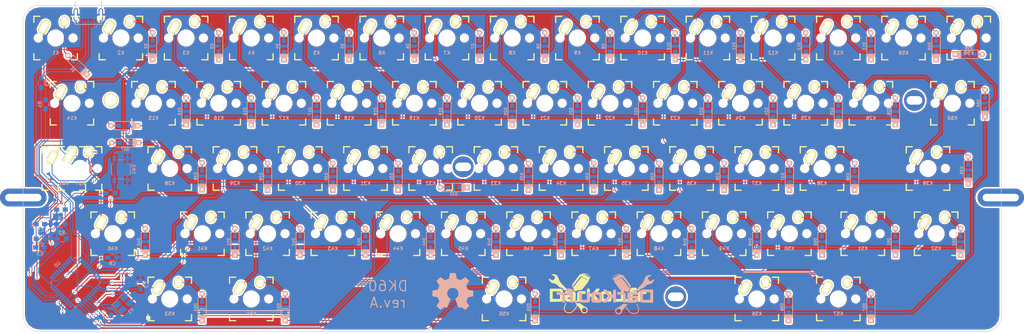
<source format=kicad_pcb>
(kicad_pcb (version 4) (host pcbnew 4.0.6)
  (title_block (title "MX/Alps HHKB") (date 2017-04-30) (rev A) (company DarKou))
  (layers (0 F.Cu signal) (31 B.Cu signal) (34 B.Paste user) (35 F.Paste user) (36 B.SilkS user) (37 F.SilkS user) (38 B.Mask user) (39 F.Mask user) (44 Edge.Cuts user))
  (net 0 "")
  (net 1 "Net-(C1-Pad1)")
  (net 2 GND)
  (net 3 "Net-(C2-Pad1)")
  (net 4 VCC)
  (net 5 "Net-(C8-Pad1)")
  (net 6 "Net-(D1-Pad2)")
  (net 7 /Row0)
  (net 8 "Net-(D2-Pad2)")
  (net 9 "Net-(D3-Pad2)")
  (net 10 "Net-(D4-Pad2)")
  (net 11 "Net-(D5-Pad2)")
  (net 12 "Net-(D6-Pad2)")
  (net 13 "Net-(D7-Pad2)")
  (net 14 "Net-(D8-Pad2)")
  (net 15 "Net-(D9-Pad2)")
  (net 16 "Net-(D10-Pad2)")
  (net 17 "Net-(D11-Pad2)")
  (net 18 "Net-(D12-Pad2)")
  (net 19 "Net-(D13-Pad2)")
  (net 20 "Net-(D14-Pad2)")
  (net 21 /Row1)
  (net 22 "Net-(D15-Pad2)")
  (net 23 "Net-(D16-Pad2)")
  (net 24 "Net-(D17-Pad2)")
  (net 25 "Net-(D18-Pad2)")
  (net 26 "Net-(D19-Pad2)")
  (net 27 "Net-(D20-Pad2)")
  (net 28 "Net-(D21-Pad2)")
  (net 29 "Net-(D22-Pad2)")
  (net 30 "Net-(D23-Pad2)")
  (net 31 "Net-(D24-Pad2)")
  (net 32 "Net-(D25-Pad2)")
  (net 33 "Net-(D26-Pad2)")
  (net 34 "Net-(D27-Pad2)")
  (net 35 /Row2)
  (net 36 "Net-(D28-Pad2)")
  (net 37 "Net-(D29-Pad2)")
  (net 38 "Net-(D30-Pad2)")
  (net 39 "Net-(D31-Pad2)")
  (net 40 "Net-(D32-Pad2)")
  (net 41 "Net-(D33-Pad2)")
  (net 42 "Net-(D34-Pad2)")
  (net 43 "Net-(D35-Pad2)")
  (net 44 "Net-(D36-Pad2)")
  (net 45 "Net-(D37-Pad2)")
  (net 46 "Net-(D38-Pad2)")
  (net 47 "Net-(D39-Pad2)")
  (net 48 "Net-(D40-Pad2)")
  (net 49 /Row3)
  (net 50 "Net-(D41-Pad2)")
  (net 51 "Net-(D42-Pad2)")
  (net 52 "Net-(D43-Pad2)")
  (net 53 "Net-(D44-Pad2)")
  (net 54 "Net-(D45-Pad2)")
  (net 55 "Net-(D46-Pad2)")
  (net 56 "Net-(D47-Pad2)")
  (net 57 "Net-(D48-Pad2)")
  (net 58 "Net-(D49-Pad2)")
  (net 59 "Net-(D50-Pad2)")
  (net 60 "Net-(D51-Pad2)")
  (net 61 "Net-(D52-Pad2)")
  (net 62 "Net-(D53-Pad2)")
  (net 63 /Row4)
  (net 64 "Net-(D54-Pad2)")
  (net 65 "Net-(D55-Pad2)")
  (net 66 "Net-(D56-Pad2)")
  (net 67 "Net-(D57-Pad2)")
  (net 68 "Net-(D58-Pad2)")
  (net 69 "Net-(D59-Pad2)")
  (net 70 "Net-(D60-Pad2)")
  (net 71 "Net-(J1-Pad2)")
  (net 72 "Net-(J1-Pad3)")
  (net 73 "Net-(J1-Pad4)")
  (net 74 /Col0)
  (net 75 /Col1)
  (net 76 /Col2)
  (net 77 /Col3)
  (net 78 /Col4)
  (net 79 /Col5)
  (net 80 /Col6)
  (net 81 /Col7)
  (net 82 /Col8)
  (net 83 /Col9)
  (net 84 /Col10)
  (net 85 /Col11)
  (net 86 /Col12)
  (net 87 "Net-(R1-Pad2)")
  (net 88 "Net-(R2-Pad1)")
  (net 89 "Net-(R3-Pad1)")
  (net 90 "Net-(R4-Pad2)")
  (net 91 "Net-(U0-Pad1)")
  (net 92 "Net-(U0-Pad15)")
  (net 93 "Net-(U0-Pad23)")
  (net 94 "Net-(U0-Pad35)")
  (net 95 "Net-(U0-Pad36)")
  (net 96 "Net-(U0-Pad37)")
  (net 97 "Net-(U0-Pad38)")
  (net 98 "Net-(U0-Pad39)")
  (net 99 "Net-(U0-Pad40)")
  (net 100 "Net-(U0-Pad41)")
  (net 101 "Net-(U0-Pad42)")
  (net 102 "Net-(U0-Pad43)")
  (module Fooprints:Mx_Alps_100 (layer F.Cu) (at 323.85 107.15625)
    (fp_text reference K59 (at 0 4.318) (layer B.SilkS) (effects (font (thickness 0.2)) (justify mirror)))
    (fp_text value \ hide)
    (pad HOLE np_thru_hole circle (at 0 0) (size 3.9878 3.9878) (drill 3.9878) (layers *.Cu))
    (pad HOLE np_thru_hole circle (at -5.08 0) (size 1.7018 1.7018) (drill 1.7018) (layers *.Cu))
    (pad HOLE np_thru_hole circle (at 5.08 0) (size 1.7018 1.7018) (drill 1.7018) (layers *.Cu))
    (pad 1 thru_hole oval (at -3.405 -3.27 330.95) (size 2.5 4.17) (drill oval 1.5 3.17) (layers *.Cu *.Mask F.SilkS) (net 85 /Col11))
    (pad 2 thru_hole oval (at 2.52 -4.79 356.1) (size 2.5 3.08) (drill oval 1.5 2.08) (layers *.Cu *.Mask F.SilkS) (net 69 "Net-(D59-Pad2)"))
  )
  (module Housings_QFP:TQFP-44_10x10mm_Pitch0.8mm (layer B.Cu) (at 82 178.5 225)
    (fp_text reference U0 (at 0 7.450001 225) (layer B.SilkS) (effects (justify mirror)))
    (fp_text value ATMEGA32U4)
    (pad 1 smd rect (at -5.7 4 225) (size 1.5 0.55) (layers B.Cu B.Paste B.Mask) (net 91 "Net-(U0-Pad1)"))
    (pad 2 smd rect (at -5.7 3.2 225) (size 1.5 0.55) (layers B.Cu B.Paste B.Mask) (net 4 VCC))
    (pad 3 smd rect (at -5.7 2.4 225) (size 1.5 0.55) (layers B.Cu B.Paste B.Mask) (net 89 "Net-(R3-Pad1)"))
    (pad 4 smd rect (at -5.7 1.6 225) (size 1.5 0.55) (layers B.Cu B.Paste B.Mask) (net 90 "Net-(R4-Pad2)"))
    (pad 5 smd rect (at -5.7 0.8 225) (size 1.5 0.55) (layers B.Cu B.Paste B.Mask) (net 2 GND))
    (pad 6 smd rect (at -5.7 0 225) (size 1.5 0.55) (layers B.Cu B.Paste B.Mask) (net 5 "Net-(C8-Pad1)"))
    (pad 7 smd rect (at -5.7 -0.8 225) (size 1.5 0.55) (layers B.Cu B.Paste B.Mask) (net 4 VCC))
    (pad 8 smd rect (at -5.7 -1.6 225) (size 1.5 0.55) (layers B.Cu B.Paste B.Mask) (net 74 /Col0))
    (pad 9 smd rect (at -5.7 -2.4 225) (size 1.5 0.55) (layers B.Cu B.Paste B.Mask) (net 77 /Col3))
    (pad 10 smd rect (at -5.7 -3.2 225) (size 1.5 0.55) (layers B.Cu B.Paste B.Mask) (net 76 /Col2))
    (pad 11 smd rect (at -5.7 -4 225) (size 1.5 0.55) (layers B.Cu B.Paste B.Mask) (net 75 /Col1))
    (pad 12 smd rect (at -4 -5.7 135) (size 1.5 0.55) (layers B.Cu B.Paste B.Mask) (net 81 /Col7))
    (pad 13 smd rect (at -3.2 -5.7 135) (size 1.5 0.55) (layers B.Cu B.Paste B.Mask) (net 87 "Net-(R1-Pad2)"))
    (pad 14 smd rect (at -2.4 -5.7 135) (size 1.5 0.55) (layers B.Cu B.Paste B.Mask) (net 4 VCC))
    (pad 15 smd rect (at -1.6 -5.7 135) (size 1.5 0.55) (layers B.Cu B.Paste B.Mask) (net 92 "Net-(U0-Pad15)"))
    (pad 16 smd rect (at -0.8 -5.7 135) (size 1.5 0.55) (layers B.Cu B.Paste B.Mask) (net 1 "Net-(C1-Pad1)"))
    (pad 17 smd rect (at 0 -5.7 135) (size 1.5 0.55) (layers B.Cu B.Paste B.Mask) (net 3 "Net-(C2-Pad1)"))
    (pad 18 smd rect (at 0.8 -5.7 135) (size 1.5 0.55) (layers B.Cu B.Paste B.Mask) (net 84 /Col10))
    (pad 19 smd rect (at 1.6 -5.7 135) (size 1.5 0.55) (layers B.Cu B.Paste B.Mask) (net 85 /Col11))
    (pad 20 smd rect (at 2.4 -5.7 135) (size 1.5 0.55) (layers B.Cu B.Paste B.Mask) (net 86 /Col12))
    (pad 21 smd rect (at 3.2 -5.7 135) (size 1.5 0.55) (layers B.Cu B.Paste B.Mask) (net 83 /Col9))
    (pad 22 smd rect (at 4 -5.7 135) (size 1.5 0.55) (layers B.Cu B.Paste B.Mask) (net 78 /Col4))
    (pad 23 smd rect (at 5.7 -4 225) (size 1.5 0.55) (layers B.Cu B.Paste B.Mask) (net 93 "Net-(U0-Pad23)"))
    (pad 24 smd rect (at 5.7 -3.2 225) (size 1.5 0.55) (layers B.Cu B.Paste B.Mask) (net 4 VCC))
    (pad 25 smd rect (at 5.7 -2.4 225) (size 1.5 0.55) (layers B.Cu B.Paste B.Mask) (net 79 /Col5))
    (pad 26 smd rect (at 5.7 -1.6 225) (size 1.5 0.55) (layers B.Cu B.Paste B.Mask) (net 49 /Row3))
    (pad 27 smd rect (at 5.7 -0.8 225) (size 1.5 0.55) (layers B.Cu B.Paste B.Mask) (net 63 /Row4))
    (pad 28 smd rect (at 5.7 0 225) (size 1.5 0.55) (layers B.Cu B.Paste B.Mask) (net 21 /Row1))
    (pad 29 smd rect (at 5.7 0.8 225) (size 1.5 0.55) (layers B.Cu B.Paste B.Mask) (net 35 /Row2))
    (pad 30 smd rect (at 5.7 1.6 225) (size 1.5 0.55) (layers B.Cu B.Paste B.Mask) (net 80 /Col6))
    (pad 31 smd rect (at 5.7 2.4 225) (size 1.5 0.55) (layers B.Cu B.Paste B.Mask) (net 7 /Row0))
    (pad 32 smd rect (at 5.7 3.2 225) (size 1.5 0.55) (layers B.Cu B.Paste B.Mask) (net 82 /Col8))
    (pad 33 smd rect (at 5.7 4 225) (size 1.5 0.55) (layers B.Cu B.Paste B.Mask) (net 88 "Net-(R2-Pad1)"))
    (pad 34 smd rect (at 4 5.7 135) (size 1.5 0.55) (layers B.Cu B.Paste B.Mask) (net 4 VCC))
    (pad 35 smd rect (at 3.2 5.7 135) (size 1.5 0.55) (layers B.Cu B.Paste B.Mask) (net 94 "Net-(U0-Pad35)"))
    (pad 36 smd rect (at 2.4 5.7 135) (size 1.5 0.55) (layers B.Cu B.Paste B.Mask) (net 95 "Net-(U0-Pad36)"))
    (pad 37 smd rect (at 1.6 5.7 135) (size 1.5 0.55) (layers B.Cu B.Paste B.Mask) (net 96 "Net-(U0-Pad37)"))
    (pad 38 smd rect (at 0.8 5.7 135) (size 1.5 0.55) (layers B.Cu B.Paste B.Mask) (net 97 "Net-(U0-Pad38)"))
    (pad 39 smd rect (at 0 5.7 135) (size 1.5 0.55) (layers B.Cu B.Paste B.Mask) (net 98 "Net-(U0-Pad39)"))
    (pad 40 smd rect (at -0.8 5.7 135) (size 1.5 0.55) (layers B.Cu B.Paste B.Mask) (net 99 "Net-(U0-Pad40)"))
    (pad 41 smd rect (at -1.6 5.7 135) (size 1.5 0.55) (layers B.Cu B.Paste B.Mask) (net 100 "Net-(U0-Pad41)"))
    (pad 42 smd rect (at -2.4 5.7 135) (size 1.5 0.55) (layers B.Cu B.Paste B.Mask) (net 101 "Net-(U0-Pad42)"))
    (pad 43 smd rect (at -3.2 5.7 135) (size 1.5 0.55) (layers B.Cu B.Paste B.Mask) (net 102 "Net-(U0-Pad43)"))
    (pad 44 smd rect (at -4 5.7 135) (size 1.5 0.55) (layers B.Cu B.Paste B.Mask) (net 4 VCC))
  )
  (module Capacitors_SMD:C_0805_HandSoldering (layer B.Cu) (at 91.5 189 225)
    (fp_text reference C1 (at 0 1.75 225) (layer B.SilkS) (effects (justify mirror)))
    (fp_text value 22p)
    (pad 1 smd rect (at -1.25 0 225) (size 1.5 1.25) (layers B.Cu B.Paste B.Mask) (net 1 "Net-(C1-Pad1)"))
    (pad 2 smd rect (at 1.25 0 225) (size 1.5 1.25) (layers B.Cu B.Paste B.Mask) (net 2 GND))
  )
  (module Capacitors_SMD:C_0805_HandSoldering (layer B.Cu) (at 101 179.25 90)
    (fp_text reference C2 (at 0 1.75 90) (layer B.SilkS) (effects (justify mirror)))
    (fp_text value 22p)
    (pad 1 smd rect (at -1.25 0 90) (size 1.5 1.25) (layers B.Cu B.Paste B.Mask) (net 3 "Net-(C2-Pad1)"))
    (pad 2 smd rect (at 1.25 0 90) (size 1.5 1.25) (layers B.Cu B.Paste B.Mask) (net 2 GND))
  )
  (module Capacitors_SMD:C_0805_HandSoldering (layer B.Cu) (at 71.625 168.325)
    (fp_text reference C3 (at 0 1.75) (layer B.SilkS) (effects (justify mirror)))
    (fp_text value 0.1u)
    (pad 1 smd rect (at -1.25 0) (size 1.5 1.25) (layers B.Cu B.Paste B.Mask) (net 4 VCC))
    (pad 2 smd rect (at 1.25 0) (size 1.5 1.25) (layers B.Cu B.Paste B.Mask) (net 2 GND))
  )
  (module Capacitors_SMD:C_0805_HandSoldering (layer B.Cu) (at 77.75 157.25 180)
    (fp_text reference C4 (at 0 1.75 180) (layer B.SilkS) (effects (justify mirror)))
    (fp_text value 0.1u)
    (pad 1 smd rect (at -1.25 0 180) (size 1.5 1.25) (layers B.Cu B.Paste B.Mask) (net 4 VCC))
    (pad 2 smd rect (at 1.25 0 180) (size 1.5 1.25) (layers B.Cu B.Paste B.Mask) (net 2 GND))
  )
  (module Capacitors_SMD:C_0805_HandSoldering (layer B.Cu) (at 71.75 161.5)
    (fp_text reference C5 (at 0 1.75) (layer B.SilkS) (effects (justify mirror)))
    (fp_text value 0.1u)
    (pad 1 smd rect (at -1.25 0) (size 1.5 1.25) (layers B.Cu B.Paste B.Mask) (net 4 VCC))
    (pad 2 smd rect (at 1.25 0) (size 1.5 1.25) (layers B.Cu B.Paste B.Mask) (net 2 GND))
  )
  (module Capacitors_SMD:C_0805_HandSoldering (layer B.Cu) (at 77.75 161.5 180)
    (fp_text reference C6 (at 0 1.75 180) (layer B.SilkS) (effects (justify mirror)))
    (fp_text value 0.1u)
    (pad 1 smd rect (at -1.25 0 180) (size 1.5 1.25) (layers B.Cu B.Paste B.Mask) (net 4 VCC))
    (pad 2 smd rect (at 1.25 0 180) (size 1.5 1.25) (layers B.Cu B.Paste B.Mask) (net 2 GND))
  )
  (module Capacitors_SMD:C_0805_HandSoldering (layer B.Cu) (at 71.75 165.75)
    (fp_text reference C7 (at 0 1.75) (layer B.SilkS) (effects (justify mirror)))
    (fp_text value 4.7u)
    (pad 1 smd rect (at -1.25 0) (size 1.5 1.25) (layers B.Cu B.Paste B.Mask) (net 4 VCC))
    (pad 2 smd rect (at 1.25 0) (size 1.5 1.25) (layers B.Cu B.Paste B.Mask) (net 2 GND))
  )
  (module Capacitors_SMD:C_0805_HandSoldering (layer B.Cu) (at 92.75 171.25)
    (fp_text reference C8 (at 0 1.75) (layer B.SilkS) (effects (justify mirror)))
    (fp_text value 1u)
    (pad 1 smd rect (at -1.25 0) (size 1.5 1.25) (layers B.Cu B.Paste B.Mask) (net 5 "Net-(C8-Pad1)"))
    (pad 2 smd rect (at 1.25 0) (size 1.5 1.25) (layers B.Cu B.Paste B.Mask) (net 2 GND))
  )
  (module Fooprints:D_SOD123_axial (layer B.Cu) (at 82.5 115 135)
    (fp_text reference D1 (at 0 -1.925 135) (layer B.SilkS) (effects (font (size 0.8 0.8)) (justify mirror)))
    (fp_text value D hide)
    (pad 2 smd rect (at 1.575 0 135) (size 1.2 1.2) (layers B.Cu B.Paste B.Mask) (net 6 "Net-(D1-Pad2)"))
    (pad 1 smd rect (at -1.575 0 135) (size 1.2 1.2) (layers B.Cu B.Paste B.Mask) (net 7 /Row0))
    (pad 1 thru_hole rect (at -3.9 0 135) (size 1.6 1.6) (drill 0.7) (layers *.Cu *.Mask B.SilkS) (net 7 /Row0))
    (pad 2 thru_hole circle (at 3.9 0 135) (size 1.6 1.6) (drill 0.7) (layers *.Cu *.Mask B.SilkS) (net 6 "Net-(D1-Pad2)"))
    (pad 1 smd rect (at -2.7 0 135) (size 2.5 0.5) (layers B.Cu) (net 7 /Row0))
    (pad 2 smd rect (at 2.7 0 135) (size 2.5 0.5) (layers B.Cu) (net 6 "Net-(D1-Pad2)"))
  )
  (module Fooprints:D_SOD123_axial (layer B.Cu) (at 104.5 109.5 90)
    (fp_text reference D2 (at 0 -1.925 90) (layer B.SilkS) (effects (font (size 0.8 0.8)) (justify mirror)))
    (fp_text value D hide)
    (pad 2 smd rect (at 1.575 0 90) (size 1.2 1.2) (layers B.Cu B.Paste B.Mask) (net 8 "Net-(D2-Pad2)"))
    (pad 1 smd rect (at -1.575 0 90) (size 1.2 1.2) (layers B.Cu B.Paste B.Mask) (net 7 /Row0))
    (pad 1 thru_hole rect (at -3.9 0 90) (size 1.6 1.6) (drill 0.7) (layers *.Cu *.Mask B.SilkS) (net 7 /Row0))
    (pad 2 thru_hole circle (at 3.9 0 90) (size 1.6 1.6) (drill 0.7) (layers *.Cu *.Mask B.SilkS) (net 8 "Net-(D2-Pad2)"))
    (pad 1 smd rect (at -2.7 0 90) (size 2.5 0.5) (layers B.Cu) (net 7 /Row0))
    (pad 2 smd rect (at 2.7 0 90) (size 2.5 0.5) (layers B.Cu) (net 8 "Net-(D2-Pad2)"))
  )
  (module Fooprints:D_SOD123_axial (layer B.Cu) (at 123.825 109.5375 90)
    (fp_text reference D3 (at 0 -1.925 90) (layer B.SilkS) (effects (font (size 0.8 0.8)) (justify mirror)))
    (fp_text value D hide)
    (pad 2 smd rect (at 1.575 0 90) (size 1.2 1.2) (layers B.Cu B.Paste B.Mask) (net 9 "Net-(D3-Pad2)"))
    (pad 1 smd rect (at -1.575 0 90) (size 1.2 1.2) (layers B.Cu B.Paste B.Mask) (net 7 /Row0))
    (pad 1 thru_hole rect (at -3.9 0 90) (size 1.6 1.6) (drill 0.7) (layers *.Cu *.Mask B.SilkS) (net 7 /Row0))
    (pad 2 thru_hole circle (at 3.9 0 90) (size 1.6 1.6) (drill 0.7) (layers *.Cu *.Mask B.SilkS) (net 9 "Net-(D3-Pad2)"))
    (pad 1 smd rect (at -2.7 0 90) (size 2.5 0.5) (layers B.Cu) (net 7 /Row0))
    (pad 2 smd rect (at 2.7 0 90) (size 2.5 0.5) (layers B.Cu) (net 9 "Net-(D3-Pad2)"))
  )
  (module Fooprints:D_SOD123_axial (layer B.Cu) (at 142.875 109.5375 90)
    (fp_text reference D4 (at 0 -1.925 90) (layer B.SilkS) (effects (font (size 0.8 0.8)) (justify mirror)))
    (fp_text value D hide)
    (pad 2 smd rect (at 1.575 0 90) (size 1.2 1.2) (layers B.Cu B.Paste B.Mask) (net 10 "Net-(D4-Pad2)"))
    (pad 1 smd rect (at -1.575 0 90) (size 1.2 1.2) (layers B.Cu B.Paste B.Mask) (net 7 /Row0))
    (pad 1 thru_hole rect (at -3.9 0 90) (size 1.6 1.6) (drill 0.7) (layers *.Cu *.Mask B.SilkS) (net 7 /Row0))
    (pad 2 thru_hole circle (at 3.9 0 90) (size 1.6 1.6) (drill 0.7) (layers *.Cu *.Mask B.SilkS) (net 10 "Net-(D4-Pad2)"))
    (pad 1 smd rect (at -2.7 0 90) (size 2.5 0.5) (layers B.Cu) (net 7 /Row0))
    (pad 2 smd rect (at 2.7 0 90) (size 2.5 0.5) (layers B.Cu) (net 10 "Net-(D4-Pad2)"))
  )
  (module Fooprints:D_SOD123_axial (layer B.Cu) (at 161.925 109.5375 90)
    (fp_text reference D5 (at 0 -1.925 90) (layer B.SilkS) (effects (font (size 0.8 0.8)) (justify mirror)))
    (fp_text value D hide)
    (pad 2 smd rect (at 1.575 0 90) (size 1.2 1.2) (layers B.Cu B.Paste B.Mask) (net 11 "Net-(D5-Pad2)"))
    (pad 1 smd rect (at -1.575 0 90) (size 1.2 1.2) (layers B.Cu B.Paste B.Mask) (net 7 /Row0))
    (pad 1 thru_hole rect (at -3.9 0 90) (size 1.6 1.6) (drill 0.7) (layers *.Cu *.Mask B.SilkS) (net 7 /Row0))
    (pad 2 thru_hole circle (at 3.9 0 90) (size 1.6 1.6) (drill 0.7) (layers *.Cu *.Mask B.SilkS) (net 11 "Net-(D5-Pad2)"))
    (pad 1 smd rect (at -2.7 0 90) (size 2.5 0.5) (layers B.Cu) (net 7 /Row0))
    (pad 2 smd rect (at 2.7 0 90) (size 2.5 0.5) (layers B.Cu) (net 11 "Net-(D5-Pad2)"))
  )
  (module Fooprints:D_SOD123_axial (layer B.Cu) (at 180.975 109.5375 90)
    (fp_text reference D6 (at 0 -1.925 90) (layer B.SilkS) (effects (font (size 0.8 0.8)) (justify mirror)))
    (fp_text value D hide)
    (pad 2 smd rect (at 1.575 0 90) (size 1.2 1.2) (layers B.Cu B.Paste B.Mask) (net 12 "Net-(D6-Pad2)"))
    (pad 1 smd rect (at -1.575 0 90) (size 1.2 1.2) (layers B.Cu B.Paste B.Mask) (net 7 /Row0))
    (pad 1 thru_hole rect (at -3.9 0 90) (size 1.6 1.6) (drill 0.7) (layers *.Cu *.Mask B.SilkS) (net 7 /Row0))
    (pad 2 thru_hole circle (at 3.9 0 90) (size 1.6 1.6) (drill 0.7) (layers *.Cu *.Mask B.SilkS) (net 12 "Net-(D6-Pad2)"))
    (pad 1 smd rect (at -2.7 0 90) (size 2.5 0.5) (layers B.Cu) (net 7 /Row0))
    (pad 2 smd rect (at 2.7 0 90) (size 2.5 0.5) (layers B.Cu) (net 12 "Net-(D6-Pad2)"))
  )
  (module Fooprints:D_SOD123_axial (layer B.Cu) (at 200.025 109.5375 90)
    (fp_text reference D7 (at 0 -1.925 90) (layer B.SilkS) (effects (font (size 0.8 0.8)) (justify mirror)))
    (fp_text value D hide)
    (pad 2 smd rect (at 1.575 0 90) (size 1.2 1.2) (layers B.Cu B.Paste B.Mask) (net 13 "Net-(D7-Pad2)"))
    (pad 1 smd rect (at -1.575 0 90) (size 1.2 1.2) (layers B.Cu B.Paste B.Mask) (net 7 /Row0))
    (pad 1 thru_hole rect (at -3.9 0 90) (size 1.6 1.6) (drill 0.7) (layers *.Cu *.Mask B.SilkS) (net 7 /Row0))
    (pad 2 thru_hole circle (at 3.9 0 90) (size 1.6 1.6) (drill 0.7) (layers *.Cu *.Mask B.SilkS) (net 13 "Net-(D7-Pad2)"))
    (pad 1 smd rect (at -2.7 0 90) (size 2.5 0.5) (layers B.Cu) (net 7 /Row0))
    (pad 2 smd rect (at 2.7 0 90) (size 2.5 0.5) (layers B.Cu) (net 13 "Net-(D7-Pad2)"))
  )
  (module Fooprints:D_SOD123_axial (layer B.Cu) (at 219.075 109.5375 90)
    (fp_text reference D8 (at 0 -1.925 90) (layer B.SilkS) (effects (font (size 0.8 0.8)) (justify mirror)))
    (fp_text value D hide)
    (pad 2 smd rect (at 1.575 0 90) (size 1.2 1.2) (layers B.Cu B.Paste B.Mask) (net 14 "Net-(D8-Pad2)"))
    (pad 1 smd rect (at -1.575 0 90) (size 1.2 1.2) (layers B.Cu B.Paste B.Mask) (net 7 /Row0))
    (pad 1 thru_hole rect (at -3.9 0 90) (size 1.6 1.6) (drill 0.7) (layers *.Cu *.Mask B.SilkS) (net 7 /Row0))
    (pad 2 thru_hole circle (at 3.9 0 90) (size 1.6 1.6) (drill 0.7) (layers *.Cu *.Mask B.SilkS) (net 14 "Net-(D8-Pad2)"))
    (pad 1 smd rect (at -2.7 0 90) (size 2.5 0.5) (layers B.Cu) (net 7 /Row0))
    (pad 2 smd rect (at 2.7 0 90) (size 2.5 0.5) (layers B.Cu) (net 14 "Net-(D8-Pad2)"))
  )
  (module Fooprints:D_SOD123_axial (layer B.Cu) (at 238.125 109.5375 90)
    (fp_text reference D9 (at 0 -1.925 90) (layer B.SilkS) (effects (font (size 0.8 0.8)) (justify mirror)))
    (fp_text value D hide)
    (pad 2 smd rect (at 1.575 0 90) (size 1.2 1.2) (layers B.Cu B.Paste B.Mask) (net 15 "Net-(D9-Pad2)"))
    (pad 1 smd rect (at -1.575 0 90) (size 1.2 1.2) (layers B.Cu B.Paste B.Mask) (net 7 /Row0))
    (pad 1 thru_hole rect (at -3.9 0 90) (size 1.6 1.6) (drill 0.7) (layers *.Cu *.Mask B.SilkS) (net 7 /Row0))
    (pad 2 thru_hole circle (at 3.9 0 90) (size 1.6 1.6) (drill 0.7) (layers *.Cu *.Mask B.SilkS) (net 15 "Net-(D9-Pad2)"))
    (pad 1 smd rect (at -2.7 0 90) (size 2.5 0.5) (layers B.Cu) (net 7 /Row0))
    (pad 2 smd rect (at 2.7 0 90) (size 2.5 0.5) (layers B.Cu) (net 15 "Net-(D9-Pad2)"))
  )
  (module Fooprints:D_SOD123_axial (layer B.Cu) (at 257.175 109.5375 90)
    (fp_text reference D10 (at 0 -1.925 90) (layer B.SilkS) (effects (font (size 0.8 0.8)) (justify mirror)))
    (fp_text value D hide)
    (pad 2 smd rect (at 1.575 0 90) (size 1.2 1.2) (layers B.Cu B.Paste B.Mask) (net 16 "Net-(D10-Pad2)"))
    (pad 1 smd rect (at -1.575 0 90) (size 1.2 1.2) (layers B.Cu B.Paste B.Mask) (net 7 /Row0))
    (pad 1 thru_hole rect (at -3.9 0 90) (size 1.6 1.6) (drill 0.7) (layers *.Cu *.Mask B.SilkS) (net 7 /Row0))
    (pad 2 thru_hole circle (at 3.9 0 90) (size 1.6 1.6) (drill 0.7) (layers *.Cu *.Mask B.SilkS) (net 16 "Net-(D10-Pad2)"))
    (pad 1 smd rect (at -2.7 0 90) (size 2.5 0.5) (layers B.Cu) (net 7 /Row0))
    (pad 2 smd rect (at 2.7 0 90) (size 2.5 0.5) (layers B.Cu) (net 16 "Net-(D10-Pad2)"))
  )
  (module Fooprints:D_SOD123_axial (layer B.Cu) (at 276.225 109.5375 90)
    (fp_text reference D11 (at 0 -1.925 90) (layer B.SilkS) (effects (font (size 0.8 0.8)) (justify mirror)))
    (fp_text value D hide)
    (pad 2 smd rect (at 1.575 0 90) (size 1.2 1.2) (layers B.Cu B.Paste B.Mask) (net 17 "Net-(D11-Pad2)"))
    (pad 1 smd rect (at -1.575 0 90) (size 1.2 1.2) (layers B.Cu B.Paste B.Mask) (net 7 /Row0))
    (pad 1 thru_hole rect (at -3.9 0 90) (size 1.6 1.6) (drill 0.7) (layers *.Cu *.Mask B.SilkS) (net 7 /Row0))
    (pad 2 thru_hole circle (at 3.9 0 90) (size 1.6 1.6) (drill 0.7) (layers *.Cu *.Mask B.SilkS) (net 17 "Net-(D11-Pad2)"))
    (pad 1 smd rect (at -2.7 0 90) (size 2.5 0.5) (layers B.Cu) (net 7 /Row0))
    (pad 2 smd rect (at 2.7 0 90) (size 2.5 0.5) (layers B.Cu) (net 17 "Net-(D11-Pad2)"))
  )
  (module Fooprints:D_SOD123_axial (layer B.Cu) (at 295.275 109.5375 90)
    (fp_text reference D12 (at 0 -1.925 90) (layer B.SilkS) (effects (font (size 0.8 0.8)) (justify mirror)))
    (fp_text value D hide)
    (pad 2 smd rect (at 1.575 0 90) (size 1.2 1.2) (layers B.Cu B.Paste B.Mask) (net 18 "Net-(D12-Pad2)"))
    (pad 1 smd rect (at -1.575 0 90) (size 1.2 1.2) (layers B.Cu B.Paste B.Mask) (net 7 /Row0))
    (pad 1 thru_hole rect (at -3.9 0 90) (size 1.6 1.6) (drill 0.7) (layers *.Cu *.Mask B.SilkS) (net 7 /Row0))
    (pad 2 thru_hole circle (at 3.9 0 90) (size 1.6 1.6) (drill 0.7) (layers *.Cu *.Mask B.SilkS) (net 18 "Net-(D12-Pad2)"))
    (pad 1 smd rect (at -2.7 0 90) (size 2.5 0.5) (layers B.Cu) (net 7 /Row0))
    (pad 2 smd rect (at 2.7 0 90) (size 2.5 0.5) (layers B.Cu) (net 18 "Net-(D12-Pad2)"))
  )
  (module Fooprints:D_SOD123_axial (layer B.Cu) (at 314.325 109.5375 90)
    (fp_text reference D13 (at 0 -1.925 90) (layer B.SilkS) (effects (font (size 0.8 0.8)) (justify mirror)))
    (fp_text value D hide)
    (pad 2 smd rect (at 1.575 0 90) (size 1.2 1.2) (layers B.Cu B.Paste B.Mask) (net 19 "Net-(D13-Pad2)"))
    (pad 1 smd rect (at -1.575 0 90) (size 1.2 1.2) (layers B.Cu B.Paste B.Mask) (net 7 /Row0))
    (pad 1 thru_hole rect (at -3.9 0 90) (size 1.6 1.6) (drill 0.7) (layers *.Cu *.Mask B.SilkS) (net 7 /Row0))
    (pad 2 thru_hole circle (at 3.9 0 90) (size 1.6 1.6) (drill 0.7) (layers *.Cu *.Mask B.SilkS) (net 19 "Net-(D13-Pad2)"))
    (pad 1 smd rect (at -2.7 0 90) (size 2.5 0.5) (layers B.Cu) (net 7 /Row0))
    (pad 2 smd rect (at 2.7 0 90) (size 2.5 0.5) (layers B.Cu) (net 19 "Net-(D13-Pad2)"))
  )
  (module Fooprints:D_SOD123_axial (layer B.Cu) (at 96.25 132.75 180)
    (fp_text reference D14 (at 0 -1.925001 180) (layer B.SilkS) (effects (font (size 0.8 0.8)) (justify mirror)))
    (fp_text value D hide)
    (pad 2 smd rect (at 1.575 0 180) (size 1.2 1.2) (layers B.Cu B.Paste B.Mask) (net 20 "Net-(D14-Pad2)"))
    (pad 1 smd rect (at -1.575 0 180) (size 1.2 1.2) (layers B.Cu B.Paste B.Mask) (net 21 /Row1))
    (pad 1 thru_hole rect (at -3.9 0 180) (size 1.6 1.6) (drill 0.7) (layers *.Cu *.Mask B.SilkS) (net 21 /Row1))
    (pad 2 thru_hole circle (at 3.9 0 180) (size 1.6 1.6) (drill 0.7) (layers *.Cu *.Mask B.SilkS) (net 20 "Net-(D14-Pad2)"))
    (pad 1 smd rect (at -2.7 0 180) (size 2.5 0.5) (layers B.Cu) (net 21 /Row1))
    (pad 2 smd rect (at 2.7 0 180) (size 2.5 0.5) (layers B.Cu) (net 20 "Net-(D14-Pad2)"))
  )
  (module Fooprints:D_SOD123_axial (layer B.Cu) (at 114.3 128.5875 90)
    (fp_text reference D15 (at 0 -1.925 90) (layer B.SilkS) (effects (font (size 0.8 0.8)) (justify mirror)))
    (fp_text value D hide)
    (pad 2 smd rect (at 1.575 0 90) (size 1.2 1.2) (layers B.Cu B.Paste B.Mask) (net 22 "Net-(D15-Pad2)"))
    (pad 1 smd rect (at -1.575 0 90) (size 1.2 1.2) (layers B.Cu B.Paste B.Mask) (net 21 /Row1))
    (pad 1 thru_hole rect (at -3.9 0 90) (size 1.6 1.6) (drill 0.7) (layers *.Cu *.Mask B.SilkS) (net 21 /Row1))
    (pad 2 thru_hole circle (at 3.9 0 90) (size 1.6 1.6) (drill 0.7) (layers *.Cu *.Mask B.SilkS) (net 22 "Net-(D15-Pad2)"))
    (pad 1 smd rect (at -2.7 0 90) (size 2.5 0.5) (layers B.Cu) (net 21 /Row1))
    (pad 2 smd rect (at 2.7 0 90) (size 2.5 0.5) (layers B.Cu) (net 22 "Net-(D15-Pad2)"))
  )
  (module Fooprints:D_SOD123_axial (layer B.Cu) (at 133.35 128.5875 90)
    (fp_text reference D16 (at 0 -1.925 90) (layer B.SilkS) (effects (font (size 0.8 0.8)) (justify mirror)))
    (fp_text value D hide)
    (pad 2 smd rect (at 1.575 0 90) (size 1.2 1.2) (layers B.Cu B.Paste B.Mask) (net 23 "Net-(D16-Pad2)"))
    (pad 1 smd rect (at -1.575 0 90) (size 1.2 1.2) (layers B.Cu B.Paste B.Mask) (net 21 /Row1))
    (pad 1 thru_hole rect (at -3.9 0 90) (size 1.6 1.6) (drill 0.7) (layers *.Cu *.Mask B.SilkS) (net 21 /Row1))
    (pad 2 thru_hole circle (at 3.9 0 90) (size 1.6 1.6) (drill 0.7) (layers *.Cu *.Mask B.SilkS) (net 23 "Net-(D16-Pad2)"))
    (pad 1 smd rect (at -2.7 0 90) (size 2.5 0.5) (layers B.Cu) (net 21 /Row1))
    (pad 2 smd rect (at 2.7 0 90) (size 2.5 0.5) (layers B.Cu) (net 23 "Net-(D16-Pad2)"))
  )
  (module Fooprints:D_SOD123_axial (layer B.Cu) (at 152.4 128.5875 90)
    (fp_text reference D17 (at 0 -1.925 90) (layer B.SilkS) (effects (font (size 0.8 0.8)) (justify mirror)))
    (fp_text value D hide)
    (pad 2 smd rect (at 1.575 0 90) (size 1.2 1.2) (layers B.Cu B.Paste B.Mask) (net 24 "Net-(D17-Pad2)"))
    (pad 1 smd rect (at -1.575 0 90) (size 1.2 1.2) (layers B.Cu B.Paste B.Mask) (net 21 /Row1))
    (pad 1 thru_hole rect (at -3.9 0 90) (size 1.6 1.6) (drill 0.7) (layers *.Cu *.Mask B.SilkS) (net 21 /Row1))
    (pad 2 thru_hole circle (at 3.9 0 90) (size 1.6 1.6) (drill 0.7) (layers *.Cu *.Mask B.SilkS) (net 24 "Net-(D17-Pad2)"))
    (pad 1 smd rect (at -2.7 0 90) (size 2.5 0.5) (layers B.Cu) (net 21 /Row1))
    (pad 2 smd rect (at 2.7 0 90) (size 2.5 0.5) (layers B.Cu) (net 24 "Net-(D17-Pad2)"))
  )
  (module Fooprints:D_SOD123_axial (layer B.Cu) (at 171.45 128.5875 90)
    (fp_text reference D18 (at 0 -1.925 90) (layer B.SilkS) (effects (font (size 0.8 0.8)) (justify mirror)))
    (fp_text value D hide)
    (pad 2 smd rect (at 1.575 0 90) (size 1.2 1.2) (layers B.Cu B.Paste B.Mask) (net 25 "Net-(D18-Pad2)"))
    (pad 1 smd rect (at -1.575 0 90) (size 1.2 1.2) (layers B.Cu B.Paste B.Mask) (net 21 /Row1))
    (pad 1 thru_hole rect (at -3.9 0 90) (size 1.6 1.6) (drill 0.7) (layers *.Cu *.Mask B.SilkS) (net 21 /Row1))
    (pad 2 thru_hole circle (at 3.9 0 90) (size 1.6 1.6) (drill 0.7) (layers *.Cu *.Mask B.SilkS) (net 25 "Net-(D18-Pad2)"))
    (pad 1 smd rect (at -2.7 0 90) (size 2.5 0.5) (layers B.Cu) (net 21 /Row1))
    (pad 2 smd rect (at 2.7 0 90) (size 2.5 0.5) (layers B.Cu) (net 25 "Net-(D18-Pad2)"))
  )
  (module Fooprints:D_SOD123_axial (layer B.Cu) (at 190.5 128.5875 90)
    (fp_text reference D19 (at 0 -1.925 90) (layer B.SilkS) (effects (font (size 0.8 0.8)) (justify mirror)))
    (fp_text value D hide)
    (pad 2 smd rect (at 1.575 0 90) (size 1.2 1.2) (layers B.Cu B.Paste B.Mask) (net 26 "Net-(D19-Pad2)"))
    (pad 1 smd rect (at -1.575 0 90) (size 1.2 1.2) (layers B.Cu B.Paste B.Mask) (net 21 /Row1))
    (pad 1 thru_hole rect (at -3.9 0 90) (size 1.6 1.6) (drill 0.7) (layers *.Cu *.Mask B.SilkS) (net 21 /Row1))
    (pad 2 thru_hole circle (at 3.9 0 90) (size 1.6 1.6) (drill 0.7) (layers *.Cu *.Mask B.SilkS) (net 26 "Net-(D19-Pad2)"))
    (pad 1 smd rect (at -2.7 0 90) (size 2.5 0.5) (layers B.Cu) (net 21 /Row1))
    (pad 2 smd rect (at 2.7 0 90) (size 2.5 0.5) (layers B.Cu) (net 26 "Net-(D19-Pad2)"))
  )
  (module Fooprints:D_SOD123_axial (layer B.Cu) (at 209.55 128.5875 90)
    (fp_text reference D20 (at 0 -1.925 90) (layer B.SilkS) (effects (font (size 0.8 0.8)) (justify mirror)))
    (fp_text value D hide)
    (pad 2 smd rect (at 1.575 0 90) (size 1.2 1.2) (layers B.Cu B.Paste B.Mask) (net 27 "Net-(D20-Pad2)"))
    (pad 1 smd rect (at -1.575 0 90) (size 1.2 1.2) (layers B.Cu B.Paste B.Mask) (net 21 /Row1))
    (pad 1 thru_hole rect (at -3.9 0 90) (size 1.6 1.6) (drill 0.7) (layers *.Cu *.Mask B.SilkS) (net 21 /Row1))
    (pad 2 thru_hole circle (at 3.9 0 90) (size 1.6 1.6) (drill 0.7) (layers *.Cu *.Mask B.SilkS) (net 27 "Net-(D20-Pad2)"))
    (pad 1 smd rect (at -2.7 0 90) (size 2.5 0.5) (layers B.Cu) (net 21 /Row1))
    (pad 2 smd rect (at 2.7 0 90) (size 2.5 0.5) (layers B.Cu) (net 27 "Net-(D20-Pad2)"))
  )
  (module Fooprints:D_SOD123_axial (layer B.Cu) (at 228.6 128.5875 90)
    (fp_text reference D21 (at 0 -1.925 90) (layer B.SilkS) (effects (font (size 0.8 0.8)) (justify mirror)))
    (fp_text value D hide)
    (pad 2 smd rect (at 1.575 0 90) (size 1.2 1.2) (layers B.Cu B.Paste B.Mask) (net 28 "Net-(D21-Pad2)"))
    (pad 1 smd rect (at -1.575 0 90) (size 1.2 1.2) (layers B.Cu B.Paste B.Mask) (net 21 /Row1))
    (pad 1 thru_hole rect (at -3.9 0 90) (size 1.6 1.6) (drill 0.7) (layers *.Cu *.Mask B.SilkS) (net 21 /Row1))
    (pad 2 thru_hole circle (at 3.9 0 90) (size 1.6 1.6) (drill 0.7) (layers *.Cu *.Mask B.SilkS) (net 28 "Net-(D21-Pad2)"))
    (pad 1 smd rect (at -2.7 0 90) (size 2.5 0.5) (layers B.Cu) (net 21 /Row1))
    (pad 2 smd rect (at 2.7 0 90) (size 2.5 0.5) (layers B.Cu) (net 28 "Net-(D21-Pad2)"))
  )
  (module Fooprints:D_SOD123_axial (layer B.Cu) (at 247.65 128.5875 90)
    (fp_text reference D22 (at 0 -1.925 90) (layer B.SilkS) (effects (font (size 0.8 0.8)) (justify mirror)))
    (fp_text value D hide)
    (pad 2 smd rect (at 1.575 0 90) (size 1.2 1.2) (layers B.Cu B.Paste B.Mask) (net 29 "Net-(D22-Pad2)"))
    (pad 1 smd rect (at -1.575 0 90) (size 1.2 1.2) (layers B.Cu B.Paste B.Mask) (net 21 /Row1))
    (pad 1 thru_hole rect (at -3.9 0 90) (size 1.6 1.6) (drill 0.7) (layers *.Cu *.Mask B.SilkS) (net 21 /Row1))
    (pad 2 thru_hole circle (at 3.9 0 90) (size 1.6 1.6) (drill 0.7) (layers *.Cu *.Mask B.SilkS) (net 29 "Net-(D22-Pad2)"))
    (pad 1 smd rect (at -2.7 0 90) (size 2.5 0.5) (layers B.Cu) (net 21 /Row1))
    (pad 2 smd rect (at 2.7 0 90) (size 2.5 0.5) (layers B.Cu) (net 29 "Net-(D22-Pad2)"))
  )
  (module Fooprints:D_SOD123_axial (layer B.Cu) (at 266.7 128.5875 90)
    (fp_text reference D23 (at 0 -1.925 90) (layer B.SilkS) (effects (font (size 0.8 0.8)) (justify mirror)))
    (fp_text value D hide)
    (pad 2 smd rect (at 1.575 0 90) (size 1.2 1.2) (layers B.Cu B.Paste B.Mask) (net 30 "Net-(D23-Pad2)"))
    (pad 1 smd rect (at -1.575 0 90) (size 1.2 1.2) (layers B.Cu B.Paste B.Mask) (net 21 /Row1))
    (pad 1 thru_hole rect (at -3.9 0 90) (size 1.6 1.6) (drill 0.7) (layers *.Cu *.Mask B.SilkS) (net 21 /Row1))
    (pad 2 thru_hole circle (at 3.9 0 90) (size 1.6 1.6) (drill 0.7) (layers *.Cu *.Mask B.SilkS) (net 30 "Net-(D23-Pad2)"))
    (pad 1 smd rect (at -2.7 0 90) (size 2.5 0.5) (layers B.Cu) (net 21 /Row1))
    (pad 2 smd rect (at 2.7 0 90) (size 2.5 0.5) (layers B.Cu) (net 30 "Net-(D23-Pad2)"))
  )
  (module Fooprints:D_SOD123_axial (layer B.Cu) (at 285.75 128.5875 90)
    (fp_text reference D24 (at 0 -1.925 90) (layer B.SilkS) (effects (font (size 0.8 0.8)) (justify mirror)))
    (fp_text value D hide)
    (pad 2 smd rect (at 1.575 0 90) (size 1.2 1.2) (layers B.Cu B.Paste B.Mask) (net 31 "Net-(D24-Pad2)"))
    (pad 1 smd rect (at -1.575 0 90) (size 1.2 1.2) (layers B.Cu B.Paste B.Mask) (net 21 /Row1))
    (pad 1 thru_hole rect (at -3.9 0 90) (size 1.6 1.6) (drill 0.7) (layers *.Cu *.Mask B.SilkS) (net 21 /Row1))
    (pad 2 thru_hole circle (at 3.9 0 90) (size 1.6 1.6) (drill 0.7) (layers *.Cu *.Mask B.SilkS) (net 31 "Net-(D24-Pad2)"))
    (pad 1 smd rect (at -2.7 0 90) (size 2.5 0.5) (layers B.Cu) (net 21 /Row1))
    (pad 2 smd rect (at 2.7 0 90) (size 2.5 0.5) (layers B.Cu) (net 31 "Net-(D24-Pad2)"))
  )
  (module Fooprints:D_SOD123_axial (layer B.Cu) (at 304.8 128.5875 90)
    (fp_text reference D25 (at 0 -1.925 90) (layer B.SilkS) (effects (font (size 0.8 0.8)) (justify mirror)))
    (fp_text value D hide)
    (pad 2 smd rect (at 1.575 0 90) (size 1.2 1.2) (layers B.Cu B.Paste B.Mask) (net 32 "Net-(D25-Pad2)"))
    (pad 1 smd rect (at -1.575 0 90) (size 1.2 1.2) (layers B.Cu B.Paste B.Mask) (net 21 /Row1))
    (pad 1 thru_hole rect (at -3.9 0 90) (size 1.6 1.6) (drill 0.7) (layers *.Cu *.Mask B.SilkS) (net 21 /Row1))
    (pad 2 thru_hole circle (at 3.9 0 90) (size 1.6 1.6) (drill 0.7) (layers *.Cu *.Mask B.SilkS) (net 32 "Net-(D25-Pad2)"))
    (pad 1 smd rect (at -2.7 0 90) (size 2.5 0.5) (layers B.Cu) (net 21 /Row1))
    (pad 2 smd rect (at 2.7 0 90) (size 2.5 0.5) (layers B.Cu) (net 32 "Net-(D25-Pad2)"))
  )
  (module Fooprints:D_SOD123_axial (layer B.Cu) (at 321.46875 128.5875 90)
    (fp_text reference D26 (at 0 -1.925 90) (layer B.SilkS) (effects (font (size 0.8 0.8)) (justify mirror)))
    (fp_text value D hide)
    (pad 2 smd rect (at 1.575 0 90) (size 1.2 1.2) (layers B.Cu B.Paste B.Mask) (net 33 "Net-(D26-Pad2)"))
    (pad 1 smd rect (at -1.575 0 90) (size 1.2 1.2) (layers B.Cu B.Paste B.Mask) (net 21 /Row1))
    (pad 1 thru_hole rect (at -3.9 0 90) (size 1.6 1.6) (drill 0.7) (layers *.Cu *.Mask B.SilkS) (net 21 /Row1))
    (pad 2 thru_hole circle (at 3.9 0 90) (size 1.6 1.6) (drill 0.7) (layers *.Cu *.Mask B.SilkS) (net 33 "Net-(D26-Pad2)"))
    (pad 1 smd rect (at -2.7 0 90) (size 2.5 0.5) (layers B.Cu) (net 21 /Row1))
    (pad 2 smd rect (at 2.7 0 90) (size 2.5 0.5) (layers B.Cu) (net 33 "Net-(D26-Pad2)"))
  )
  (module Fooprints:D_SOD123_axial (layer B.Cu) (at 96.5 137.75 180)
    (fp_text reference D27 (at 0 -1.925 180) (layer B.SilkS) (effects (font (size 0.8 0.8)) (justify mirror)))
    (fp_text value D hide)
    (pad 2 smd rect (at 1.575 0 180) (size 1.2 1.2) (layers B.Cu B.Paste B.Mask) (net 34 "Net-(D27-Pad2)"))
    (pad 1 smd rect (at -1.575 0 180) (size 1.2 1.2) (layers B.Cu B.Paste B.Mask) (net 35 /Row2))
    (pad 1 thru_hole rect (at -3.9 0 180) (size 1.6 1.6) (drill 0.7) (layers *.Cu *.Mask B.SilkS) (net 35 /Row2))
    (pad 2 thru_hole circle (at 3.9 0 180) (size 1.6 1.6) (drill 0.7) (layers *.Cu *.Mask B.SilkS) (net 34 "Net-(D27-Pad2)"))
    (pad 1 smd rect (at -2.7 0 180) (size 2.5 0.5) (layers B.Cu) (net 35 /Row2))
    (pad 2 smd rect (at 2.7 0 180) (size 2.5 0.5) (layers B.Cu) (net 34 "Net-(D27-Pad2)"))
  )
  (module Fooprints:D_SOD123_axial (layer B.Cu) (at 119 147.5 90)
    (fp_text reference D28 (at 0 -1.925 90) (layer B.SilkS) (effects (font (size 0.8 0.8)) (justify mirror)))
    (fp_text value D hide)
    (pad 2 smd rect (at 1.575 0 90) (size 1.2 1.2) (layers B.Cu B.Paste B.Mask) (net 36 "Net-(D28-Pad2)"))
    (pad 1 smd rect (at -1.575 0 90) (size 1.2 1.2) (layers B.Cu B.Paste B.Mask) (net 35 /Row2))
    (pad 1 thru_hole rect (at -3.9 0 90) (size 1.6 1.6) (drill 0.7) (layers *.Cu *.Mask B.SilkS) (net 35 /Row2))
    (pad 2 thru_hole circle (at 3.9 0 90) (size 1.6 1.6) (drill 0.7) (layers *.Cu *.Mask B.SilkS) (net 36 "Net-(D28-Pad2)"))
    (pad 1 smd rect (at -2.7 0 90) (size 2.5 0.5) (layers B.Cu) (net 35 /Row2))
    (pad 2 smd rect (at 2.7 0 90) (size 2.5 0.5) (layers B.Cu) (net 36 "Net-(D28-Pad2)"))
  )
  (module Fooprints:D_SOD123_axial (layer B.Cu) (at 138.1125 147.6375 90)
    (fp_text reference D29 (at 0 -1.925 90) (layer B.SilkS) (effects (font (size 0.8 0.8)) (justify mirror)))
    (fp_text value D hide)
    (pad 2 smd rect (at 1.575 0 90) (size 1.2 1.2) (layers B.Cu B.Paste B.Mask) (net 37 "Net-(D29-Pad2)"))
    (pad 1 smd rect (at -1.575 0 90) (size 1.2 1.2) (layers B.Cu B.Paste B.Mask) (net 35 /Row2))
    (pad 1 thru_hole rect (at -3.9 0 90) (size 1.6 1.6) (drill 0.7) (layers *.Cu *.Mask B.SilkS) (net 35 /Row2))
    (pad 2 thru_hole circle (at 3.9 0 90) (size 1.6 1.6) (drill 0.7) (layers *.Cu *.Mask B.SilkS) (net 37 "Net-(D29-Pad2)"))
    (pad 1 smd rect (at -2.7 0 90) (size 2.5 0.5) (layers B.Cu) (net 35 /Row2))
    (pad 2 smd rect (at 2.7 0 90) (size 2.5 0.5) (layers B.Cu) (net 37 "Net-(D29-Pad2)"))
  )
  (module Fooprints:D_SOD123_axial (layer B.Cu) (at 157.1625 147.6375 90)
    (fp_text reference D30 (at 0 -1.925 90) (layer B.SilkS) (effects (font (size 0.8 0.8)) (justify mirror)))
    (fp_text value D hide)
    (pad 2 smd rect (at 1.575 0 90) (size 1.2 1.2) (layers B.Cu B.Paste B.Mask) (net 38 "Net-(D30-Pad2)"))
    (pad 1 smd rect (at -1.575 0 90) (size 1.2 1.2) (layers B.Cu B.Paste B.Mask) (net 35 /Row2))
    (pad 1 thru_hole rect (at -3.9 0 90) (size 1.6 1.6) (drill 0.7) (layers *.Cu *.Mask B.SilkS) (net 35 /Row2))
    (pad 2 thru_hole circle (at 3.9 0 90) (size 1.6 1.6) (drill 0.7) (layers *.Cu *.Mask B.SilkS) (net 38 "Net-(D30-Pad2)"))
    (pad 1 smd rect (at -2.7 0 90) (size 2.5 0.5) (layers B.Cu) (net 35 /Row2))
    (pad 2 smd rect (at 2.7 0 90) (size 2.5 0.5) (layers B.Cu) (net 38 "Net-(D30-Pad2)"))
  )
  (module Fooprints:D_SOD123_axial (layer B.Cu) (at 176.2125 147.6375 90)
    (fp_text reference D31 (at 0 -1.925 90) (layer B.SilkS) (effects (font (size 0.8 0.8)) (justify mirror)))
    (fp_text value D hide)
    (pad 2 smd rect (at 1.575 0 90) (size 1.2 1.2) (layers B.Cu B.Paste B.Mask) (net 39 "Net-(D31-Pad2)"))
    (pad 1 smd rect (at -1.575 0 90) (size 1.2 1.2) (layers B.Cu B.Paste B.Mask) (net 35 /Row2))
    (pad 1 thru_hole rect (at -3.9 0 90) (size 1.6 1.6) (drill 0.7) (layers *.Cu *.Mask B.SilkS) (net 35 /Row2))
    (pad 2 thru_hole circle (at 3.9 0 90) (size 1.6 1.6) (drill 0.7) (layers *.Cu *.Mask B.SilkS) (net 39 "Net-(D31-Pad2)"))
    (pad 1 smd rect (at -2.7 0 90) (size 2.5 0.5) (layers B.Cu) (net 35 /Row2))
    (pad 2 smd rect (at 2.7 0 90) (size 2.5 0.5) (layers B.Cu) (net 39 "Net-(D31-Pad2)"))
  )
  (module Fooprints:D_SOD123_axial (layer B.Cu) (at 192.475 150.8 180)
    (fp_text reference D32 (at 0 -1.925 180) (layer B.SilkS) (effects (font (size 0.8 0.8)) (justify mirror)))
    (fp_text value D hide)
    (pad 2 smd rect (at 1.575 0 180) (size 1.2 1.2) (layers B.Cu B.Paste B.Mask) (net 40 "Net-(D32-Pad2)"))
    (pad 1 smd rect (at -1.575 0 180) (size 1.2 1.2) (layers B.Cu B.Paste B.Mask) (net 35 /Row2))
    (pad 1 thru_hole rect (at -3.9 0 180) (size 1.6 1.6) (drill 0.7) (layers *.Cu *.Mask B.SilkS) (net 35 /Row2))
    (pad 2 thru_hole circle (at 3.9 0 180) (size 1.6 1.6) (drill 0.7) (layers *.Cu *.Mask B.SilkS) (net 40 "Net-(D32-Pad2)"))
    (pad 1 smd rect (at -2.7 0 180) (size 2.5 0.5) (layers B.Cu) (net 35 /Row2))
    (pad 2 smd rect (at 2.7 0 180) (size 2.5 0.5) (layers B.Cu) (net 40 "Net-(D32-Pad2)"))
  )
  (module Fooprints:D_SOD123_axial (layer B.Cu) (at 214.3125 147.6375 90)
    (fp_text reference D33 (at 0 -1.925 90) (layer B.SilkS) (effects (font (size 0.8 0.8)) (justify mirror)))
    (fp_text value D hide)
    (pad 2 smd rect (at 1.575 0 90) (size 1.2 1.2) (layers B.Cu B.Paste B.Mask) (net 41 "Net-(D33-Pad2)"))
    (pad 1 smd rect (at -1.575 0 90) (size 1.2 1.2) (layers B.Cu B.Paste B.Mask) (net 35 /Row2))
    (pad 1 thru_hole rect (at -3.9 0 90) (size 1.6 1.6) (drill 0.7) (layers *.Cu *.Mask B.SilkS) (net 35 /Row2))
    (pad 2 thru_hole circle (at 3.9 0 90) (size 1.6 1.6) (drill 0.7) (layers *.Cu *.Mask B.SilkS) (net 41 "Net-(D33-Pad2)"))
    (pad 1 smd rect (at -2.7 0 90) (size 2.5 0.5) (layers B.Cu) (net 35 /Row2))
    (pad 2 smd rect (at 2.7 0 90) (size 2.5 0.5) (layers B.Cu) (net 41 "Net-(D33-Pad2)"))
  )
  (module Fooprints:D_SOD123_axial (layer B.Cu) (at 233.3625 147.6375 90)
    (fp_text reference D34 (at 0 -1.925 90) (layer B.SilkS) (effects (font (size 0.8 0.8)) (justify mirror)))
    (fp_text value D hide)
    (pad 2 smd rect (at 1.575 0 90) (size 1.2 1.2) (layers B.Cu B.Paste B.Mask) (net 42 "Net-(D34-Pad2)"))
    (pad 1 smd rect (at -1.575 0 90) (size 1.2 1.2) (layers B.Cu B.Paste B.Mask) (net 35 /Row2))
    (pad 1 thru_hole rect (at -3.9 0 90) (size 1.6 1.6) (drill 0.7) (layers *.Cu *.Mask B.SilkS) (net 35 /Row2))
    (pad 2 thru_hole circle (at 3.9 0 90) (size 1.6 1.6) (drill 0.7) (layers *.Cu *.Mask B.SilkS) (net 42 "Net-(D34-Pad2)"))
    (pad 1 smd rect (at -2.7 0 90) (size 2.5 0.5) (layers B.Cu) (net 35 /Row2))
    (pad 2 smd rect (at 2.7 0 90) (size 2.5 0.5) (layers B.Cu) (net 42 "Net-(D34-Pad2)"))
  )
  (module Fooprints:D_SOD123_axial (layer B.Cu) (at 252.4125 147.6375 90)
    (fp_text reference D35 (at 0 -1.925 90) (layer B.SilkS) (effects (font (size 0.8 0.8)) (justify mirror)))
    (fp_text value D hide)
    (pad 2 smd rect (at 1.575 0 90) (size 1.2 1.2) (layers B.Cu B.Paste B.Mask) (net 43 "Net-(D35-Pad2)"))
    (pad 1 smd rect (at -1.575 0 90) (size 1.2 1.2) (layers B.Cu B.Paste B.Mask) (net 35 /Row2))
    (pad 1 thru_hole rect (at -3.9 0 90) (size 1.6 1.6) (drill 0.7) (layers *.Cu *.Mask B.SilkS) (net 35 /Row2))
    (pad 2 thru_hole circle (at 3.9 0 90) (size 1.6 1.6) (drill 0.7) (layers *.Cu *.Mask B.SilkS) (net 43 "Net-(D35-Pad2)"))
    (pad 1 smd rect (at -2.7 0 90) (size 2.5 0.5) (layers B.Cu) (net 35 /Row2))
    (pad 2 smd rect (at 2.7 0 90) (size 2.5 0.5) (layers B.Cu) (net 43 "Net-(D35-Pad2)"))
  )
  (module Fooprints:D_SOD123_axial (layer B.Cu) (at 271.4625 147.6375 90)
    (fp_text reference D36 (at 0 -1.925 90) (layer B.SilkS) (effects (font (size 0.8 0.8)) (justify mirror)))
    (fp_text value D hide)
    (pad 2 smd rect (at 1.575 0 90) (size 1.2 1.2) (layers B.Cu B.Paste B.Mask) (net 44 "Net-(D36-Pad2)"))
    (pad 1 smd rect (at -1.575 0 90) (size 1.2 1.2) (layers B.Cu B.Paste B.Mask) (net 35 /Row2))
    (pad 1 thru_hole rect (at -3.9 0 90) (size 1.6 1.6) (drill 0.7) (layers *.Cu *.Mask B.SilkS) (net 35 /Row2))
    (pad 2 thru_hole circle (at 3.9 0 90) (size 1.6 1.6) (drill 0.7) (layers *.Cu *.Mask B.SilkS) (net 44 "Net-(D36-Pad2)"))
    (pad 1 smd rect (at -2.7 0 90) (size 2.5 0.5) (layers B.Cu) (net 35 /Row2))
    (pad 2 smd rect (at 2.7 0 90) (size 2.5 0.5) (layers B.Cu) (net 44 "Net-(D36-Pad2)"))
  )
  (module Fooprints:D_SOD123_axial (layer B.Cu) (at 290.5125 147.6375 90)
    (fp_text reference D37 (at 0 -1.925 90) (layer B.SilkS) (effects (font (size 0.8 0.8)) (justify mirror)))
    (fp_text value D hide)
    (pad 2 smd rect (at 1.575 0 90) (size 1.2 1.2) (layers B.Cu B.Paste B.Mask) (net 45 "Net-(D37-Pad2)"))
    (pad 1 smd rect (at -1.575 0 90) (size 1.2 1.2) (layers B.Cu B.Paste B.Mask) (net 35 /Row2))
    (pad 1 thru_hole rect (at -3.9 0 90) (size 1.6 1.6) (drill 0.7) (layers *.Cu *.Mask B.SilkS) (net 35 /Row2))
    (pad 2 thru_hole circle (at 3.9 0 90) (size 1.6 1.6) (drill 0.7) (layers *.Cu *.Mask B.SilkS) (net 45 "Net-(D37-Pad2)"))
    (pad 1 smd rect (at -2.7 0 90) (size 2.5 0.5) (layers B.Cu) (net 35 /Row2))
    (pad 2 smd rect (at 2.7 0 90) (size 2.5 0.5) (layers B.Cu) (net 45 "Net-(D37-Pad2)"))
  )
  (module Fooprints:D_SOD123_axial (layer B.Cu) (at 309.5625 147.6375 90)
    (fp_text reference D38 (at 0 -1.925 90) (layer B.SilkS) (effects (font (size 0.8 0.8)) (justify mirror)))
    (fp_text value D hide)
    (pad 2 smd rect (at 1.575 0 90) (size 1.2 1.2) (layers B.Cu B.Paste B.Mask) (net 46 "Net-(D38-Pad2)"))
    (pad 1 smd rect (at -1.575 0 90) (size 1.2 1.2) (layers B.Cu B.Paste B.Mask) (net 35 /Row2))
    (pad 1 thru_hole rect (at -3.9 0 90) (size 1.6 1.6) (drill 0.7) (layers *.Cu *.Mask B.SilkS) (net 35 /Row2))
    (pad 2 thru_hole circle (at 3.9 0 90) (size 1.6 1.6) (drill 0.7) (layers *.Cu *.Mask B.SilkS) (net 46 "Net-(D38-Pad2)"))
    (pad 1 smd rect (at -2.7 0 90) (size 2.5 0.5) (layers B.Cu) (net 35 /Row2))
    (pad 2 smd rect (at 2.7 0 90) (size 2.5 0.5) (layers B.Cu) (net 46 "Net-(D38-Pad2)"))
  )
  (module Fooprints:D_SOD123_axial (layer B.Cu) (at 342.75 145.75 90)
    (fp_text reference D39 (at 0 -1.925 90) (layer B.SilkS) (effects (font (size 0.8 0.8)) (justify mirror)))
    (fp_text value D hide)
    (pad 2 smd rect (at 1.575 0 90) (size 1.2 1.2) (layers B.Cu B.Paste B.Mask) (net 47 "Net-(D39-Pad2)"))
    (pad 1 smd rect (at -1.575 0 90) (size 1.2 1.2) (layers B.Cu B.Paste B.Mask) (net 35 /Row2))
    (pad 1 thru_hole rect (at -3.9 0 90) (size 1.6 1.6) (drill 0.7) (layers *.Cu *.Mask B.SilkS) (net 35 /Row2))
    (pad 2 thru_hole circle (at 3.9 0 90) (size 1.6 1.6) (drill 0.7) (layers *.Cu *.Mask B.SilkS) (net 47 "Net-(D39-Pad2)"))
    (pad 1 smd rect (at -2.7 0 90) (size 2.5 0.5) (layers B.Cu) (net 35 /Row2))
    (pad 2 smd rect (at 2.7 0 90) (size 2.5 0.5) (layers B.Cu) (net 47 "Net-(D39-Pad2)"))
  )
  (module Fooprints:D_SOD123_axial (layer B.Cu) (at 102.39375 166.6875 90)
    (fp_text reference D40 (at 0 -1.925 90) (layer B.SilkS) (effects (font (size 0.8 0.8)) (justify mirror)))
    (fp_text value D hide)
    (pad 2 smd rect (at 1.575 0 90) (size 1.2 1.2) (layers B.Cu B.Paste B.Mask) (net 48 "Net-(D40-Pad2)"))
    (pad 1 smd rect (at -1.575 0 90) (size 1.2 1.2) (layers B.Cu B.Paste B.Mask) (net 49 /Row3))
    (pad 1 thru_hole rect (at -3.9 0 90) (size 1.6 1.6) (drill 0.7) (layers *.Cu *.Mask B.SilkS) (net 49 /Row3))
    (pad 2 thru_hole circle (at 3.9 0 90) (size 1.6 1.6) (drill 0.7) (layers *.Cu *.Mask B.SilkS) (net 48 "Net-(D40-Pad2)"))
    (pad 1 smd rect (at -2.7 0 90) (size 2.5 0.5) (layers B.Cu) (net 49 /Row3))
    (pad 2 smd rect (at 2.7 0 90) (size 2.5 0.5) (layers B.Cu) (net 48 "Net-(D40-Pad2)"))
  )
  (module Fooprints:D_SOD123_axial (layer B.Cu) (at 128.5875 166.6875 90)
    (fp_text reference D41 (at 0 -1.925 90) (layer B.SilkS) (effects (font (size 0.8 0.8)) (justify mirror)))
    (fp_text value D hide)
    (pad 2 smd rect (at 1.575 0 90) (size 1.2 1.2) (layers B.Cu B.Paste B.Mask) (net 50 "Net-(D41-Pad2)"))
    (pad 1 smd rect (at -1.575 0 90) (size 1.2 1.2) (layers B.Cu B.Paste B.Mask) (net 49 /Row3))
    (pad 1 thru_hole rect (at -3.9 0 90) (size 1.6 1.6) (drill 0.7) (layers *.Cu *.Mask B.SilkS) (net 49 /Row3))
    (pad 2 thru_hole circle (at 3.9 0 90) (size 1.6 1.6) (drill 0.7) (layers *.Cu *.Mask B.SilkS) (net 50 "Net-(D41-Pad2)"))
    (pad 1 smd rect (at -2.7 0 90) (size 2.5 0.5) (layers B.Cu) (net 49 /Row3))
    (pad 2 smd rect (at 2.7 0 90) (size 2.5 0.5) (layers B.Cu) (net 50 "Net-(D41-Pad2)"))
  )
  (module Fooprints:D_SOD123_axial (layer B.Cu) (at 147.6375 166.6875 90)
    (fp_text reference D42 (at 0 -1.925 90) (layer B.SilkS) (effects (font (size 0.8 0.8)) (justify mirror)))
    (fp_text value D hide)
    (pad 2 smd rect (at 1.575 0 90) (size 1.2 1.2) (layers B.Cu B.Paste B.Mask) (net 51 "Net-(D42-Pad2)"))
    (pad 1 smd rect (at -1.575 0 90) (size 1.2 1.2) (layers B.Cu B.Paste B.Mask) (net 49 /Row3))
    (pad 1 thru_hole rect (at -3.9 0 90) (size 1.6 1.6) (drill 0.7) (layers *.Cu *.Mask B.SilkS) (net 49 /Row3))
    (pad 2 thru_hole circle (at 3.9 0 90) (size 1.6 1.6) (drill 0.7) (layers *.Cu *.Mask B.SilkS) (net 51 "Net-(D42-Pad2)"))
    (pad 1 smd rect (at -2.7 0 90) (size 2.5 0.5) (layers B.Cu) (net 49 /Row3))
    (pad 2 smd rect (at 2.7 0 90) (size 2.5 0.5) (layers B.Cu) (net 51 "Net-(D42-Pad2)"))
  )
  (module Fooprints:D_SOD123_axial (layer B.Cu) (at 166.6875 166.6875 90)
    (fp_text reference D43 (at 0 -1.925 90) (layer B.SilkS) (effects (font (size 0.8 0.8)) (justify mirror)))
    (fp_text value D hide)
    (pad 2 smd rect (at 1.575 0 90) (size 1.2 1.2) (layers B.Cu B.Paste B.Mask) (net 52 "Net-(D43-Pad2)"))
    (pad 1 smd rect (at -1.575 0 90) (size 1.2 1.2) (layers B.Cu B.Paste B.Mask) (net 49 /Row3))
    (pad 1 thru_hole rect (at -3.9 0 90) (size 1.6 1.6) (drill 0.7) (layers *.Cu *.Mask B.SilkS) (net 49 /Row3))
    (pad 2 thru_hole circle (at 3.9 0 90) (size 1.6 1.6) (drill 0.7) (layers *.Cu *.Mask B.SilkS) (net 52 "Net-(D43-Pad2)"))
    (pad 1 smd rect (at -2.7 0 90) (size 2.5 0.5) (layers B.Cu) (net 49 /Row3))
    (pad 2 smd rect (at 2.7 0 90) (size 2.5 0.5) (layers B.Cu) (net 52 "Net-(D43-Pad2)"))
  )
  (module Fooprints:D_SOD123_axial (layer B.Cu) (at 185.7375 166.6875 90)
    (fp_text reference D44 (at 0 -1.925 90) (layer B.SilkS) (effects (font (size 0.8 0.8)) (justify mirror)))
    (fp_text value D hide)
    (pad 2 smd rect (at 1.575 0 90) (size 1.2 1.2) (layers B.Cu B.Paste B.Mask) (net 53 "Net-(D44-Pad2)"))
    (pad 1 smd rect (at -1.575 0 90) (size 1.2 1.2) (layers B.Cu B.Paste B.Mask) (net 49 /Row3))
    (pad 1 thru_hole rect (at -3.9 0 90) (size 1.6 1.6) (drill 0.7) (layers *.Cu *.Mask B.SilkS) (net 49 /Row3))
    (pad 2 thru_hole circle (at 3.9 0 90) (size 1.6 1.6) (drill 0.7) (layers *.Cu *.Mask B.SilkS) (net 53 "Net-(D44-Pad2)"))
    (pad 1 smd rect (at -2.7 0 90) (size 2.5 0.5) (layers B.Cu) (net 49 /Row3))
    (pad 2 smd rect (at 2.7 0 90) (size 2.5 0.5) (layers B.Cu) (net 53 "Net-(D44-Pad2)"))
  )
  (module Fooprints:D_SOD123_axial (layer B.Cu) (at 204.7875 166.6875 90)
    (fp_text reference D45 (at 0 -1.925 90) (layer B.SilkS) (effects (font (size 0.8 0.8)) (justify mirror)))
    (fp_text value D hide)
    (pad 2 smd rect (at 1.575 0 90) (size 1.2 1.2) (layers B.Cu B.Paste B.Mask) (net 54 "Net-(D45-Pad2)"))
    (pad 1 smd rect (at -1.575 0 90) (size 1.2 1.2) (layers B.Cu B.Paste B.Mask) (net 49 /Row3))
    (pad 1 thru_hole rect (at -3.9 0 90) (size 1.6 1.6) (drill 0.7) (layers *.Cu *.Mask B.SilkS) (net 49 /Row3))
    (pad 2 thru_hole circle (at 3.9 0 90) (size 1.6 1.6) (drill 0.7) (layers *.Cu *.Mask B.SilkS) (net 54 "Net-(D45-Pad2)"))
    (pad 1 smd rect (at -2.7 0 90) (size 2.5 0.5) (layers B.Cu) (net 49 /Row3))
    (pad 2 smd rect (at 2.7 0 90) (size 2.5 0.5) (layers B.Cu) (net 54 "Net-(D45-Pad2)"))
  )
  (module Fooprints:D_SOD123_axial (layer B.Cu) (at 223.8375 166.6875 90)
    (fp_text reference D46 (at 0 -1.925 90) (layer B.SilkS) (effects (font (size 0.8 0.8)) (justify mirror)))
    (fp_text value D hide)
    (pad 2 smd rect (at 1.575 0 90) (size 1.2 1.2) (layers B.Cu B.Paste B.Mask) (net 55 "Net-(D46-Pad2)"))
    (pad 1 smd rect (at -1.575 0 90) (size 1.2 1.2) (layers B.Cu B.Paste B.Mask) (net 49 /Row3))
    (pad 1 thru_hole rect (at -3.9 0 90) (size 1.6 1.6) (drill 0.7) (layers *.Cu *.Mask B.SilkS) (net 49 /Row3))
    (pad 2 thru_hole circle (at 3.9 0 90) (size 1.6 1.6) (drill 0.7) (layers *.Cu *.Mask B.SilkS) (net 55 "Net-(D46-Pad2)"))
    (pad 1 smd rect (at -2.7 0 90) (size 2.5 0.5) (layers B.Cu) (net 49 /Row3))
    (pad 2 smd rect (at 2.7 0 90) (size 2.5 0.5) (layers B.Cu) (net 55 "Net-(D46-Pad2)"))
  )
  (module Fooprints:D_SOD123_axial (layer B.Cu) (at 242.8875 166.6875 90)
    (fp_text reference D47 (at 0 -1.925 90) (layer B.SilkS) (effects (font (size 0.8 0.8)) (justify mirror)))
    (fp_text value D hide)
    (pad 2 smd rect (at 1.575 0 90) (size 1.2 1.2) (layers B.Cu B.Paste B.Mask) (net 56 "Net-(D47-Pad2)"))
    (pad 1 smd rect (at -1.575 0 90) (size 1.2 1.2) (layers B.Cu B.Paste B.Mask) (net 49 /Row3))
    (pad 1 thru_hole rect (at -3.9 0 90) (size 1.6 1.6) (drill 0.7) (layers *.Cu *.Mask B.SilkS) (net 49 /Row3))
    (pad 2 thru_hole circle (at 3.9 0 90) (size 1.6 1.6) (drill 0.7) (layers *.Cu *.Mask B.SilkS) (net 56 "Net-(D47-Pad2)"))
    (pad 1 smd rect (at -2.7 0 90) (size 2.5 0.5) (layers B.Cu) (net 49 /Row3))
    (pad 2 smd rect (at 2.7 0 90) (size 2.5 0.5) (layers B.Cu) (net 56 "Net-(D47-Pad2)"))
  )
  (module Fooprints:D_SOD123_axial (layer B.Cu) (at 261.9375 166.6875 90)
    (fp_text reference D48 (at 0 -1.925 90) (layer B.SilkS) (effects (font (size 0.8 0.8)) (justify mirror)))
    (fp_text value D hide)
    (pad 2 smd rect (at 1.575 0 90) (size 1.2 1.2) (layers B.Cu B.Paste B.Mask) (net 57 "Net-(D48-Pad2)"))
    (pad 1 smd rect (at -1.575 0 90) (size 1.2 1.2) (layers B.Cu B.Paste B.Mask) (net 49 /Row3))
    (pad 1 thru_hole rect (at -3.9 0 90) (size 1.6 1.6) (drill 0.7) (layers *.Cu *.Mask B.SilkS) (net 49 /Row3))
    (pad 2 thru_hole circle (at 3.9 0 90) (size 1.6 1.6) (drill 0.7) (layers *.Cu *.Mask B.SilkS) (net 57 "Net-(D48-Pad2)"))
    (pad 1 smd rect (at -2.7 0 90) (size 2.5 0.5) (layers B.Cu) (net 49 /Row3))
    (pad 2 smd rect (at 2.7 0 90) (size 2.5 0.5) (layers B.Cu) (net 57 "Net-(D48-Pad2)"))
  )
  (module Fooprints:D_SOD123_axial (layer B.Cu) (at 280.9875 166.6875 90)
    (fp_text reference D49 (at 0 -1.925 90) (layer B.SilkS) (effects (font (size 0.8 0.8)) (justify mirror)))
    (fp_text value D hide)
    (pad 2 smd rect (at 1.575 0 90) (size 1.2 1.2) (layers B.Cu B.Paste B.Mask) (net 58 "Net-(D49-Pad2)"))
    (pad 1 smd rect (at -1.575 0 90) (size 1.2 1.2) (layers B.Cu B.Paste B.Mask) (net 49 /Row3))
    (pad 1 thru_hole rect (at -3.9 0 90) (size 1.6 1.6) (drill 0.7) (layers *.Cu *.Mask B.SilkS) (net 49 /Row3))
    (pad 2 thru_hole circle (at 3.9 0 90) (size 1.6 1.6) (drill 0.7) (layers *.Cu *.Mask B.SilkS) (net 58 "Net-(D49-Pad2)"))
    (pad 1 smd rect (at -2.7 0 90) (size 2.5 0.5) (layers B.Cu) (net 49 /Row3))
    (pad 2 smd rect (at 2.7 0 90) (size 2.5 0.5) (layers B.Cu) (net 58 "Net-(D49-Pad2)"))
  )
  (module Fooprints:D_SOD123_axial (layer B.Cu) (at 300.0375 166.6875 90)
    (fp_text reference D50 (at 0 -1.925 90) (layer B.SilkS) (effects (font (size 0.8 0.8)) (justify mirror)))
    (fp_text value D hide)
    (pad 2 smd rect (at 1.575 0 90) (size 1.2 1.2) (layers B.Cu B.Paste B.Mask) (net 59 "Net-(D50-Pad2)"))
    (pad 1 smd rect (at -1.575 0 90) (size 1.2 1.2) (layers B.Cu B.Paste B.Mask) (net 49 /Row3))
    (pad 1 thru_hole rect (at -3.9 0 90) (size 1.6 1.6) (drill 0.7) (layers *.Cu *.Mask B.SilkS) (net 49 /Row3))
    (pad 2 thru_hole circle (at 3.9 0 90) (size 1.6 1.6) (drill 0.7) (layers *.Cu *.Mask B.SilkS) (net 59 "Net-(D50-Pad2)"))
    (pad 1 smd rect (at -2.7 0 90) (size 2.5 0.5) (layers B.Cu) (net 49 /Row3))
    (pad 2 smd rect (at 2.7 0 90) (size 2.5 0.5) (layers B.Cu) (net 59 "Net-(D50-Pad2)"))
  )
  (module Fooprints:D_SOD123_axial (layer B.Cu) (at 321.46875 166.6875 90)
    (fp_text reference D51 (at 0 -1.925 90) (layer B.SilkS) (effects (font (size 0.8 0.8)) (justify mirror)))
    (fp_text value D hide)
    (pad 2 smd rect (at 1.575 0 90) (size 1.2 1.2) (layers B.Cu B.Paste B.Mask) (net 60 "Net-(D51-Pad2)"))
    (pad 1 smd rect (at -1.575 0 90) (size 1.2 1.2) (layers B.Cu B.Paste B.Mask) (net 49 /Row3))
    (pad 1 thru_hole rect (at -3.9 0 90) (size 1.6 1.6) (drill 0.7) (layers *.Cu *.Mask B.SilkS) (net 49 /Row3))
    (pad 2 thru_hole circle (at 3.9 0 90) (size 1.6 1.6) (drill 0.7) (layers *.Cu *.Mask B.SilkS) (net 60 "Net-(D51-Pad2)"))
    (pad 1 smd rect (at -2.7 0 90) (size 2.5 0.5) (layers B.Cu) (net 49 /Row3))
    (pad 2 smd rect (at 2.7 0 90) (size 2.5 0.5) (layers B.Cu) (net 60 "Net-(D51-Pad2)"))
  )
  (module Fooprints:D_SOD123_axial (layer B.Cu) (at 340.51875 166.6875 90)
    (fp_text reference D52 (at 0 -1.925 90) (layer B.SilkS) (effects (font (size 0.8 0.8)) (justify mirror)))
    (fp_text value D hide)
    (pad 2 smd rect (at 1.575 0 90) (size 1.2 1.2) (layers B.Cu B.Paste B.Mask) (net 61 "Net-(D52-Pad2)"))
    (pad 1 smd rect (at -1.575 0 90) (size 1.2 1.2) (layers B.Cu B.Paste B.Mask) (net 49 /Row3))
    (pad 1 thru_hole rect (at -3.9 0 90) (size 1.6 1.6) (drill 0.7) (layers *.Cu *.Mask B.SilkS) (net 49 /Row3))
    (pad 2 thru_hole circle (at 3.9 0 90) (size 1.6 1.6) (drill 0.7) (layers *.Cu *.Mask B.SilkS) (net 61 "Net-(D52-Pad2)"))
    (pad 1 smd rect (at -2.7 0 90) (size 2.5 0.5) (layers B.Cu) (net 49 /Row3))
    (pad 2 smd rect (at 2.7 0 90) (size 2.5 0.5) (layers B.Cu) (net 61 "Net-(D52-Pad2)"))
  )
  (module Fooprints:D_SOD123_axial (layer B.Cu) (at 119 185.75 90)
    (fp_text reference D53 (at 0 -1.925 90) (layer B.SilkS) (effects (font (size 0.8 0.8)) (justify mirror)))
    (fp_text value D hide)
    (pad 2 smd rect (at 1.575 0 90) (size 1.2 1.2) (layers B.Cu B.Paste B.Mask) (net 62 "Net-(D53-Pad2)"))
    (pad 1 smd rect (at -1.575 0 90) (size 1.2 1.2) (layers B.Cu B.Paste B.Mask) (net 63 /Row4))
    (pad 1 thru_hole rect (at -3.9 0 90) (size 1.6 1.6) (drill 0.7) (layers *.Cu *.Mask B.SilkS) (net 63 /Row4))
    (pad 2 thru_hole circle (at 3.9 0 90) (size 1.6 1.6) (drill 0.7) (layers *.Cu *.Mask B.SilkS) (net 62 "Net-(D53-Pad2)"))
    (pad 1 smd rect (at -2.7 0 90) (size 2.5 0.5) (layers B.Cu) (net 63 /Row4))
    (pad 2 smd rect (at 2.7 0 90) (size 2.5 0.5) (layers B.Cu) (net 62 "Net-(D53-Pad2)"))
  )
  (module Fooprints:D_SOD123_axial (layer B.Cu) (at 143.25 185.75 90)
    (fp_text reference D54 (at 0 -1.925 90) (layer B.SilkS) (effects (font (size 0.8 0.8)) (justify mirror)))
    (fp_text value D hide)
    (pad 2 smd rect (at 1.575 0 90) (size 1.2 1.2) (layers B.Cu B.Paste B.Mask) (net 64 "Net-(D54-Pad2)"))
    (pad 1 smd rect (at -1.575 0 90) (size 1.2 1.2) (layers B.Cu B.Paste B.Mask) (net 63 /Row4))
    (pad 1 thru_hole rect (at -3.9 0 90) (size 1.6 1.6) (drill 0.7) (layers *.Cu *.Mask B.SilkS) (net 63 /Row4))
    (pad 2 thru_hole circle (at 3.9 0 90) (size 1.6 1.6) (drill 0.7) (layers *.Cu *.Mask B.SilkS) (net 64 "Net-(D54-Pad2)"))
    (pad 1 smd rect (at -2.7 0 90) (size 2.5 0.5) (layers B.Cu) (net 63 /Row4))
    (pad 2 smd rect (at 2.7 0 90) (size 2.5 0.5) (layers B.Cu) (net 64 "Net-(D54-Pad2)"))
  )
  (module Fooprints:D_SOD123_axial (layer B.Cu) (at 216.25 185.75 90)
    (fp_text reference D55 (at 0 -1.925 90) (layer B.SilkS) (effects (font (size 0.8 0.8)) (justify mirror)))
    (fp_text value D hide)
    (pad 2 smd rect (at 1.575 0 90) (size 1.2 1.2) (layers B.Cu B.Paste B.Mask) (net 65 "Net-(D55-Pad2)"))
    (pad 1 smd rect (at -1.575 0 90) (size 1.2 1.2) (layers B.Cu B.Paste B.Mask) (net 63 /Row4))
    (pad 1 thru_hole rect (at -3.9 0 90) (size 1.6 1.6) (drill 0.7) (layers *.Cu *.Mask B.SilkS) (net 63 /Row4))
    (pad 2 thru_hole circle (at 3.9 0 90) (size 1.6 1.6) (drill 0.7) (layers *.Cu *.Mask B.SilkS) (net 65 "Net-(D55-Pad2)"))
    (pad 1 smd rect (at -2.7 0 90) (size 2.5 0.5) (layers B.Cu) (net 63 /Row4))
    (pad 2 smd rect (at 2.7 0 90) (size 2.5 0.5) (layers B.Cu) (net 65 "Net-(D55-Pad2)"))
  )
  (module Fooprints:D_SOD123_axial (layer B.Cu) (at 290.25 185.75 90)
    (fp_text reference D56 (at 0 -1.925 90) (layer B.SilkS) (effects (font (size 0.8 0.8)) (justify mirror)))
    (fp_text value D hide)
    (pad 2 smd rect (at 1.575 0 90) (size 1.2 1.2) (layers B.Cu B.Paste B.Mask) (net 66 "Net-(D56-Pad2)"))
    (pad 1 smd rect (at -1.575 0 90) (size 1.2 1.2) (layers B.Cu B.Paste B.Mask) (net 63 /Row4))
    (pad 1 thru_hole rect (at -3.9 0 90) (size 1.6 1.6) (drill 0.7) (layers *.Cu *.Mask B.SilkS) (net 63 /Row4))
    (pad 2 thru_hole circle (at 3.9 0 90) (size 1.6 1.6) (drill 0.7) (layers *.Cu *.Mask B.SilkS) (net 66 "Net-(D56-Pad2)"))
    (pad 1 smd rect (at -2.7 0 90) (size 2.5 0.5) (layers B.Cu) (net 63 /Row4))
    (pad 2 smd rect (at 2.7 0 90) (size 2.5 0.5) (layers B.Cu) (net 66 "Net-(D56-Pad2)"))
  )
  (module Fooprints:D_SOD123_axial (layer B.Cu) (at 314.325 185.7375 90)
    (fp_text reference D57 (at 0 -1.925 90) (layer B.SilkS) (effects (font (size 0.8 0.8)) (justify mirror)))
    (fp_text value D hide)
    (pad 2 smd rect (at 1.575 0 90) (size 1.2 1.2) (layers B.Cu B.Paste B.Mask) (net 67 "Net-(D57-Pad2)"))
    (pad 1 smd rect (at -1.575 0 90) (size 1.2 1.2) (layers B.Cu B.Paste B.Mask) (net 63 /Row4))
    (pad 1 thru_hole rect (at -3.9 0 90) (size 1.6 1.6) (drill 0.7) (layers *.Cu *.Mask B.SilkS) (net 63 /Row4))
    (pad 2 thru_hole circle (at 3.9 0 90) (size 1.6 1.6) (drill 0.7) (layers *.Cu *.Mask B.SilkS) (net 67 "Net-(D57-Pad2)"))
    (pad 1 smd rect (at -2.7 0 90) (size 2.5 0.5) (layers B.Cu) (net 63 /Row4))
    (pad 2 smd rect (at 2.7 0 90) (size 2.5 0.5) (layers B.Cu) (net 67 "Net-(D57-Pad2)"))
  )
  (module Fooprints:D_SOD123_axial (layer B.Cu) (at 342.9 111.91875)
    (fp_text reference D58 (at 0 -1.925) (layer B.SilkS) (effects (font (size 0.8 0.8)) (justify mirror)))
    (fp_text value D hide)
    (pad 2 smd rect (at 1.575 0) (size 1.2 1.2) (layers B.Cu B.Paste B.Mask) (net 68 "Net-(D58-Pad2)"))
    (pad 1 smd rect (at -1.575 0) (size 1.2 1.2) (layers B.Cu B.Paste B.Mask) (net 63 /Row4))
    (pad 1 thru_hole rect (at -3.9 0) (size 1.6 1.6) (drill 0.7) (layers *.Cu *.Mask B.SilkS) (net 63 /Row4))
    (pad 2 thru_hole circle (at 3.9 0) (size 1.6 1.6) (drill 0.7) (layers *.Cu *.Mask B.SilkS) (net 68 "Net-(D58-Pad2)"))
    (pad 1 smd rect (at -2.7 0) (size 2.5 0.5) (layers B.Cu) (net 63 /Row4))
    (pad 2 smd rect (at 2.7 0) (size 2.5 0.5) (layers B.Cu) (net 68 "Net-(D58-Pad2)"))
  )
  (module Fooprints:D_SOD123_axial (layer B.Cu) (at 333.375 109.5375 90)
    (fp_text reference D59 (at 0 -1.925 90) (layer B.SilkS) (effects (font (size 0.8 0.8)) (justify mirror)))
    (fp_text value D hide)
    (pad 2 smd rect (at 1.575 0 90) (size 1.2 1.2) (layers B.Cu B.Paste B.Mask) (net 69 "Net-(D59-Pad2)"))
    (pad 1 smd rect (at -1.575 0 90) (size 1.2 1.2) (layers B.Cu B.Paste B.Mask) (net 63 /Row4))
    (pad 1 thru_hole rect (at -3.9 0 90) (size 1.6 1.6) (drill 0.7) (layers *.Cu *.Mask B.SilkS) (net 63 /Row4))
    (pad 2 thru_hole circle (at 3.9 0 90) (size 1.6 1.6) (drill 0.7) (layers *.Cu *.Mask B.SilkS) (net 69 "Net-(D59-Pad2)"))
    (pad 1 smd rect (at -2.7 0 90) (size 2.5 0.5) (layers B.Cu) (net 63 /Row4))
    (pad 2 smd rect (at 2.7 0 90) (size 2.5 0.5) (layers B.Cu) (net 69 "Net-(D59-Pad2)"))
  )
  (module Fooprints:D_SOD123_axial (layer B.Cu) (at 347.6625 126.20625 90)
    (fp_text reference D60 (at 0 -1.925 90) (layer B.SilkS) (effects (font (size 0.8 0.8)) (justify mirror)))
    (fp_text value D hide)
    (pad 2 smd rect (at 1.575 0 90) (size 1.2 1.2) (layers B.Cu B.Paste B.Mask) (net 70 "Net-(D60-Pad2)"))
    (pad 1 smd rect (at -1.575 0 90) (size 1.2 1.2) (layers B.Cu B.Paste B.Mask) (net 63 /Row4))
    (pad 1 thru_hole rect (at -3.9 0 90) (size 1.6 1.6) (drill 0.7) (layers *.Cu *.Mask B.SilkS) (net 63 /Row4))
    (pad 2 thru_hole circle (at 3.9 0 90) (size 1.6 1.6) (drill 0.7) (layers *.Cu *.Mask B.SilkS) (net 70 "Net-(D60-Pad2)"))
    (pad 1 smd rect (at -2.7 0 90) (size 2.5 0.5) (layers B.Cu) (net 63 /Row4))
    (pad 2 smd rect (at 2.7 0 90) (size 2.5 0.5) (layers B.Cu) (net 70 "Net-(D60-Pad2)"))
  )
  (module Fooprints:USB_miniB_hirose_5S8 (layer B.Cu) (at 85.75 102.75)
    (fp_text reference J1 hide)
    (fp_text value USB_mini_micro_B hide)
    (pad 1 smd rect (at -1.6 0) (size 0.5 1.4) (layers B.Cu B.Paste B.Mask) (net 4 VCC))
    (pad 2 smd rect (at -0.8 0) (size 0.5 1.4) (layers B.Cu B.Paste B.Mask) (net 71 "Net-(J1-Pad2)"))
    (pad 3 smd rect (at 0 0) (size 0.5 1.4) (layers B.Cu B.Paste B.Mask) (net 72 "Net-(J1-Pad3)"))
    (pad 4 smd rect (at 0.8 0) (size 0.5 1.4) (layers B.Cu B.Paste B.Mask) (net 73 "Net-(J1-Pad4)"))
    (pad 5 smd rect (at 1.6 0) (size 0.5 1.4) (layers B.Cu B.Paste B.Mask) (net 2 GND))
    (pad 6 thru_hole oval (at -3.65 -2.4) (size 1.3 3.8) (drill oval 0.7 3.2) (layers *.Cu *.Mask B.Paste) (net 2 GND))
    (pad 6 thru_hole oval (at 3.65 -2.4) (size 1.3 3.8) (drill oval 0.7 3.2) (layers *.Cu *.Mask B.Paste) (net 2 GND))
  )
  (module Fooprints:Mx_Alps_100 (layer F.Cu) (at 76.2 107.15625)
    (fp_text reference K1 (at 0 4.318) (layer B.SilkS) (effects (font (thickness 0.2)) (justify mirror)))
    (fp_text value Esc hide)
    (pad HOLE np_thru_hole circle (at 0 0) (size 3.9878 3.9878) (drill 3.9878) (layers *.Cu))
    (pad HOLE np_thru_hole circle (at -5.08 0) (size 1.7018 1.7018) (drill 1.7018) (layers *.Cu))
    (pad HOLE np_thru_hole circle (at 5.08 0) (size 1.7018 1.7018) (drill 1.7018) (layers *.Cu))
    (pad 1 thru_hole oval (at -3.405 -3.27 330.95) (size 2.5 4.17) (drill oval 1.5 3.17) (layers *.Cu *.Mask F.SilkS) (net 74 /Col0))
    (pad 2 thru_hole oval (at 2.52 -4.79 356.1) (size 2.5 3.08) (drill oval 1.5 2.08) (layers *.Cu *.Mask F.SilkS) (net 6 "Net-(D1-Pad2)"))
  )
  (module Fooprints:Mx_Alps_100 (layer F.Cu) (at 95.25 107.15625)
    (fp_text reference K2 (at 0 4.318) (layer B.SilkS) (effects (font (thickness 0.2)) (justify mirror)))
    (fp_text value 1 hide)
    (pad HOLE np_thru_hole circle (at 0 0) (size 3.9878 3.9878) (drill 3.9878) (layers *.Cu))
    (pad HOLE np_thru_hole circle (at -5.08 0) (size 1.7018 1.7018) (drill 1.7018) (layers *.Cu))
    (pad HOLE np_thru_hole circle (at 5.08 0) (size 1.7018 1.7018) (drill 1.7018) (layers *.Cu))
    (pad 1 thru_hole oval (at -3.405 -3.27 330.95) (size 2.5 4.17) (drill oval 1.5 3.17) (layers *.Cu *.Mask F.SilkS) (net 75 /Col1))
    (pad 2 thru_hole oval (at 2.52 -4.79 356.1) (size 2.5 3.08) (drill oval 1.5 2.08) (layers *.Cu *.Mask F.SilkS) (net 8 "Net-(D2-Pad2)"))
  )
  (module Fooprints:Mx_Alps_100 (layer F.Cu) (at 114.3 107.15625)
    (fp_text reference K3 (at 0 4.318) (layer B.SilkS) (effects (font (thickness 0.2)) (justify mirror)))
    (fp_text value 2 hide)
    (pad HOLE np_thru_hole circle (at 0 0) (size 3.9878 3.9878) (drill 3.9878) (layers *.Cu))
    (pad HOLE np_thru_hole circle (at -5.08 0) (size 1.7018 1.7018) (drill 1.7018) (layers *.Cu))
    (pad HOLE np_thru_hole circle (at 5.08 0) (size 1.7018 1.7018) (drill 1.7018) (layers *.Cu))
    (pad 1 thru_hole oval (at -3.405 -3.27 330.95) (size 2.5 4.17) (drill oval 1.5 3.17) (layers *.Cu *.Mask F.SilkS) (net 76 /Col2))
    (pad 2 thru_hole oval (at 2.52 -4.79 356.1) (size 2.5 3.08) (drill oval 1.5 2.08) (layers *.Cu *.Mask F.SilkS) (net 9 "Net-(D3-Pad2)"))
  )
  (module Fooprints:Mx_Alps_100 (layer F.Cu) (at 133.35 107.15625)
    (fp_text reference K4 (at 0 4.318) (layer B.SilkS) (effects (font (thickness 0.2)) (justify mirror)))
    (fp_text value 3 hide)
    (pad HOLE np_thru_hole circle (at 0 0) (size 3.9878 3.9878) (drill 3.9878) (layers *.Cu))
    (pad HOLE np_thru_hole circle (at -5.08 0) (size 1.7018 1.7018) (drill 1.7018) (layers *.Cu))
    (pad HOLE np_thru_hole circle (at 5.08 0) (size 1.7018 1.7018) (drill 1.7018) (layers *.Cu))
    (pad 1 thru_hole oval (at -3.405 -3.27 330.95) (size 2.5 4.17) (drill oval 1.5 3.17) (layers *.Cu *.Mask F.SilkS) (net 77 /Col3))
    (pad 2 thru_hole oval (at 2.52 -4.79 356.1) (size 2.5 3.08) (drill oval 1.5 2.08) (layers *.Cu *.Mask F.SilkS) (net 10 "Net-(D4-Pad2)"))
  )
  (module Fooprints:Mx_Alps_100 (layer F.Cu) (at 152.4 107.15625)
    (fp_text reference K5 (at 0 4.318) (layer B.SilkS) (effects (font (thickness 0.2)) (justify mirror)))
    (fp_text value 4 hide)
    (pad HOLE np_thru_hole circle (at 0 0) (size 3.9878 3.9878) (drill 3.9878) (layers *.Cu))
    (pad HOLE np_thru_hole circle (at -5.08 0) (size 1.7018 1.7018) (drill 1.7018) (layers *.Cu))
    (pad HOLE np_thru_hole circle (at 5.08 0) (size 1.7018 1.7018) (drill 1.7018) (layers *.Cu))
    (pad 1 thru_hole oval (at -3.405 -3.27 330.95) (size 2.5 4.17) (drill oval 1.5 3.17) (layers *.Cu *.Mask F.SilkS) (net 78 /Col4))
    (pad 2 thru_hole oval (at 2.52 -4.79 356.1) (size 2.5 3.08) (drill oval 1.5 2.08) (layers *.Cu *.Mask F.SilkS) (net 11 "Net-(D5-Pad2)"))
  )
  (module Fooprints:Mx_Alps_100 (layer F.Cu) (at 171.45 107.15625)
    (fp_text reference K6 (at 0 4.318) (layer B.SilkS) (effects (font (thickness 0.2)) (justify mirror)))
    (fp_text value 5 hide)
    (pad HOLE np_thru_hole circle (at 0 0) (size 3.9878 3.9878) (drill 3.9878) (layers *.Cu))
    (pad HOLE np_thru_hole circle (at -5.08 0) (size 1.7018 1.7018) (drill 1.7018) (layers *.Cu))
    (pad HOLE np_thru_hole circle (at 5.08 0) (size 1.7018 1.7018) (drill 1.7018) (layers *.Cu))
    (pad 1 thru_hole oval (at -3.405 -3.27 330.95) (size 2.5 4.17) (drill oval 1.5 3.17) (layers *.Cu *.Mask F.SilkS) (net 79 /Col5))
    (pad 2 thru_hole oval (at 2.52 -4.79 356.1) (size 2.5 3.08) (drill oval 1.5 2.08) (layers *.Cu *.Mask F.SilkS) (net 12 "Net-(D6-Pad2)"))
  )
  (module Fooprints:Mx_Alps_100 (layer F.Cu) (at 190.5 107.15625)
    (fp_text reference K7 (at 0 4.318) (layer B.SilkS) (effects (font (thickness 0.2)) (justify mirror)))
    (fp_text value 6 hide)
    (pad HOLE np_thru_hole circle (at 0 0) (size 3.9878 3.9878) (drill 3.9878) (layers *.Cu))
    (pad HOLE np_thru_hole circle (at -5.08 0) (size 1.7018 1.7018) (drill 1.7018) (layers *.Cu))
    (pad HOLE np_thru_hole circle (at 5.08 0) (size 1.7018 1.7018) (drill 1.7018) (layers *.Cu))
    (pad 1 thru_hole oval (at -3.405 -3.27 330.95) (size 2.5 4.17) (drill oval 1.5 3.17) (layers *.Cu *.Mask F.SilkS) (net 80 /Col6))
    (pad 2 thru_hole oval (at 2.52 -4.79 356.1) (size 2.5 3.08) (drill oval 1.5 2.08) (layers *.Cu *.Mask F.SilkS) (net 13 "Net-(D7-Pad2)"))
  )
  (module Fooprints:Mx_Alps_100 (layer F.Cu) (at 209.55 107.15625)
    (fp_text reference K8 (at 0 4.318) (layer B.SilkS) (effects (font (thickness 0.2)) (justify mirror)))
    (fp_text value 7 hide)
    (pad HOLE np_thru_hole circle (at 0 0) (size 3.9878 3.9878) (drill 3.9878) (layers *.Cu))
    (pad HOLE np_thru_hole circle (at -5.08 0) (size 1.7018 1.7018) (drill 1.7018) (layers *.Cu))
    (pad HOLE np_thru_hole circle (at 5.08 0) (size 1.7018 1.7018) (drill 1.7018) (layers *.Cu))
    (pad 1 thru_hole oval (at -3.405 -3.27 330.95) (size 2.5 4.17) (drill oval 1.5 3.17) (layers *.Cu *.Mask F.SilkS) (net 81 /Col7))
    (pad 2 thru_hole oval (at 2.52 -4.79 356.1) (size 2.5 3.08) (drill oval 1.5 2.08) (layers *.Cu *.Mask F.SilkS) (net 14 "Net-(D8-Pad2)"))
  )
  (module Fooprints:Mx_Alps_100 (layer F.Cu) (at 228.6 107.15625)
    (fp_text reference K9 (at 0 4.318) (layer B.SilkS) (effects (font (thickness 0.2)) (justify mirror)))
    (fp_text value 8 hide)
    (pad HOLE np_thru_hole circle (at 0 0) (size 3.9878 3.9878) (drill 3.9878) (layers *.Cu))
    (pad HOLE np_thru_hole circle (at -5.08 0) (size 1.7018 1.7018) (drill 1.7018) (layers *.Cu))
    (pad HOLE np_thru_hole circle (at 5.08 0) (size 1.7018 1.7018) (drill 1.7018) (layers *.Cu))
    (pad 1 thru_hole oval (at -3.405 -3.27 330.95) (size 2.5 4.17) (drill oval 1.5 3.17) (layers *.Cu *.Mask F.SilkS) (net 82 /Col8))
    (pad 2 thru_hole oval (at 2.52 -4.79 356.1) (size 2.5 3.08) (drill oval 1.5 2.08) (layers *.Cu *.Mask F.SilkS) (net 15 "Net-(D9-Pad2)"))
  )
  (module Fooprints:Mx_Alps_100 (layer F.Cu) (at 247.65 107.15625)
    (fp_text reference K10 (at 0 4.318) (layer B.SilkS) (effects (font (thickness 0.2)) (justify mirror)))
    (fp_text value 9 hide)
    (pad HOLE np_thru_hole circle (at 0 0) (size 3.9878 3.9878) (drill 3.9878) (layers *.Cu))
    (pad HOLE np_thru_hole circle (at -5.08 0) (size 1.7018 1.7018) (drill 1.7018) (layers *.Cu))
    (pad HOLE np_thru_hole circle (at 5.08 0) (size 1.7018 1.7018) (drill 1.7018) (layers *.Cu))
    (pad 1 thru_hole oval (at -3.405 -3.27 330.95) (size 2.5 4.17) (drill oval 1.5 3.17) (layers *.Cu *.Mask F.SilkS) (net 83 /Col9))
    (pad 2 thru_hole oval (at 2.52 -4.79 356.1) (size 2.5 3.08) (drill oval 1.5 2.08) (layers *.Cu *.Mask F.SilkS) (net 16 "Net-(D10-Pad2)"))
  )
  (module Fooprints:Mx_Alps_100 (layer F.Cu) (at 266.7 107.15625)
    (fp_text reference K11 (at 0 4.318) (layer B.SilkS) (effects (font (thickness 0.2)) (justify mirror)))
    (fp_text value 0 hide)
    (pad HOLE np_thru_hole circle (at 0 0) (size 3.9878 3.9878) (drill 3.9878) (layers *.Cu))
    (pad HOLE np_thru_hole circle (at -5.08 0) (size 1.7018 1.7018) (drill 1.7018) (layers *.Cu))
    (pad HOLE np_thru_hole circle (at 5.08 0) (size 1.7018 1.7018) (drill 1.7018) (layers *.Cu))
    (pad 1 thru_hole oval (at -3.405 -3.27 330.95) (size 2.5 4.17) (drill oval 1.5 3.17) (layers *.Cu *.Mask F.SilkS) (net 84 /Col10))
    (pad 2 thru_hole oval (at 2.52 -4.79 356.1) (size 2.5 3.08) (drill oval 1.5 2.08) (layers *.Cu *.Mask F.SilkS) (net 17 "Net-(D11-Pad2)"))
  )
  (module Fooprints:Mx_Alps_100 (layer F.Cu) (at 285.75 107.15625)
    (fp_text reference K12 (at 0 4.318) (layer B.SilkS) (effects (font (thickness 0.2)) (justify mirror)))
    (fp_text value - hide)
    (pad HOLE np_thru_hole circle (at 0 0) (size 3.9878 3.9878) (drill 3.9878) (layers *.Cu))
    (pad HOLE np_thru_hole circle (at -5.08 0) (size 1.7018 1.7018) (drill 1.7018) (layers *.Cu))
    (pad HOLE np_thru_hole circle (at 5.08 0) (size 1.7018 1.7018) (drill 1.7018) (layers *.Cu))
    (pad 1 thru_hole oval (at -3.405 -3.27 330.95) (size 2.5 4.17) (drill oval 1.5 3.17) (layers *.Cu *.Mask F.SilkS) (net 85 /Col11))
    (pad 2 thru_hole oval (at 2.52 -4.79 356.1) (size 2.5 3.08) (drill oval 1.5 2.08) (layers *.Cu *.Mask F.SilkS) (net 18 "Net-(D12-Pad2)"))
  )
  (module Fooprints:Mx_Alps_100 (layer F.Cu) (at 304.8 107.15625)
    (fp_text reference K13 (at 0 4.318) (layer B.SilkS) (effects (font (thickness 0.2)) (justify mirror)))
    (fp_text value = hide)
    (pad HOLE np_thru_hole circle (at 0 0) (size 3.9878 3.9878) (drill 3.9878) (layers *.Cu))
    (pad HOLE np_thru_hole circle (at -5.08 0) (size 1.7018 1.7018) (drill 1.7018) (layers *.Cu))
    (pad HOLE np_thru_hole circle (at 5.08 0) (size 1.7018 1.7018) (drill 1.7018) (layers *.Cu))
    (pad 1 thru_hole oval (at -3.405 -3.27 330.95) (size 2.5 4.17) (drill oval 1.5 3.17) (layers *.Cu *.Mask F.SilkS) (net 86 /Col12))
    (pad 2 thru_hole oval (at 2.52 -4.79 356.1) (size 2.5 3.08) (drill oval 1.5 2.08) (layers *.Cu *.Mask F.SilkS) (net 19 "Net-(D13-Pad2)"))
  )
  (module Fooprints:Mx_Alps_150 (layer F.Cu) (at 80.9625 126.20625)
    (fp_text reference K14 (at 0 4.318) (layer B.SilkS) (effects (font (thickness 0.2)) (justify mirror)))
    (fp_text value Tab hide)
    (pad HOLE np_thru_hole circle (at 0 0) (size 3.9878 3.9878) (drill 3.9878) (layers *.Cu))
    (pad HOLE np_thru_hole circle (at -5.08 0) (size 1.7018 1.7018) (drill 1.7018) (layers *.Cu))
    (pad HOLE np_thru_hole circle (at 5.08 0) (size 1.7018 1.7018) (drill 1.7018) (layers *.Cu))
    (pad 1 thru_hole oval (at -3.405 -3.27 330.95) (size 2.5 4.17) (drill oval 1.5 3.17) (layers *.Cu *.Mask F.SilkS) (net 74 /Col0))
    (pad 2 thru_hole oval (at 2.52 -4.79 356.1) (size 2.5 3.08) (drill oval 1.5 2.08) (layers *.Cu *.Mask F.SilkS) (net 20 "Net-(D14-Pad2)"))
  )
  (module Fooprints:Mx_Alps_100 (layer F.Cu) (at 104.775 126.20625)
    (fp_text reference K15 (at 0 4.318) (layer B.SilkS) (effects (font (thickness 0.2)) (justify mirror)))
    (fp_text value Q hide)
    (pad HOLE np_thru_hole circle (at 0 0) (size 3.9878 3.9878) (drill 3.9878) (layers *.Cu))
    (pad HOLE np_thru_hole circle (at -5.08 0) (size 1.7018 1.7018) (drill 1.7018) (layers *.Cu))
    (pad HOLE np_thru_hole circle (at 5.08 0) (size 1.7018 1.7018) (drill 1.7018) (layers *.Cu))
    (pad 1 thru_hole oval (at -3.405 -3.27 330.95) (size 2.5 4.17) (drill oval 1.5 3.17) (layers *.Cu *.Mask F.SilkS) (net 75 /Col1))
    (pad 2 thru_hole oval (at 2.52 -4.79 356.1) (size 2.5 3.08) (drill oval 1.5 2.08) (layers *.Cu *.Mask F.SilkS) (net 22 "Net-(D15-Pad2)"))
  )
  (module Fooprints:Mx_Alps_100 (layer F.Cu) (at 123.825 126.20625)
    (fp_text reference K16 (at 0 4.318) (layer B.SilkS) (effects (font (thickness 0.2)) (justify mirror)))
    (fp_text value W hide)
    (pad HOLE np_thru_hole circle (at 0 0) (size 3.9878 3.9878) (drill 3.9878) (layers *.Cu))
    (pad HOLE np_thru_hole circle (at -5.08 0) (size 1.7018 1.7018) (drill 1.7018) (layers *.Cu))
    (pad HOLE np_thru_hole circle (at 5.08 0) (size 1.7018 1.7018) (drill 1.7018) (layers *.Cu))
    (pad 1 thru_hole oval (at -3.405 -3.27 330.95) (size 2.5 4.17) (drill oval 1.5 3.17) (layers *.Cu *.Mask F.SilkS) (net 76 /Col2))
    (pad 2 thru_hole oval (at 2.52 -4.79 356.1) (size 2.5 3.08) (drill oval 1.5 2.08) (layers *.Cu *.Mask F.SilkS) (net 23 "Net-(D16-Pad2)"))
  )
  (module Fooprints:Mx_Alps_100 (layer F.Cu) (at 142.875 126.20625)
    (fp_text reference K17 (at 0 4.318) (layer B.SilkS) (effects (font (thickness 0.2)) (justify mirror)))
    (fp_text value E hide)
    (pad HOLE np_thru_hole circle (at 0 0) (size 3.9878 3.9878) (drill 3.9878) (layers *.Cu))
    (pad HOLE np_thru_hole circle (at -5.08 0) (size 1.7018 1.7018) (drill 1.7018) (layers *.Cu))
    (pad HOLE np_thru_hole circle (at 5.08 0) (size 1.7018 1.7018) (drill 1.7018) (layers *.Cu))
    (pad 1 thru_hole oval (at -3.405 -3.27 330.95) (size 2.5 4.17) (drill oval 1.5 3.17) (layers *.Cu *.Mask F.SilkS) (net 77 /Col3))
    (pad 2 thru_hole oval (at 2.52 -4.79 356.1) (size 2.5 3.08) (drill oval 1.5 2.08) (layers *.Cu *.Mask F.SilkS) (net 24 "Net-(D17-Pad2)"))
  )
  (module Fooprints:Mx_Alps_100 (layer F.Cu) (at 161.925 126.20625)
    (fp_text reference K18 (at 0 4.318) (layer B.SilkS) (effects (font (thickness 0.2)) (justify mirror)))
    (fp_text value R hide)
    (pad HOLE np_thru_hole circle (at 0 0) (size 3.9878 3.9878) (drill 3.9878) (layers *.Cu))
    (pad HOLE np_thru_hole circle (at -5.08 0) (size 1.7018 1.7018) (drill 1.7018) (layers *.Cu))
    (pad HOLE np_thru_hole circle (at 5.08 0) (size 1.7018 1.7018) (drill 1.7018) (layers *.Cu))
    (pad 1 thru_hole oval (at -3.405 -3.27 330.95) (size 2.5 4.17) (drill oval 1.5 3.17) (layers *.Cu *.Mask F.SilkS) (net 78 /Col4))
    (pad 2 thru_hole oval (at 2.52 -4.79 356.1) (size 2.5 3.08) (drill oval 1.5 2.08) (layers *.Cu *.Mask F.SilkS) (net 25 "Net-(D18-Pad2)"))
  )
  (module Fooprints:Mx_Alps_100 (layer F.Cu) (at 180.975 126.20625)
    (fp_text reference K19 (at 0 4.318) (layer B.SilkS) (effects (font (thickness 0.2)) (justify mirror)))
    (fp_text value T hide)
    (pad HOLE np_thru_hole circle (at 0 0) (size 3.9878 3.9878) (drill 3.9878) (layers *.Cu))
    (pad HOLE np_thru_hole circle (at -5.08 0) (size 1.7018 1.7018) (drill 1.7018) (layers *.Cu))
    (pad HOLE np_thru_hole circle (at 5.08 0) (size 1.7018 1.7018) (drill 1.7018) (layers *.Cu))
    (pad 1 thru_hole oval (at -3.405 -3.27 330.95) (size 2.5 4.17) (drill oval 1.5 3.17) (layers *.Cu *.Mask F.SilkS) (net 79 /Col5))
    (pad 2 thru_hole oval (at 2.52 -4.79 356.1) (size 2.5 3.08) (drill oval 1.5 2.08) (layers *.Cu *.Mask F.SilkS) (net 26 "Net-(D19-Pad2)"))
  )
  (module Fooprints:Mx_Alps_100 (layer F.Cu) (at 200.025 126.20625)
    (fp_text reference K20 (at 0 4.318) (layer B.SilkS) (effects (font (thickness 0.2)) (justify mirror)))
    (fp_text value Y hide)
    (pad HOLE np_thru_hole circle (at 0 0) (size 3.9878 3.9878) (drill 3.9878) (layers *.Cu))
    (pad HOLE np_thru_hole circle (at -5.08 0) (size 1.7018 1.7018) (drill 1.7018) (layers *.Cu))
    (pad HOLE np_thru_hole circle (at 5.08 0) (size 1.7018 1.7018) (drill 1.7018) (layers *.Cu))
    (pad 1 thru_hole oval (at -3.405 -3.27 330.95) (size 2.5 4.17) (drill oval 1.5 3.17) (layers *.Cu *.Mask F.SilkS) (net 80 /Col6))
    (pad 2 thru_hole oval (at 2.52 -4.79 356.1) (size 2.5 3.08) (drill oval 1.5 2.08) (layers *.Cu *.Mask F.SilkS) (net 27 "Net-(D20-Pad2)"))
  )
  (module Fooprints:Mx_Alps_100 (layer F.Cu) (at 219.075 126.20625)
    (fp_text reference K21 (at 0 4.318) (layer B.SilkS) (effects (font (thickness 0.2)) (justify mirror)))
    (fp_text value U hide)
    (pad HOLE np_thru_hole circle (at 0 0) (size 3.9878 3.9878) (drill 3.9878) (layers *.Cu))
    (pad HOLE np_thru_hole circle (at -5.08 0) (size 1.7018 1.7018) (drill 1.7018) (layers *.Cu))
    (pad HOLE np_thru_hole circle (at 5.08 0) (size 1.7018 1.7018) (drill 1.7018) (layers *.Cu))
    (pad 1 thru_hole oval (at -3.405 -3.27 330.95) (size 2.5 4.17) (drill oval 1.5 3.17) (layers *.Cu *.Mask F.SilkS) (net 81 /Col7))
    (pad 2 thru_hole oval (at 2.52 -4.79 356.1) (size 2.5 3.08) (drill oval 1.5 2.08) (layers *.Cu *.Mask F.SilkS) (net 28 "Net-(D21-Pad2)"))
  )
  (module Fooprints:Mx_Alps_100 (layer F.Cu) (at 238.125 126.20625)
    (fp_text reference K22 (at 0 4.318) (layer B.SilkS) (effects (font (thickness 0.2)) (justify mirror)))
    (fp_text value I hide)
    (pad HOLE np_thru_hole circle (at 0 0) (size 3.9878 3.9878) (drill 3.9878) (layers *.Cu))
    (pad HOLE np_thru_hole circle (at -5.08 0) (size 1.7018 1.7018) (drill 1.7018) (layers *.Cu))
    (pad HOLE np_thru_hole circle (at 5.08 0) (size 1.7018 1.7018) (drill 1.7018) (layers *.Cu))
    (pad 1 thru_hole oval (at -3.405 -3.27 330.95) (size 2.5 4.17) (drill oval 1.5 3.17) (layers *.Cu *.Mask F.SilkS) (net 82 /Col8))
    (pad 2 thru_hole oval (at 2.52 -4.79 356.1) (size 2.5 3.08) (drill oval 1.5 2.08) (layers *.Cu *.Mask F.SilkS) (net 29 "Net-(D22-Pad2)"))
  )
  (module Fooprints:Mx_Alps_100 (layer F.Cu) (at 257.175 126.20625)
    (fp_text reference K23 (at 0 4.318) (layer B.SilkS) (effects (font (thickness 0.2)) (justify mirror)))
    (fp_text value O hide)
    (pad HOLE np_thru_hole circle (at 0 0) (size 3.9878 3.9878) (drill 3.9878) (layers *.Cu))
    (pad HOLE np_thru_hole circle (at -5.08 0) (size 1.7018 1.7018) (drill 1.7018) (layers *.Cu))
    (pad HOLE np_thru_hole circle (at 5.08 0) (size 1.7018 1.7018) (drill 1.7018) (layers *.Cu))
    (pad 1 thru_hole oval (at -3.405 -3.27 330.95) (size 2.5 4.17) (drill oval 1.5 3.17) (layers *.Cu *.Mask F.SilkS) (net 83 /Col9))
    (pad 2 thru_hole oval (at 2.52 -4.79 356.1) (size 2.5 3.08) (drill oval 1.5 2.08) (layers *.Cu *.Mask F.SilkS) (net 30 "Net-(D23-Pad2)"))
  )
  (module Fooprints:Mx_Alps_100 (layer F.Cu) (at 276.225 126.20625)
    (fp_text reference K24 (at 0 4.318) (layer B.SilkS) (effects (font (thickness 0.2)) (justify mirror)))
    (fp_text value P hide)
    (pad HOLE np_thru_hole circle (at 0 0) (size 3.9878 3.9878) (drill 3.9878) (layers *.Cu))
    (pad HOLE np_thru_hole circle (at -5.08 0) (size 1.7018 1.7018) (drill 1.7018) (layers *.Cu))
    (pad HOLE np_thru_hole circle (at 5.08 0) (size 1.7018 1.7018) (drill 1.7018) (layers *.Cu))
    (pad 1 thru_hole oval (at -3.405 -3.27 330.95) (size 2.5 4.17) (drill oval 1.5 3.17) (layers *.Cu *.Mask F.SilkS) (net 84 /Col10))
    (pad 2 thru_hole oval (at 2.52 -4.79 356.1) (size 2.5 3.08) (drill oval 1.5 2.08) (layers *.Cu *.Mask F.SilkS) (net 31 "Net-(D24-Pad2)"))
  )
  (module Fooprints:Mx_Alps_100 (layer F.Cu) (at 295.275 126.20625)
    (fp_text reference K25 (at 0 4.318) (layer B.SilkS) (effects (font (thickness 0.2)) (justify mirror)))
    (fp_text value [ hide)
    (pad HOLE np_thru_hole circle (at 0 0) (size 3.9878 3.9878) (drill 3.9878) (layers *.Cu))
    (pad HOLE np_thru_hole circle (at -5.08 0) (size 1.7018 1.7018) (drill 1.7018) (layers *.Cu))
    (pad HOLE np_thru_hole circle (at 5.08 0) (size 1.7018 1.7018) (drill 1.7018) (layers *.Cu))
    (pad 1 thru_hole oval (at -3.405 -3.27 330.95) (size 2.5 4.17) (drill oval 1.5 3.17) (layers *.Cu *.Mask F.SilkS) (net 85 /Col11))
    (pad 2 thru_hole oval (at 2.52 -4.79 356.1) (size 2.5 3.08) (drill oval 1.5 2.08) (layers *.Cu *.Mask F.SilkS) (net 32 "Net-(D25-Pad2)"))
  )
  (module Fooprints:Mx_Alps_100 (layer F.Cu) (at 314.325 126.20625)
    (fp_text reference K26 (at 0 4.318) (layer B.SilkS) (effects (font (thickness 0.2)) (justify mirror)))
    (fp_text value ] hide)
    (pad HOLE np_thru_hole circle (at 0 0) (size 3.9878 3.9878) (drill 3.9878) (layers *.Cu))
    (pad HOLE np_thru_hole circle (at -5.08 0) (size 1.7018 1.7018) (drill 1.7018) (layers *.Cu))
    (pad HOLE np_thru_hole circle (at 5.08 0) (size 1.7018 1.7018) (drill 1.7018) (layers *.Cu))
    (pad 1 thru_hole oval (at -3.405 -3.27 330.95) (size 2.5 4.17) (drill oval 1.5 3.17) (layers *.Cu *.Mask F.SilkS) (net 86 /Col12))
    (pad 2 thru_hole oval (at 2.52 -4.79 356.1) (size 2.5 3.08) (drill oval 1.5 2.08) (layers *.Cu *.Mask F.SilkS) (net 33 "Net-(D26-Pad2)"))
  )
  (module Fooprints:Mx_Alps_175 (layer F.Cu) (at 83.34375 145.25625)
    (fp_text reference K27 (at 0 4.318) (layer B.SilkS) (effects (font (thickness 0.2)) (justify mirror)))
    (fp_text value Ctrl hide)
    (pad HOLE np_thru_hole circle (at 0 0) (size 3.9878 3.9878) (drill 3.9878) (layers *.Cu))
    (pad HOLE np_thru_hole circle (at -5.08 0) (size 1.7018 1.7018) (drill 1.7018) (layers *.Cu))
    (pad HOLE np_thru_hole circle (at 5.08 0) (size 1.7018 1.7018) (drill 1.7018) (layers *.Cu))
    (pad 1 thru_hole oval (at -3.405 -3.27 330.95) (size 2.5 4.17) (drill oval 1.5 3.17) (layers *.Cu *.Mask F.SilkS) (net 74 /Col0))
    (pad 2 thru_hole oval (at 2.52 -4.79 356.1) (size 2.5 3.08) (drill oval 1.5 2.08) (layers *.Cu *.Mask F.SilkS) (net 34 "Net-(D27-Pad2)"))
  )
  (module Fooprints:Mx_Alps_100 (layer F.Cu) (at 109.5375 145.25625)
    (fp_text reference K28 (at 0 4.318) (layer B.SilkS) (effects (font (thickness 0.2)) (justify mirror)))
    (fp_text value A hide)
    (pad HOLE np_thru_hole circle (at 0 0) (size 3.9878 3.9878) (drill 3.9878) (layers *.Cu))
    (pad HOLE np_thru_hole circle (at -5.08 0) (size 1.7018 1.7018) (drill 1.7018) (layers *.Cu))
    (pad HOLE np_thru_hole circle (at 5.08 0) (size 1.7018 1.7018) (drill 1.7018) (layers *.Cu))
    (pad 1 thru_hole oval (at -3.405 -3.27 330.95) (size 2.5 4.17) (drill oval 1.5 3.17) (layers *.Cu *.Mask F.SilkS) (net 75 /Col1))
    (pad 2 thru_hole oval (at 2.52 -4.79 356.1) (size 2.5 3.08) (drill oval 1.5 2.08) (layers *.Cu *.Mask F.SilkS) (net 36 "Net-(D28-Pad2)"))
  )
  (module Fooprints:Mx_Alps_100 (layer F.Cu) (at 128.5875 145.25625)
    (fp_text reference K29 (at 0 4.318) (layer B.SilkS) (effects (font (thickness 0.2)) (justify mirror)))
    (fp_text value S hide)
    (pad HOLE np_thru_hole circle (at 0 0) (size 3.9878 3.9878) (drill 3.9878) (layers *.Cu))
    (pad HOLE np_thru_hole circle (at -5.08 0) (size 1.7018 1.7018) (drill 1.7018) (layers *.Cu))
    (pad HOLE np_thru_hole circle (at 5.08 0) (size 1.7018 1.7018) (drill 1.7018) (layers *.Cu))
    (pad 1 thru_hole oval (at -3.405 -3.27 330.95) (size 2.5 4.17) (drill oval 1.5 3.17) (layers *.Cu *.Mask F.SilkS) (net 76 /Col2))
    (pad 2 thru_hole oval (at 2.52 -4.79 356.1) (size 2.5 3.08) (drill oval 1.5 2.08) (layers *.Cu *.Mask F.SilkS) (net 37 "Net-(D29-Pad2)"))
  )
  (module Fooprints:Mx_Alps_100 (layer F.Cu) (at 147.6375 145.25625)
    (fp_text reference K30 (at 0 4.318) (layer B.SilkS) (effects (font (thickness 0.2)) (justify mirror)))
    (fp_text value D hide)
    (pad HOLE np_thru_hole circle (at 0 0) (size 3.9878 3.9878) (drill 3.9878) (layers *.Cu))
    (pad HOLE np_thru_hole circle (at -5.08 0) (size 1.7018 1.7018) (drill 1.7018) (layers *.Cu))
    (pad HOLE np_thru_hole circle (at 5.08 0) (size 1.7018 1.7018) (drill 1.7018) (layers *.Cu))
    (pad 1 thru_hole oval (at -3.405 -3.27 330.95) (size 2.5 4.17) (drill oval 1.5 3.17) (layers *.Cu *.Mask F.SilkS) (net 77 /Col3))
    (pad 2 thru_hole oval (at 2.52 -4.79 356.1) (size 2.5 3.08) (drill oval 1.5 2.08) (layers *.Cu *.Mask F.SilkS) (net 38 "Net-(D30-Pad2)"))
  )
  (module Fooprints:Mx_Alps_100 (layer F.Cu) (at 166.6875 145.25625)
    (fp_text reference K31 (at 0 4.318) (layer B.SilkS) (effects (font (thickness 0.2)) (justify mirror)))
    (fp_text value F hide)
    (pad HOLE np_thru_hole circle (at 0 0) (size 3.9878 3.9878) (drill 3.9878) (layers *.Cu))
    (pad HOLE np_thru_hole circle (at -5.08 0) (size 1.7018 1.7018) (drill 1.7018) (layers *.Cu))
    (pad HOLE np_thru_hole circle (at 5.08 0) (size 1.7018 1.7018) (drill 1.7018) (layers *.Cu))
    (pad 1 thru_hole oval (at -3.405 -3.27 330.95) (size 2.5 4.17) (drill oval 1.5 3.17) (layers *.Cu *.Mask F.SilkS) (net 78 /Col4))
    (pad 2 thru_hole oval (at 2.52 -4.79 356.1) (size 2.5 3.08) (drill oval 1.5 2.08) (layers *.Cu *.Mask F.SilkS) (net 39 "Net-(D31-Pad2)"))
  )
  (module Fooprints:Mx_Alps_100 (layer F.Cu) (at 185.7375 145.25625)
    (fp_text reference K32 (at 0 4.318) (layer B.SilkS) (effects (font (thickness 0.2)) (justify mirror)))
    (fp_text value G hide)
    (pad HOLE np_thru_hole circle (at 0 0) (size 3.9878 3.9878) (drill 3.9878) (layers *.Cu))
    (pad HOLE np_thru_hole circle (at -5.08 0) (size 1.7018 1.7018) (drill 1.7018) (layers *.Cu))
    (pad HOLE np_thru_hole circle (at 5.08 0) (size 1.7018 1.7018) (drill 1.7018) (layers *.Cu))
    (pad 1 thru_hole oval (at -3.405 -3.27 330.95) (size 2.5 4.17) (drill oval 1.5 3.17) (layers *.Cu *.Mask F.SilkS) (net 79 /Col5))
    (pad 2 thru_hole oval (at 2.52 -4.79 356.1) (size 2.5 3.08) (drill oval 1.5 2.08) (layers *.Cu *.Mask F.SilkS) (net 40 "Net-(D32-Pad2)"))
  )
  (module Fooprints:Mx_Alps_100 (layer F.Cu) (at 204.7875 145.25625)
    (fp_text reference K33 (at 0 4.318) (layer B.SilkS) (effects (font (thickness 0.2)) (justify mirror)))
    (fp_text value H hide)
    (pad HOLE np_thru_hole circle (at 0 0) (size 3.9878 3.9878) (drill 3.9878) (layers *.Cu))
    (pad HOLE np_thru_hole circle (at -5.08 0) (size 1.7018 1.7018) (drill 1.7018) (layers *.Cu))
    (pad HOLE np_thru_hole circle (at 5.08 0) (size 1.7018 1.7018) (drill 1.7018) (layers *.Cu))
    (pad 1 thru_hole oval (at -3.405 -3.27 330.95) (size 2.5 4.17) (drill oval 1.5 3.17) (layers *.Cu *.Mask F.SilkS) (net 80 /Col6))
    (pad 2 thru_hole oval (at 2.52 -4.79 356.1) (size 2.5 3.08) (drill oval 1.5 2.08) (layers *.Cu *.Mask F.SilkS) (net 41 "Net-(D33-Pad2)"))
  )
  (module Fooprints:Mx_Alps_100 (layer F.Cu) (at 223.8375 145.25625)
    (fp_text reference K34 (at 0 4.318) (layer B.SilkS) (effects (font (thickness 0.2)) (justify mirror)))
    (fp_text value J hide)
    (pad HOLE np_thru_hole circle (at 0 0) (size 3.9878 3.9878) (drill 3.9878) (layers *.Cu))
    (pad HOLE np_thru_hole circle (at -5.08 0) (size 1.7018 1.7018) (drill 1.7018) (layers *.Cu))
    (pad HOLE np_thru_hole circle (at 5.08 0) (size 1.7018 1.7018) (drill 1.7018) (layers *.Cu))
    (pad 1 thru_hole oval (at -3.405 -3.27 330.95) (size 2.5 4.17) (drill oval 1.5 3.17) (layers *.Cu *.Mask F.SilkS) (net 81 /Col7))
    (pad 2 thru_hole oval (at 2.52 -4.79 356.1) (size 2.5 3.08) (drill oval 1.5 2.08) (layers *.Cu *.Mask F.SilkS) (net 42 "Net-(D34-Pad2)"))
  )
  (module Fooprints:Mx_Alps_100 (layer F.Cu) (at 242.8875 145.25625)
    (fp_text reference K35 (at 0 4.318) (layer B.SilkS) (effects (font (thickness 0.2)) (justify mirror)))
    (fp_text value K hide)
    (pad HOLE np_thru_hole circle (at 0 0) (size 3.9878 3.9878) (drill 3.9878) (layers *.Cu))
    (pad HOLE np_thru_hole circle (at -5.08 0) (size 1.7018 1.7018) (drill 1.7018) (layers *.Cu))
    (pad HOLE np_thru_hole circle (at 5.08 0) (size 1.7018 1.7018) (drill 1.7018) (layers *.Cu))
    (pad 1 thru_hole oval (at -3.405 -3.27 330.95) (size 2.5 4.17) (drill oval 1.5 3.17) (layers *.Cu *.Mask F.SilkS) (net 82 /Col8))
    (pad 2 thru_hole oval (at 2.52 -4.79 356.1) (size 2.5 3.08) (drill oval 1.5 2.08) (layers *.Cu *.Mask F.SilkS) (net 43 "Net-(D35-Pad2)"))
  )
  (module Fooprints:Mx_Alps_100 (layer F.Cu) (at 261.9375 145.25625)
    (fp_text reference K36 (at 0 4.318) (layer B.SilkS) (effects (font (thickness 0.2)) (justify mirror)))
    (fp_text value L hide)
    (pad HOLE np_thru_hole circle (at 0 0) (size 3.9878 3.9878) (drill 3.9878) (layers *.Cu))
    (pad HOLE np_thru_hole circle (at -5.08 0) (size 1.7018 1.7018) (drill 1.7018) (layers *.Cu))
    (pad HOLE np_thru_hole circle (at 5.08 0) (size 1.7018 1.7018) (drill 1.7018) (layers *.Cu))
    (pad 1 thru_hole oval (at -3.405 -3.27 330.95) (size 2.5 4.17) (drill oval 1.5 3.17) (layers *.Cu *.Mask F.SilkS) (net 83 /Col9))
    (pad 2 thru_hole oval (at 2.52 -4.79 356.1) (size 2.5 3.08) (drill oval 1.5 2.08) (layers *.Cu *.Mask F.SilkS) (net 44 "Net-(D36-Pad2)"))
  )
  (module Fooprints:Mx_Alps_100 (layer F.Cu) (at 280.9875 145.25625)
    (fp_text reference K37 (at 0 4.318) (layer B.SilkS) (effects (font (thickness 0.2)) (justify mirror)))
    (fp_text value ; hide)
    (pad HOLE np_thru_hole circle (at 0 0) (size 3.9878 3.9878) (drill 3.9878) (layers *.Cu))
    (pad HOLE np_thru_hole circle (at -5.08 0) (size 1.7018 1.7018) (drill 1.7018) (layers *.Cu))
    (pad HOLE np_thru_hole circle (at 5.08 0) (size 1.7018 1.7018) (drill 1.7018) (layers *.Cu))
    (pad 1 thru_hole oval (at -3.405 -3.27 330.95) (size 2.5 4.17) (drill oval 1.5 3.17) (layers *.Cu *.Mask F.SilkS) (net 84 /Col10))
    (pad 2 thru_hole oval (at 2.52 -4.79 356.1) (size 2.5 3.08) (drill oval 1.5 2.08) (layers *.Cu *.Mask F.SilkS) (net 45 "Net-(D37-Pad2)"))
  )
  (module Fooprints:Mx_Alps_100 (layer F.Cu) (at 300.0375 145.25625)
    (fp_text reference K38 (at 0 4.318) (layer B.SilkS) (effects (font (thickness 0.2)) (justify mirror)))
    (fp_text value ' hide)
    (pad HOLE np_thru_hole circle (at 0 0) (size 3.9878 3.9878) (drill 3.9878) (layers *.Cu))
    (pad HOLE np_thru_hole circle (at -5.08 0) (size 1.7018 1.7018) (drill 1.7018) (layers *.Cu))
    (pad HOLE np_thru_hole circle (at 5.08 0) (size 1.7018 1.7018) (drill 1.7018) (layers *.Cu))
    (pad 1 thru_hole oval (at -3.405 -3.27 330.95) (size 2.5 4.17) (drill oval 1.5 3.17) (layers *.Cu *.Mask F.SilkS) (net 85 /Col11))
    (pad 2 thru_hole oval (at 2.52 -4.79 356.1) (size 2.5 3.08) (drill oval 1.5 2.08) (layers *.Cu *.Mask F.SilkS) (net 46 "Net-(D38-Pad2)"))
  )
  (module Fooprints:Mx_Alps_100 (layer F.Cu) (at 119.0625 164.30625)
    (fp_text reference K41 (at 0 4.318) (layer B.SilkS) (effects (font (thickness 0.2)) (justify mirror)))
    (fp_text value Z hide)
    (pad HOLE np_thru_hole circle (at 0 0) (size 3.9878 3.9878) (drill 3.9878) (layers *.Cu))
    (pad HOLE np_thru_hole circle (at -5.08 0) (size 1.7018 1.7018) (drill 1.7018) (layers *.Cu))
    (pad HOLE np_thru_hole circle (at 5.08 0) (size 1.7018 1.7018) (drill 1.7018) (layers *.Cu))
    (pad 1 thru_hole oval (at -3.405 -3.27 330.95) (size 2.5 4.17) (drill oval 1.5 3.17) (layers *.Cu *.Mask F.SilkS) (net 75 /Col1))
    (pad 2 thru_hole oval (at 2.52 -4.79 356.1) (size 2.5 3.08) (drill oval 1.5 2.08) (layers *.Cu *.Mask F.SilkS) (net 50 "Net-(D41-Pad2)"))
  )
  (module Fooprints:Mx_Alps_100 (layer F.Cu) (at 138.1125 164.30625)
    (fp_text reference K42 (at 0 4.318) (layer B.SilkS) (effects (font (thickness 0.2)) (justify mirror)))
    (fp_text value X hide)
    (pad HOLE np_thru_hole circle (at 0 0) (size 3.9878 3.9878) (drill 3.9878) (layers *.Cu))
    (pad HOLE np_thru_hole circle (at -5.08 0) (size 1.7018 1.7018) (drill 1.7018) (layers *.Cu))
    (pad HOLE np_thru_hole circle (at 5.08 0) (size 1.7018 1.7018) (drill 1.7018) (layers *.Cu))
    (pad 1 thru_hole oval (at -3.405 -3.27 330.95) (size 2.5 4.17) (drill oval 1.5 3.17) (layers *.Cu *.Mask F.SilkS) (net 76 /Col2))
    (pad 2 thru_hole oval (at 2.52 -4.79 356.1) (size 2.5 3.08) (drill oval 1.5 2.08) (layers *.Cu *.Mask F.SilkS) (net 51 "Net-(D42-Pad2)"))
  )
  (module Fooprints:Mx_Alps_100 (layer F.Cu) (at 157.1625 164.30625)
    (fp_text reference K43 (at 0 4.318) (layer B.SilkS) (effects (font (thickness 0.2)) (justify mirror)))
    (fp_text value C hide)
    (pad HOLE np_thru_hole circle (at 0 0) (size 3.9878 3.9878) (drill 3.9878) (layers *.Cu))
    (pad HOLE np_thru_hole circle (at -5.08 0) (size 1.7018 1.7018) (drill 1.7018) (layers *.Cu))
    (pad HOLE np_thru_hole circle (at 5.08 0) (size 1.7018 1.7018) (drill 1.7018) (layers *.Cu))
    (pad 1 thru_hole oval (at -3.405 -3.27 330.95) (size 2.5 4.17) (drill oval 1.5 3.17) (layers *.Cu *.Mask F.SilkS) (net 77 /Col3))
    (pad 2 thru_hole oval (at 2.52 -4.79 356.1) (size 2.5 3.08) (drill oval 1.5 2.08) (layers *.Cu *.Mask F.SilkS) (net 52 "Net-(D43-Pad2)"))
  )
  (module Fooprints:Mx_Alps_100 (layer F.Cu) (at 176.2125 164.30625)
    (fp_text reference K44 (at 0 4.318) (layer B.SilkS) (effects (font (thickness 0.2)) (justify mirror)))
    (fp_text value V hide)
    (pad HOLE np_thru_hole circle (at 0 0) (size 3.9878 3.9878) (drill 3.9878) (layers *.Cu))
    (pad HOLE np_thru_hole circle (at -5.08 0) (size 1.7018 1.7018) (drill 1.7018) (layers *.Cu))
    (pad HOLE np_thru_hole circle (at 5.08 0) (size 1.7018 1.7018) (drill 1.7018) (layers *.Cu))
    (pad 1 thru_hole oval (at -3.405 -3.27 330.95) (size 2.5 4.17) (drill oval 1.5 3.17) (layers *.Cu *.Mask F.SilkS) (net 78 /Col4))
    (pad 2 thru_hole oval (at 2.52 -4.79 356.1) (size 2.5 3.08) (drill oval 1.5 2.08) (layers *.Cu *.Mask F.SilkS) (net 53 "Net-(D44-Pad2)"))
  )
  (module Fooprints:Mx_Alps_100 (layer F.Cu) (at 195.2625 164.30625)
    (fp_text reference K45 (at 0 4.318) (layer B.SilkS) (effects (font (thickness 0.2)) (justify mirror)))
    (fp_text value B hide)
    (pad HOLE np_thru_hole circle (at 0 0) (size 3.9878 3.9878) (drill 3.9878) (layers *.Cu))
    (pad HOLE np_thru_hole circle (at -5.08 0) (size 1.7018 1.7018) (drill 1.7018) (layers *.Cu))
    (pad HOLE np_thru_hole circle (at 5.08 0) (size 1.7018 1.7018) (drill 1.7018) (layers *.Cu))
    (pad 1 thru_hole oval (at -3.405 -3.27 330.95) (size 2.5 4.17) (drill oval 1.5 3.17) (layers *.Cu *.Mask F.SilkS) (net 79 /Col5))
    (pad 2 thru_hole oval (at 2.52 -4.79 356.1) (size 2.5 3.08) (drill oval 1.5 2.08) (layers *.Cu *.Mask F.SilkS) (net 54 "Net-(D45-Pad2)"))
  )
  (module Fooprints:Mx_Alps_100 (layer F.Cu) (at 214.3125 164.30625)
    (fp_text reference K46 (at 0 4.318) (layer B.SilkS) (effects (font (thickness 0.2)) (justify mirror)))
    (fp_text value N hide)
    (pad HOLE np_thru_hole circle (at 0 0) (size 3.9878 3.9878) (drill 3.9878) (layers *.Cu))
    (pad HOLE np_thru_hole circle (at -5.08 0) (size 1.7018 1.7018) (drill 1.7018) (layers *.Cu))
    (pad HOLE np_thru_hole circle (at 5.08 0) (size 1.7018 1.7018) (drill 1.7018) (layers *.Cu))
    (pad 1 thru_hole oval (at -3.405 -3.27 330.95) (size 2.5 4.17) (drill oval 1.5 3.17) (layers *.Cu *.Mask F.SilkS) (net 80 /Col6))
    (pad 2 thru_hole oval (at 2.52 -4.79 356.1) (size 2.5 3.08) (drill oval 1.5 2.08) (layers *.Cu *.Mask F.SilkS) (net 55 "Net-(D46-Pad2)"))
  )
  (module Fooprints:Mx_Alps_100 (layer F.Cu) (at 233.3625 164.30625)
    (fp_text reference K47 (at 0 4.318) (layer B.SilkS) (effects (font (thickness 0.2)) (justify mirror)))
    (fp_text value M hide)
    (pad HOLE np_thru_hole circle (at 0 0) (size 3.9878 3.9878) (drill 3.9878) (layers *.Cu))
    (pad HOLE np_thru_hole circle (at -5.08 0) (size 1.7018 1.7018) (drill 1.7018) (layers *.Cu))
    (pad HOLE np_thru_hole circle (at 5.08 0) (size 1.7018 1.7018) (drill 1.7018) (layers *.Cu))
    (pad 1 thru_hole oval (at -3.405 -3.27 330.95) (size 2.5 4.17) (drill oval 1.5 3.17) (layers *.Cu *.Mask F.SilkS) (net 81 /Col7))
    (pad 2 thru_hole oval (at 2.52 -4.79 356.1) (size 2.5 3.08) (drill oval 1.5 2.08) (layers *.Cu *.Mask F.SilkS) (net 56 "Net-(D47-Pad2)"))
  )
  (module Fooprints:Mx_Alps_100 (layer F.Cu) (at 252.4125 164.30625)
    (fp_text reference K48 (at 0 4.318) (layer B.SilkS) (effects (font (thickness 0.2)) (justify mirror)))
    (fp_text value , hide)
    (pad HOLE np_thru_hole circle (at 0 0) (size 3.9878 3.9878) (drill 3.9878) (layers *.Cu))
    (pad HOLE np_thru_hole circle (at -5.08 0) (size 1.7018 1.7018) (drill 1.7018) (layers *.Cu))
    (pad HOLE np_thru_hole circle (at 5.08 0) (size 1.7018 1.7018) (drill 1.7018) (layers *.Cu))
    (pad 1 thru_hole oval (at -3.405 -3.27 330.95) (size 2.5 4.17) (drill oval 1.5 3.17) (layers *.Cu *.Mask F.SilkS) (net 82 /Col8))
    (pad 2 thru_hole oval (at 2.52 -4.79 356.1) (size 2.5 3.08) (drill oval 1.5 2.08) (layers *.Cu *.Mask F.SilkS) (net 57 "Net-(D48-Pad2)"))
  )
  (module Fooprints:Mx_Alps_100 (layer F.Cu) (at 271.4625 164.30625)
    (fp_text reference K49 (at 0 4.318) (layer B.SilkS) (effects (font (thickness 0.2)) (justify mirror)))
    (fp_text value . hide)
    (pad HOLE np_thru_hole circle (at 0 0) (size 3.9878 3.9878) (drill 3.9878) (layers *.Cu))
    (pad HOLE np_thru_hole circle (at -5.08 0) (size 1.7018 1.7018) (drill 1.7018) (layers *.Cu))
    (pad HOLE np_thru_hole circle (at 5.08 0) (size 1.7018 1.7018) (drill 1.7018) (layers *.Cu))
    (pad 1 thru_hole oval (at -3.405 -3.27 330.95) (size 2.5 4.17) (drill oval 1.5 3.17) (layers *.Cu *.Mask F.SilkS) (net 83 /Col9))
    (pad 2 thru_hole oval (at 2.52 -4.79 356.1) (size 2.5 3.08) (drill oval 1.5 2.08) (layers *.Cu *.Mask F.SilkS) (net 58 "Net-(D49-Pad2)"))
  )
  (module Fooprints:Mx_Alps_100 (layer F.Cu) (at 290.5125 164.30625)
    (fp_text reference K50 (at 0 4.318) (layer B.SilkS) (effects (font (thickness 0.2)) (justify mirror)))
    (fp_text value / hide)
    (pad HOLE np_thru_hole circle (at 0 0) (size 3.9878 3.9878) (drill 3.9878) (layers *.Cu))
    (pad HOLE np_thru_hole circle (at -5.08 0) (size 1.7018 1.7018) (drill 1.7018) (layers *.Cu))
    (pad HOLE np_thru_hole circle (at 5.08 0) (size 1.7018 1.7018) (drill 1.7018) (layers *.Cu))
    (pad 1 thru_hole oval (at -3.405 -3.27 330.95) (size 2.5 4.17) (drill oval 1.5 3.17) (layers *.Cu *.Mask F.SilkS) (net 84 /Col10))
    (pad 2 thru_hole oval (at 2.52 -4.79 356.1) (size 2.5 3.08) (drill oval 1.5 2.08) (layers *.Cu *.Mask F.SilkS) (net 59 "Net-(D50-Pad2)"))
  )
  (module Fooprints:Mx_Alps_100 (layer F.Cu) (at 333.375 164.30625)
    (fp_text reference K52 (at 0 4.318) (layer B.SilkS) (effects (font (thickness 0.2)) (justify mirror)))
    (fp_text value Fn hide)
    (pad HOLE np_thru_hole circle (at 0 0) (size 3.9878 3.9878) (drill 3.9878) (layers *.Cu))
    (pad HOLE np_thru_hole circle (at -5.08 0) (size 1.7018 1.7018) (drill 1.7018) (layers *.Cu))
    (pad HOLE np_thru_hole circle (at 5.08 0) (size 1.7018 1.7018) (drill 1.7018) (layers *.Cu))
    (pad 1 thru_hole oval (at -3.405 -3.27 330.95) (size 2.5 4.17) (drill oval 1.5 3.17) (layers *.Cu *.Mask F.SilkS) (net 86 /Col12))
    (pad 2 thru_hole oval (at 2.52 -4.79 356.1) (size 2.5 3.08) (drill oval 1.5 2.08) (layers *.Cu *.Mask F.SilkS) (net 61 "Net-(D52-Pad2)"))
  )
  (module Fooprints:Mx_Alps_100 (layer F.Cu) (at 109.5375 183.35625)
    (fp_text reference K53 (at 0 4.318) (layer B.SilkS) (effects (font (thickness 0.2)) (justify mirror)))
    (fp_text value L_GUI hide)
    (pad HOLE np_thru_hole circle (at 0 0) (size 3.9878 3.9878) (drill 3.9878) (layers *.Cu))
    (pad HOLE np_thru_hole circle (at -5.08 0) (size 1.7018 1.7018) (drill 1.7018) (layers *.Cu))
    (pad HOLE np_thru_hole circle (at 5.08 0) (size 1.7018 1.7018) (drill 1.7018) (layers *.Cu))
    (pad 1 thru_hole oval (at -3.405 -3.27 330.95) (size 2.5 4.17) (drill oval 1.5 3.17) (layers *.Cu *.Mask F.SilkS) (net 75 /Col1))
    (pad 2 thru_hole oval (at 2.52 -4.79 356.1) (size 2.5 3.08) (drill oval 1.5 2.08) (layers *.Cu *.Mask F.SilkS) (net 62 "Net-(D53-Pad2)"))
  )
  (module Fooprints:Mx_Alps_150 (layer F.Cu) (at 133.35 183.35625)
    (fp_text reference K54 (at 0 4.318) (layer B.SilkS) (effects (font (thickness 0.2)) (justify mirror)))
    (fp_text value L_ALT hide)
    (pad HOLE np_thru_hole circle (at 0 0) (size 3.9878 3.9878) (drill 3.9878) (layers *.Cu))
    (pad HOLE np_thru_hole circle (at -5.08 0) (size 1.7018 1.7018) (drill 1.7018) (layers *.Cu))
    (pad HOLE np_thru_hole circle (at 5.08 0) (size 1.7018 1.7018) (drill 1.7018) (layers *.Cu))
    (pad 1 thru_hole oval (at -3.405 -3.27 330.95) (size 2.5 4.17) (drill oval 1.5 3.17) (layers *.Cu *.Mask F.SilkS) (net 76 /Col2))
    (pad 2 thru_hole oval (at 2.52 -4.79 356.1) (size 2.5 3.08) (drill oval 1.5 2.08) (layers *.Cu *.Mask F.SilkS) (net 64 "Net-(D54-Pad2)"))
  )
  (module Fooprints:Mx_Alps_150 (layer F.Cu) (at 280.9875 183.35625)
    (fp_text reference K56 (at 0 4.318) (layer B.SilkS) (effects (font (thickness 0.2)) (justify mirror)))
    (fp_text value R_ALT hide)
    (pad HOLE np_thru_hole circle (at 0 0) (size 3.9878 3.9878) (drill 3.9878) (layers *.Cu))
    (pad HOLE np_thru_hole circle (at -5.08 0) (size 1.7018 1.7018) (drill 1.7018) (layers *.Cu))
    (pad HOLE np_thru_hole circle (at 5.08 0) (size 1.7018 1.7018) (drill 1.7018) (layers *.Cu))
    (pad 1 thru_hole oval (at -3.405 -3.27 330.95) (size 2.5 4.17) (drill oval 1.5 3.17) (layers *.Cu *.Mask F.SilkS) (net 82 /Col8))
    (pad 2 thru_hole oval (at 2.52 -4.79 356.1) (size 2.5 3.08) (drill oval 1.5 2.08) (layers *.Cu *.Mask F.SilkS) (net 66 "Net-(D56-Pad2)"))
  )
  (module Fooprints:Mx_Alps_100 (layer F.Cu) (at 304.8 183.35625)
    (fp_text reference K57 (at 0 4.318) (layer B.SilkS) (effects (font (thickness 0.2)) (justify mirror)))
    (fp_text value R_GUI hide)
    (pad HOLE np_thru_hole circle (at 0 0) (size 3.9878 3.9878) (drill 3.9878) (layers *.Cu))
    (pad HOLE np_thru_hole circle (at -5.08 0) (size 1.7018 1.7018) (drill 1.7018) (layers *.Cu))
    (pad HOLE np_thru_hole circle (at 5.08 0) (size 1.7018 1.7018) (drill 1.7018) (layers *.Cu))
    (pad 1 thru_hole oval (at -3.405 -3.27 330.95) (size 2.5 4.17) (drill oval 1.5 3.17) (layers *.Cu *.Mask F.SilkS) (net 83 /Col9))
    (pad 2 thru_hole oval (at 2.52 -4.79 356.1) (size 2.5 3.08) (drill oval 1.5 2.08) (layers *.Cu *.Mask F.SilkS) (net 67 "Net-(D57-Pad2)"))
  )
  (module Fooprints:Mx_Alps_100 (layer F.Cu) (at 342.9 107.15625)
    (fp_text reference K58 (at 0 4.318) (layer B.SilkS) (effects (font (thickness 0.2)) (justify mirror)))
    (fp_text value ` hide)
    (pad HOLE np_thru_hole circle (at 0 0) (size 3.9878 3.9878) (drill 3.9878) (layers *.Cu))
    (pad HOLE np_thru_hole circle (at -5.08 0) (size 1.7018 1.7018) (drill 1.7018) (layers *.Cu))
    (pad HOLE np_thru_hole circle (at 5.08 0) (size 1.7018 1.7018) (drill 1.7018) (layers *.Cu))
    (pad 1 thru_hole oval (at -3.405 -3.27 330.95) (size 2.5 4.17) (drill oval 1.5 3.17) (layers *.Cu *.Mask F.SilkS) (net 84 /Col10))
    (pad 2 thru_hole oval (at 2.52 -4.79 356.1) (size 2.5 3.08) (drill oval 1.5 2.08) (layers *.Cu *.Mask F.SilkS) (net 68 "Net-(D58-Pad2)"))
  )
  (module Resistors_SMD:R_0805_HandSoldering (layer B.Cu) (at 92.25 152.5)
    (fp_text reference R1 (at 0 1.7) (layer B.SilkS) (effects (justify mirror)))
    (fp_text value 10K)
    (pad 1 smd rect (at -1.35 0) (size 1.5 1.3) (layers B.Cu B.Paste B.Mask) (net 4 VCC))
    (pad 2 smd rect (at 1.35 0) (size 1.5 1.3) (layers B.Cu B.Paste B.Mask) (net 87 "Net-(R1-Pad2)"))
  )
  (module Resistors_SMD:R_0805_HandSoldering (layer B.Cu) (at 78 165.75 180)
    (fp_text reference R2 (at 0 1.700001 180) (layer B.SilkS) (effects (justify mirror)))
    (fp_text value 10K)
    (pad 1 smd rect (at -1.35 0 180) (size 1.5 1.3) (layers B.Cu B.Paste B.Mask) (net 88 "Net-(R2-Pad1)"))
    (pad 2 smd rect (at 1.35 0 180) (size 1.5 1.3) (layers B.Cu B.Paste B.Mask) (net 2 GND))
  )
  (module Resistors_SMD:R_0805_HandSoldering (layer B.Cu) (at 72 120.25 90)
    (fp_text reference R3 (at 0 1.7 90) (layer B.SilkS) (effects (justify mirror)))
    (fp_text value 22)
    (pad 1 smd rect (at -1.35 0 90) (size 1.5 1.3) (layers B.Cu B.Paste B.Mask) (net 89 "Net-(R3-Pad1)"))
    (pad 2 smd rect (at 1.35 0 90) (size 1.5 1.3) (layers B.Cu B.Paste B.Mask) (net 71 "Net-(J1-Pad2)"))
  )
  (module Resistors_SMD:R_0805_HandSoldering (layer B.Cu) (at 73.25 126.5 270)
    (fp_text reference R4 (at 0 1.7 270) (layer B.SilkS) (effects (justify mirror)))
    (fp_text value 22)
    (pad 1 smd rect (at -1.35 0 270) (size 1.5 1.3) (layers B.Cu B.Paste B.Mask) (net 72 "Net-(J1-Pad3)"))
    (pad 2 smd rect (at 1.35 0 270) (size 1.5 1.3) (layers B.Cu B.Paste B.Mask) (net 90 "Net-(R4-Pad2)"))
  )
  (module Buttons_Switches_SMD:SW_SPST_TL3342 (layer B.Cu) (at 95.25 145.5 90)
    (fp_text reference SW1 (at 0 3.75 90) (layer B.SilkS) (effects (justify mirror)))
    (fp_text value SW_PUSH)
    (pad 1 smd rect (at -3.15 1.9 90) (size 1.7 1) (layers B.Cu B.Paste B.Mask) (net 2 GND))
    (pad 1 smd rect (at 3.15 1.9 90) (size 1.7 1) (layers B.Cu B.Paste B.Mask) (net 2 GND))
    (pad 2 smd rect (at -3.15 -1.9 90) (size 1.7 1) (layers B.Cu B.Paste B.Mask) (net 87 "Net-(R1-Pad2)"))
    (pad 2 smd rect (at 3.15 -1.9 90) (size 1.7 1) (layers B.Cu B.Paste B.Mask) (net 87 "Net-(R1-Pad2)"))
  )
  (module Crystals:Crystal_SMD_SeikoEpson_TSX3225-4pin_3.2x2.5mm_HandSoldering (layer B.Cu) (at 96 184.75 45)
    (fp_text reference X1 (at 0 2.95 45) (layer B.SilkS) (effects (justify mirror)))
    (fp_text value XTAL_GND)
    (pad 1 smd rect (at -1.45 -1.0875 45) (size 2.1 1.725) (layers B.Cu B.Paste B.Mask) (net 1 "Net-(C1-Pad1)"))
    (pad 2 smd rect (at 1.45 -1.0875 45) (size 2.1 1.725) (layers B.Cu B.Paste B.Mask) (net 3 "Net-(C2-Pad1)"))
    (pad 3 smd rect (at 1.45 1.0875 45) (size 2.1 1.725) (layers B.Cu B.Paste B.Mask) (net 2 GND))
    (pad 4 smd rect (at -1.45 1.0875 45) (size 2.1 1.725) (layers B.Cu B.Paste B.Mask))
  )
  (module Fooprints:Mx_Alps_175 (layer F.Cu) (at 92.86875 164.30625)
    (fp_text reference K40 (at 0 4.318) (layer B.SilkS) (effects (font (thickness 0.2)) (justify mirror)))
    (fp_text value L_Shift hide)
    (pad HOLE np_thru_hole circle (at 0 0) (size 3.9878 3.9878) (drill 3.9878) (layers *.Cu))
    (pad HOLE np_thru_hole circle (at -5.08 0) (size 1.7018 1.7018) (drill 1.7018) (layers *.Cu))
    (pad HOLE np_thru_hole circle (at 5.08 0) (size 1.7018 1.7018) (drill 1.7018) (layers *.Cu))
    (pad 1 thru_hole oval (at -3.405 -3.27 330.95) (size 2.5 4.17) (drill oval 1.5 3.17) (layers *.Cu *.Mask F.SilkS) (net 74 /Col0))
    (pad 2 thru_hole oval (at 2.52 -4.79 356.1) (size 2.5 3.08) (drill oval 1.5 2.08) (layers *.Cu *.Mask F.SilkS) (net 48 "Net-(D40-Pad2)"))
  )
  (module Fooprints:Mx_Alps_125 (layer F.Cu) (at 311.94375 164.30625)
    (fp_text reference K51 (at 0 4.318) (layer B.SilkS) (effects (font (thickness 0.2)) (justify mirror)))
    (fp_text value R_Shift hide)
    (pad HOLE np_thru_hole circle (at 0 0) (size 3.9878 3.9878) (drill 3.9878) (layers *.Cu))
    (pad HOLE np_thru_hole circle (at -5.08 0) (size 1.7018 1.7018) (drill 1.7018) (layers *.Cu))
    (pad HOLE np_thru_hole circle (at 5.08 0) (size 1.7018 1.7018) (drill 1.7018) (layers *.Cu))
    (pad 1 thru_hole oval (at -3.405 -3.27 330.95) (size 2.5 4.17) (drill oval 1.5 3.17) (layers *.Cu *.Mask F.SilkS) (net 85 /Col11))
    (pad 2 thru_hole oval (at 2.52 -4.79 356.1) (size 2.5 3.08) (drill oval 1.5 2.08) (layers *.Cu *.Mask F.SilkS) (net 60 "Net-(D51-Pad2)"))
  )
  (module Fooprints:Mx_Alps_150 (layer F.Cu) (at 338.1375 126.20625)
    (fp_text reference K60 (at 0 4.318) (layer B.SilkS) (effects (font (thickness 0.2)) (justify mirror)))
    (fp_text value BACKSPACE hide)
    (pad HOLE np_thru_hole circle (at 0 0) (size 3.9878 3.9878) (drill 3.9878) (layers *.Cu))
    (pad HOLE np_thru_hole circle (at -5.08 0) (size 1.7018 1.7018) (drill 1.7018) (layers *.Cu))
    (pad HOLE np_thru_hole circle (at 5.08 0) (size 1.7018 1.7018) (drill 1.7018) (layers *.Cu))
    (pad 1 thru_hole oval (at -3.405 -3.27 330.95) (size 2.5 4.17) (drill oval 1.5 3.17) (layers *.Cu *.Mask F.SilkS) (net 86 /Col12))
    (pad 2 thru_hole oval (at 2.52 -4.79 356.1) (size 2.5 3.08) (drill oval 1.5 2.08) (layers *.Cu *.Mask F.SilkS) (net 70 "Net-(D60-Pad2)"))
  )
  (module Footprint:Mx_Alps_625 (layer F.Cu) (at 207.16875 183.35625)
    (fp_text reference K55 (at 0 4.318) (layer B.SilkS) (effects (font (thickness 0.2)) (justify mirror)))
    (fp_text value SPACE hide)
    (pad HOLE np_thru_hole circle (at 0 0) (size 3.9878 3.9878) (drill 3.9878) (layers *.Cu))
    (pad HOLE np_thru_hole circle (at -5.08 0) (size 1.7018 1.7018) (drill 1.7018) (layers *.Cu))
    (pad HOLE np_thru_hole circle (at 5.08 0) (size 1.7018 1.7018) (drill 1.7018) (layers *.Cu))
    (pad 1 thru_hole oval (at -3.405 -3.27 330.95) (size 2.5 4.17) (drill oval 1.5 3.17) (layers *.Cu *.Mask F.SilkS) (net 79 /Col5))
    (pad 2 thru_hole oval (at 2.52 -4.79 356.1) (size 2.5 3.08) (drill oval 1.5 2.08) (layers *.Cu *.Mask F.SilkS) (net 65 "Net-(D55-Pad2)"))
  )
  (module Footprint:Mx_Alps_225 (layer F.Cu) (at 330.99375 145.25625)
    (fp_text reference K39 (at 0 4.318) (layer B.SilkS) (effects (font (thickness 0.2)) (justify mirror)))
    (fp_text value Enter hide)
    (pad HOLE np_thru_hole circle (at 0 0) (size 3.9878 3.9878) (drill 3.9878) (layers *.Cu))
    (pad HOLE np_thru_hole circle (at -5.08 0) (size 1.7018 1.7018) (drill 1.7018) (layers *.Cu))
    (pad HOLE np_thru_hole circle (at 5.08 0) (size 1.7018 1.7018) (drill 1.7018) (layers *.Cu))
    (pad 1 thru_hole oval (at -3.405 -3.27 330.95) (size 2.5 4.17) (drill oval 1.5 3.17) (layers *.Cu *.Mask F.SilkS) (net 86 /Col12))
    (pad 2 thru_hole oval (at 2.52 -4.79 356.1) (size 2.5 3.08) (drill oval 1.5 2.08) (layers *.Cu *.Mask F.SilkS) (net 47 "Net-(D39-Pad2)"))
  )
  (module Footprint:Mx_Alps_175_STEPPED (layer F.Cu) (at 78.58125 145.25625)
    (fp_text reference K61 (at 0 4.318) (layer B.SilkS) (effects (font (thickness 0.2)) (justify mirror)))
    (fp_text value Ctrl hide)
    (pad HOLE np_thru_hole circle (at 0 0) (size 3.9878 3.9878) (drill 3.9878) (layers *.Cu))
    (pad HOLE np_thru_hole circle (at -5.08 0) (size 1.7018 1.7018) (drill 1.7018) (layers *.Cu))
    (pad HOLE np_thru_hole circle (at 5.08 0) (size 1.7018 1.7018) (drill 1.7018) (layers *.Cu))
    (pad 1 thru_hole oval (at -3.405 -3.27 330.95) (size 2.5 4.17) (drill oval 1.5 3.17) (layers *.Cu *.Mask F.SilkS) (net 34 "Net-(D27-Pad2)"))
    (pad 2 thru_hole oval (at 2.52 -4.79 356.1) (size 2.5 3.08) (drill oval 1.5 2.08) (layers *.Cu *.Mask F.SilkS) (net 74 /Col0))
  )
  (module Footprint:Poker_side_edge_long (layer F.Cu) (at 66.75 153.75)
    (fp_text reference Poker_side_edge_long hide)
    (fp_text value VAL** hide)
    (pad "" thru_hole oval (at 0 0) (size 13.6 5.2) (drill oval 10.6 2.2) (layers *.Cu *.Mask))
  )
  (module Footprint:Poker_side_edge_long (layer F.Cu) (at 352.25 153.75)
    (fp_text reference Poker_side_edge_long hide)
    (fp_text value VAL** hide)
    (pad "" thru_hole oval (at 0 0) (size 13.6 5.2) (drill oval 10.6 2.2) (layers *.Cu *.Mask))
  )
  (module Footprint:HOLE_M3 (layer F.Cu) (at 92.275 125.3)
    (fp_text reference HOLE_M3 hide)
    (fp_text value VAL** hide)
    (pad 1 thru_hole circle (at 0 0) (size 4 4) (drill 3.2) (layers *.Cu *.Mask F.SilkS))
  )
  (module Footprint:Poker_oval_hole (layer F.Cu) (at 327.05 125.375)
    (fp_text reference Poker_oval_hole hide)
    (fp_text value VAL** hide)
    (pad "" thru_hole circle (at 0 0) (size 6.1 6.1) (drill oval 4.6 2.5) (layers *.Cu *.Mask))
  )
  (module Footprint:Poker_oval_hole (layer F.Cu) (at 257.325 182.725)
    (fp_text reference Poker_oval_hole hide)
    (fp_text value VAL** hide)
    (pad "" thru_hole circle (at 0 0) (size 6.1 6.1) (drill oval 4.6 2.5) (layers *.Cu *.Mask))
  )
  (module Footprint:Poker_oval_hole (layer F.Cu) (at 195.225 144.775)
    (fp_text reference Poker_oval_hole hide)
    (fp_text value VAL** hide)
    (pad "" thru_hole circle (at 0 0) (size 6.1 6.1) (drill oval 4.6 2.5) (layers *.Cu *.Mask))
  )
  (module Footprint:OPEN-HARDWARE (layer B.Cu) (at 192.25 181.25 180)
    (fp_text reference G*** hide)
    (fp_text value LOGO hide)
  )
  (module Footprint:darkou (layer B.Cu) (at 236.75 182 180)
    (fp_text reference G*** hide)
    (fp_text value LOGO hide)
  )
  (module Footprint:darkou (layer F.Cu) (at 234.5 181.75)
    (fp_text reference G*** hide)
    (fp_text value LOGO hide)
  )
  (gr_text "DK60\nrev.A" (at 173.25 182) (layer B.SilkS) (effects (font (size 3 3) (thickness 0.3)) (justify mirror)))
  (gr_arc (start 71.4375 188.11875) (end 71.4375 192.88125) (angle 90) (layer Edge.Cuts) (width 0.15))
  (gr_line (start 66.675 188.11875) (end 66.675 102.39375) (angle 90) (layer Edge.Cuts) (width 0.15))
  (gr_line (start 347.6625 192.88125) (end 71.4375 192.88125) (angle 90) (layer Edge.Cuts) (width 0.15))
  (gr_line (start 347.6625 97.63125) (end 71.4375 97.63125) (angle 90) (layer Edge.Cuts) (width 0.15))
  (gr_line (start 352.425 188.11875) (end 352.425 102.39375) (angle 90) (layer Edge.Cuts) (width 0.15))
  (gr_arc (start 347.6625 188.11875) (end 352.425 188.11875) (angle 90) (layer Edge.Cuts) (width 0.15))
  (gr_arc (start 347.6625 102.39375) (end 347.6625 97.63125) (angle 90) (layer Edge.Cuts) (width 0.15))
  (gr_arc (start 71.4375 102.39375) (end 66.675 102.39375) (angle 90) (layer Edge.Cuts) (width 0.15))
  (segment (start 103.25 189) (end 103.25 188.699391) (width 0.25) (layer B.Cu) (net 0))
  (segment (start 89.75 185) (end 89.75 185.482234) (width 0.25) (layer B.Cu) (net 1))
  (segment (start 89.75 185.482234) (end 92.383883 188.116117) (width 0.25) (layer B.Cu) (net 1))
  (segment (start 86.596194 181.964823) (end 86.714823 181.964823) (width 0.25) (layer B.Cu) (net 1))
  (segment (start 86.714823 181.964823) (end 89.75 185) (width 0.25) (layer B.Cu) (net 1))
  (segment (start 89.75 185) (end 89.756326 185.006326) (width 0.25) (layer B.Cu) (net 1))
  (segment (start 89.756326 185.006326) (end 94.205717 185.006326) (width 0.25) (layer B.Cu) (net 1))
  (segment (start 94.205717 185.006326) (end 93.493674 185.006326) (width 0.25) (layer B.Cu) (net 1))
  (segment (start 97.15 148.65) (end 97.15 142.35) (width 0.25) (layer B.Cu) (net 2))
  (segment (start 97.15 142.35) (end 97.15 139.15) (width 0.25) (layer B.Cu) (net 2))
  (segment (start 97.15 139.15) (end 96.75 138.75) (width 0.25) (layer B.Cu) (net 2))
  (segment (start 96.75 138.75) (end 96.75 120.5) (width 0.25) (layer B.Cu) (net 2))
  (via (at 96.75 120.5) (size 0.6) (drill 0.4) (layers F.Cu B.Cu) (net 2))
  (segment (start 96.75 120.5) (end 89.75 113.5) (width 0.25) (layer F.Cu) (net 2))
  (via (at 89.75 113.5) (size 0.6) (drill 0.4) (layers F.Cu B.Cu) (net 2))
  (segment (start 89.75 113.5) (end 87.35 111.1) (width 0.25) (layer B.Cu) (net 2))
  (segment (start 87.35 111.1) (end 87.35 109.85) (width 0.25) (layer B.Cu) (net 2))
  (segment (start 87.35 102.75) (end 87.35 109.75) (width 0.25) (layer B.Cu) (net 2))
  (segment (start 87.35 109.75) (end 87.35 109.9) (width 0.25) (layer B.Cu) (net 2))
  (segment (start 76.875 110.625) (end 77.75 109.75) (width 0.25) (layer B.Cu) (net 2))
  (segment (start 83.25 101.5) (end 82.1 100.35) (width 0.25) (layer B.Cu) (net 2))
  (segment (start 83.25 109) (end 83.25 101.5) (width 0.25) (layer B.Cu) (net 2))
  (segment (start 82.5 109.75) (end 83.25 109) (width 0.25) (layer B.Cu) (net 2))
  (segment (start 77.75 109.75) (end 82.5 109.75) (width 0.25) (layer B.Cu) (net 2))
  (segment (start 69.75 147.25) (end 69.75 147.75) (width 0.25) (layer B.Cu) (net 2))
  (segment (start 69.75 117.75) (end 69.75 147.25) (width 0.25) (layer B.Cu) (net 2))
  (segment (start 69.75 147.25) (end 69.75 147.5) (width 0.25) (layer B.Cu) (net 2))
  (segment (start 76.875 110.625) (end 69.75 117.75) (width 0.25) (layer B.Cu) (net 2))
  (segment (start 85.464823 173.903806) (end 85.596194 173.903806) (width 0.25) (layer B.Cu) (net 2))
  (segment (start 85.596194 173.903806) (end 89.75 169.75) (width 0.25) (layer B.Cu) (net 2))
  (segment (start 89.75 169.75) (end 92.5 169.75) (width 0.25) (layer B.Cu) (net 2))
  (segment (start 92.5 169.75) (end 94 171.25) (width 0.25) (layer B.Cu) (net 2))
  (segment (start 94 171.25) (end 98 171.25) (width 0.25) (layer B.Cu) (net 2))
  (segment (start 98 171.25) (end 101 174.25) (width 0.25) (layer B.Cu) (net 2))
  (segment (start 101 174.25) (end 101 178) (width 0.25) (layer B.Cu) (net 2))
  (segment (start 85 189.25) (end 77 189.25) (width 0.25) (layer B.Cu) (net 2))
  (segment (start 77 189.25) (end 67.75 180) (width 0.25) (layer B.Cu) (net 2))
  (segment (start 90.616117 189.883883) (end 90.616117 189.866117) (width 0.25) (layer B.Cu) (net 2))
  (segment (start 90.616117 189.866117) (end 90 189.25) (width 0.25) (layer B.Cu) (net 2))
  (segment (start 97.794283 184.493674) (end 97.993674 184.493674) (width 0.25) (layer B.Cu) (net 2))
  (segment (start 97.993674 184.493674) (end 99.375 185.875) (width 0.25) (layer B.Cu) (net 2))
  (segment (start 101 178) (end 102.25 179.25) (width 0.25) (layer B.Cu) (net 2))
  (segment (start 102.25 182.5) (end 102.25 183) (width 0.25) (layer B.Cu) (net 2))
  (segment (start 102.25 179.25) (end 102.25 182.5) (width 0.25) (layer B.Cu) (net 2))
  (segment (start 99.375 185.875) (end 102.25 183) (width 0.25) (layer B.Cu) (net 2))
  (segment (start 91.25 190.5) (end 94.75 190.5) (width 0.25) (layer B.Cu) (net 2))
  (segment (start 94.75 190.5) (end 99.375 185.875) (width 0.25) (layer B.Cu) (net 2))
  (segment (start 91.25 190.5) (end 90.633883 189.883883) (width 0.25) (layer B.Cu) (net 2))
  (segment (start 90.616117 189.883883) (end 90.633883 189.883883) (width 0.25) (layer B.Cu) (net 2))
  (segment (start 97.794283 184.493674) (end 97.794283 184.455717) (width 0.25) (layer B.Cu) (net 2))
  (segment (start 68.25 162) (end 68.25 168.25) (width 0.25) (layer B.Cu) (net 2))
  (segment (start 68.25 168.25) (end 68.25 169) (width 0.25) (layer B.Cu) (net 2))
  (segment (start 68.25 169) (end 70.5 171.25) (width 0.25) (layer B.Cu) (net 2))
  (segment (start 70.5 171.25) (end 71.25 171.25) (width 0.25) (layer B.Cu) (net 2))
  (segment (start 75 153) (end 69.75 147.75) (width 0.25) (layer B.Cu) (net 2))
  (segment (start 75 154.75) (end 75 153) (width 0.25) (layer B.Cu) (net 2))
  (segment (start 69.25 160.5) (end 75 154.75) (width 0.25) (layer B.Cu) (net 2))
  (segment (start 69.25 161) (end 69.25 160.5) (width 0.25) (layer B.Cu) (net 2))
  (segment (start 68.25 162) (end 69.25 161) (width 0.25) (layer B.Cu) (net 2))
  (segment (start 73 169.5) (end 71.25 171.25) (width 0.25) (layer B.Cu) (net 2))
  (segment (start 71.25 171.25) (end 67.75 174.75) (width 0.25) (layer B.Cu) (net 2))
  (segment (start 67.75 174.75) (end 67.75 180) (width 0.25) (layer B.Cu) (net 2))
  (segment (start 87 189.25) (end 90 189.25) (width 0.25) (layer B.Cu) (net 2))
  (segment (start 87 189.25) (end 85 189.25) (width 0.25) (layer B.Cu) (net 2))
  (segment (start 76.65 165.75) (end 76.65 163.6) (width 0.25) (layer B.Cu) (net 2))
  (segment (start 76.65 163.6) (end 76.75 163.5) (width 0.25) (layer B.Cu) (net 2))
  (segment (start 87.35 102.75) (end 87.35 100.85) (width 0.25) (layer B.Cu) (net 2))
  (segment (start 86.85 100.35) (end 82.1 100.35) (width 0.25) (layer B.Cu) (net 2))
  (segment (start 87.35 100.85) (end 86.85 100.35) (width 0.25) (layer B.Cu) (net 2))
  (segment (start 87.35 102.75) (end 87.35 100.9) (width 0.25) (layer B.Cu) (net 2))
  (segment (start 87.9 100.35) (end 89.4 100.35) (width 0.25) (layer B.Cu) (net 2))
  (segment (start 87.35 100.9) (end 87.9 100.35) (width 0.25) (layer B.Cu) (net 2))
  (segment (start 73 165.75) (end 73 169.5) (width 0.25) (layer B.Cu) (net 2))
  (segment (start 73 169.5) (end 68.25 174.25) (width 0.25) (layer B.Cu) (net 2))
  (segment (start 76.5 157.25) (end 76.5 161.5) (width 0.25) (layer B.Cu) (net 2))
  (segment (start 76.5 161.5) (end 76.65 161.65) (width 0.25) (layer B.Cu) (net 2))
  (segment (start 76.65 161.65) (end 76.65 165.75) (width 0.25) (layer B.Cu) (net 2))
  (segment (start 73 161.5) (end 73 165.75) (width 0.25) (layer B.Cu) (net 2))
  (segment (start 76.65 165.75) (end 73 165.75) (width 0.25) (layer B.Cu) (net 2))
  (segment (start 97.15 148.65) (end 97.15 148.95) (width 0.25) (layer B.Cu) (net 2))
  (segment (start 95.275305 181.974696) (end 92.775304 181.974696) (width 0.25) (layer B.Cu) (net 3))
  (via (at 88.25 184.75) (size 0.6) (drill 0.4) (layers F.Cu B.Cu) (net 3))
  (segment (start 88.25 184.75) (end 91 182) (width 0.25) (layer F.Cu) (net 3))
  (segment (start 91 182) (end 92.75 182) (width 0.25) (layer F.Cu) (net 3))
  (via (at 92.75 182) (size 0.6) (drill 0.4) (layers F.Cu B.Cu) (net 3))
  (segment (start 88.25 184.75) (end 86.030509 182.530509) (width 0.25) (layer B.Cu) (net 3))
  (segment (start 92.775304 181.974696) (end 92.75 182) (width 0.25) (layer B.Cu) (net 3))
  (segment (start 95.25 181.949391) (end 95.275305 181.974696) (width 0.25) (layer B.Cu) (net 3))
  (segment (start 95.275305 181.974696) (end 96.256326 182.955717) (width 0.25) (layer B.Cu) (net 3))
  (segment (start 96.256326 182.955717) (end 96.256326 182.743674) (width 0.25) (layer B.Cu) (net 3))
  (segment (start 96.256326 182.743674) (end 98.5 180.5) (width 0.25) (layer B.Cu) (net 3))
  (segment (start 98.5 180.5) (end 101 180.5) (width 0.25) (layer B.Cu) (net 3))
  (segment (start 76 112.5) (end 78 110.5) (width 0.25) (layer B.Cu) (net 4))
  (segment (start 84.15 109.6) (end 84.15 102.75) (width 0.25) (layer B.Cu) (net 4))
  (segment (start 83.25 110.5) (end 84.15 109.6) (width 0.25) (layer B.Cu) (net 4))
  (segment (start 78 110.5) (end 83.25 110.5) (width 0.25) (layer B.Cu) (net 4))
  (segment (start 70.5 118) (end 76 112.5) (width 0.25) (layer B.Cu) (net 4))
  (segment (start 72 149.25) (end 70.75 148) (width 0.25) (layer B.Cu) (net 4))
  (segment (start 70.5 147.75) (end 70.5 118) (width 0.25) (layer B.Cu) (net 4))
  (segment (start 70.75 148) (end 70.5 147.75) (width 0.25) (layer B.Cu) (net 4))
  (segment (start 90.9 152.5) (end 81.75 152.5) (width 0.25) (layer B.Cu) (net 4))
  (segment (start 81.75 152.5) (end 81.5 152.75) (width 0.25) (layer B.Cu) (net 4))
  (segment (start 80.797918 167.25) (end 80.797918 164.297918) (width 0.25) (layer B.Cu) (net 4))
  (segment (start 79 162.5) (end 79 161.5) (width 0.25) (layer B.Cu) (net 4))
  (segment (start 80.797918 164.297918) (end 79 162.5) (width 0.25) (layer B.Cu) (net 4))
  (segment (start 75.141064 177.297918) (end 75.141064 177.391064) (width 0.25) (layer B.Cu) (net 4))
  (segment (start 75.141064 177.391064) (end 75.75 178) (width 0.25) (layer B.Cu) (net 4))
  (segment (start 79.25 175.5) (end 82.5 175.5) (width 0.25) (layer B.Cu) (net 4))
  (segment (start 76.75 178) (end 79.25 175.5) (width 0.25) (layer B.Cu) (net 4))
  (segment (start 75.75 178) (end 76.75 178) (width 0.25) (layer B.Cu) (net 4))
  (segment (start 78.5 155.5) (end 78.25 155.5) (width 0.25) (layer B.Cu) (net 4))
  (segment (start 78.25 155.5) (end 72 149.25) (width 0.25) (layer B.Cu) (net 4))
  (segment (start 70.5 161.5) (end 70.5 160.225) (width 0.25) (layer B.Cu) (net 4))
  (segment (start 75.55 155.5) (end 78.5 155.5) (width 0.25) (layer B.Cu) (net 4))
  (segment (start 74.825 156.225) (end 75.55 155.5) (width 0.25) (layer B.Cu) (net 4))
  (segment (start 74.825 159.25) (end 74.825 156.225) (width 0.25) (layer B.Cu) (net 4))
  (segment (start 74.4 159.675) (end 74.825 159.25) (width 0.25) (layer B.Cu) (net 4))
  (segment (start 71.05 159.675) (end 74.4 159.675) (width 0.25) (layer B.Cu) (net 4))
  (segment (start 70.5 160.225) (end 71.05 159.675) (width 0.25) (layer B.Cu) (net 4))
  (segment (start 70.5 165.75) (end 70.5 168.2) (width 0.25) (layer B.Cu) (net 4))
  (segment (start 70.5 168.2) (end 70.375 168.325) (width 0.25) (layer B.Cu) (net 4))
  (segment (start 81.75 152.5) (end 81.5 152.75) (width 0.25) (layer B.Cu) (net 4))
  (via (at 81.5 152.75) (size 0.6) (drill 0.4) (layers F.Cu B.Cu) (net 4))
  (segment (start 81.5 152.75) (end 78.75 155.5) (width 0.25) (layer F.Cu) (net 4))
  (segment (start 78.75 155.5) (end 78.5 155.5) (width 0.25) (layer F.Cu) (net 4))
  (via (at 78.5 155.5) (size 0.6) (drill 0.4) (layers F.Cu B.Cu) (net 4))
  (segment (start 86.596194 175.035177) (end 86.464823 175.035177) (width 0.25) (layer B.Cu) (net 4))
  (segment (start 86.464823 175.035177) (end 82.5 179) (width 0.25) (layer B.Cu) (net 4))
  (segment (start 86.5 179.605887) (end 82.5 179.605887) (width 0.25) (layer B.Cu) (net 4))
  (segment (start 82.5 179.605887) (end 82.5 179.75) (width 0.25) (layer B.Cu) (net 4))
  (segment (start 80.232233 184.79325) (end 80.232233 184.767767) (width 0.25) (layer B.Cu) (net 4))
  (segment (start 80.232233 184.767767) (end 82.5 182.5) (width 0.25) (layer B.Cu) (net 4))
  (segment (start 82.5 182.5) (end 82.5 179.75) (width 0.25) (layer B.Cu) (net 4))
  (segment (start 82.5 179.75) (end 82.5 179) (width 0.25) (layer B.Cu) (net 4))
  (segment (start 82.5 179) (end 82.5 178.75) (width 0.25) (layer B.Cu) (net 4))
  (segment (start 82.5 178.75) (end 82.5 175.5) (width 0.25) (layer B.Cu) (net 4))
  (segment (start 82.5 175.5) (end 82.5 173.474517) (width 0.25) (layer B.Cu) (net 4))
  (segment (start 82.5 173.474517) (end 82.724517 173.25) (width 0.25) (layer B.Cu) (net 4))
  (segment (start 86.5 179.605887) (end 87.727565 180.833452) (width 0.25) (layer B.Cu) (net 4))
  (segment (start 80.797918 171.641064) (end 80.891064 171.641064) (width 0.25) (layer B.Cu) (net 4))
  (segment (start 80.891064 171.641064) (end 82.5 173.25) (width 0.25) (layer B.Cu) (net 4))
  (segment (start 82.724517 173.25) (end 83.767767 172.20675) (width 0.25) (layer B.Cu) (net 4))
  (segment (start 82.5 173.25) (end 82.724517 173.25) (width 0.25) (layer B.Cu) (net 4))
  (segment (start 80.797918 167.202082) (end 80.797918 167.25) (width 0.25) (layer B.Cu) (net 4))
  (segment (start 80.797918 167.25) (end 80.797918 171.641064) (width 0.25) (layer B.Cu) (net 4))
  (segment (start 79 156) (end 79 157.25) (width 0.25) (layer B.Cu) (net 4))
  (segment (start 78.5 155.5) (end 79 156) (width 0.25) (layer B.Cu) (net 4))
  (segment (start 79 157.25) (end 79 161.5) (width 0.25) (layer B.Cu) (net 4))
  (segment (start 70.5 165.75) (end 70.5 161) (width 0.25) (layer B.Cu) (net 4))
  (segment (start 89.366117 171.383883) (end 89.116117 171.383883) (width 0.25) (layer B.Cu) (net 5))
  (segment (start 89.116117 171.383883) (end 88.5 172) (width 0.25) (layer B.Cu) (net 5))
  (segment (start 86.030509 174.469491) (end 88 172.5) (width 0.25) (layer B.Cu) (net 5))
  (segment (start 89.366117 171.383883) (end 91.383883 171.383883) (width 0.25) (layer B.Cu) (net 5))
  (segment (start 88 172.5) (end 88.5 172) (width 0.25) (layer B.Cu) (net 5))
  (segment (start 78.72 102.36625) (end 78.72 111.22) (width 0.25) (layer F.Cu) (net 6))
  (segment (start 78.72 111.22) (end 79.742284 112.242284) (width 0.25) (layer F.Cu) (net 6))
  (segment (start 94.5 139.5) (end 95.25 139.5) (width 0.25) (layer B.Cu) (net 7))
  (segment (start 96 119.575) (end 104.5 111.075) (width 0.25) (layer B.Cu) (net 7))
  (segment (start 96 138.75) (end 96 119.575) (width 0.25) (layer B.Cu) (net 7))
  (segment (start 95.25 139.5) (end 96 138.75) (width 0.25) (layer B.Cu) (net 7))
  (segment (start 96.75 118.825) (end 104.5 111.075) (width 0.25) (layer B.Cu) (net 7))
  (segment (start 85.257716 117.757716) (end 85.257716 117.492284) (width 0.25) (layer F.Cu) (net 7))
  (segment (start 85.257716 117.492284) (end 88.25 114.5) (width 0.25) (layer F.Cu) (net 7))
  (segment (start 88.25 114.5) (end 88.25 104.25) (width 0.25) (layer F.Cu) (net 7))
  (segment (start 88.25 104.25) (end 91.25 101.25) (width 0.25) (layer F.Cu) (net 7))
  (segment (start 91.25 101.25) (end 93.75 101.25) (width 0.25) (layer F.Cu) (net 7))
  (segment (start 93.75 101.25) (end 98.25 105.75) (width 0.25) (layer F.Cu) (net 7))
  (segment (start 98.25 105.75) (end 98.25 107.15) (width 0.25) (layer F.Cu) (net 7))
  (segment (start 98.25 107.15) (end 104.5 113.4) (width 0.25) (layer F.Cu) (net 7))
  (segment (start 70.75 166.5) (end 73.75 163.5) (width 0.25) (layer F.Cu) (net 7))
  (via (at 73.75 163.5) (size 0.6) (drill 0.4) (layers F.Cu B.Cu) (net 7))
  (segment (start 73.75 163.5) (end 74.25 163) (width 0.25) (layer B.Cu) (net 7))
  (segment (start 74.25 163) (end 75.5 163) (width 0.25) (layer B.Cu) (net 7))
  (via (at 75.5 163) (size 0.6) (drill 0.4) (layers F.Cu B.Cu) (net 7))
  (segment (start 75.5 163) (end 82 156.5) (width 0.25) (layer F.Cu) (net 7))
  (segment (start 82 156.5) (end 82 154.5) (width 0.25) (layer F.Cu) (net 7))
  (segment (start 82 154.5) (end 87.5 149) (width 0.25) (layer F.Cu) (net 7))
  (via (at 87.5 149) (size 0.6) (drill 0.4) (layers F.Cu B.Cu) (net 7))
  (segment (start 87.5 149) (end 90.75 145.75) (width 0.25) (layer B.Cu) (net 7))
  (segment (start 90.75 145.75) (end 90.75 142.25) (width 0.25) (layer B.Cu) (net 7))
  (segment (start 90.75 142.25) (end 93.5 139.5) (width 0.25) (layer B.Cu) (net 7))
  (segment (start 93.5 139.5) (end 94.5 139.5) (width 0.25) (layer B.Cu) (net 7))
  (segment (start 70.75 177) (end 70.75 166.5) (width 0.25) (layer F.Cu) (net 7))
  (via (at 70.75 177) (size 0.6) (drill 0.4) (layers F.Cu B.Cu) (net 7))
  (segment (start 70.75 178.5) (end 70.75 177) (width 0.25) (layer B.Cu) (net 7))
  (segment (start 74 181.75) (end 70.75 178.5) (width 0.25) (layer B.Cu) (net 7))
  (segment (start 75.25 181.75) (end 74 181.75) (width 0.25) (layer B.Cu) (net 7))
  (segment (start 76.166548 180.833452) (end 75.25 181.75) (width 0.25) (layer B.Cu) (net 7))
  (segment (start 83.613693 116.113693) (end 83.636307 116.113693) (width 0.25) (layer B.Cu) (net 7))
  (segment (start 76.272435 180.833452) (end 76.166548 180.833452) (width 0.25) (layer B.Cu) (net 7))
  (segment (start 104.5 111.075) (end 104.925 111.075) (width 0.25) (layer B.Cu) (net 7))
  (segment (start 104.925 111.075) (end 107.25 108.75) (width 0.25) (layer B.Cu) (net 7))
  (segment (start 108.25 99.75) (end 127 99.75) (width 0.25) (layer B.Cu) (net 7))
  (segment (start 107.25 100.75) (end 108.25 99.75) (width 0.25) (layer B.Cu) (net 7))
  (segment (start 107.25 108.75) (end 107.25 100.75) (width 0.25) (layer B.Cu) (net 7))
  (segment (start 123.825 111.1125) (end 123.825 110.925) (width 0.25) (layer B.Cu) (net 7))
  (segment (start 123.825 110.925) (end 126 108.75) (width 0.25) (layer B.Cu) (net 7))
  (segment (start 126 108.75) (end 126 100.75) (width 0.25) (layer B.Cu) (net 7))
  (segment (start 126 100.75) (end 127 99.75) (width 0.25) (layer B.Cu) (net 7))
  (segment (start 127 99.75) (end 146.75 99.75) (width 0.25) (layer B.Cu) (net 7))
  (segment (start 142.875 111.1125) (end 143.6375 111.1125) (width 0.25) (layer B.Cu) (net 7))
  (segment (start 146.75 99.75) (end 166 99.75) (width 0.25) (layer B.Cu) (net 7))
  (segment (start 145 101.5) (end 146.75 99.75) (width 0.25) (layer B.Cu) (net 7))
  (segment (start 145 109.75) (end 145 101.5) (width 0.25) (layer B.Cu) (net 7))
  (segment (start 143.6375 111.1125) (end 145 109.75) (width 0.25) (layer B.Cu) (net 7))
  (segment (start 161.925 111.1125) (end 162.6375 111.1125) (width 0.25) (layer B.Cu) (net 7))
  (segment (start 165.75 99.75) (end 166 99.75) (width 0.25) (layer B.Cu) (net 7))
  (segment (start 166 99.75) (end 185.25 99.75) (width 0.25) (layer B.Cu) (net 7))
  (segment (start 163.75 101.75) (end 165.75 99.75) (width 0.25) (layer B.Cu) (net 7))
  (segment (start 163.75 110) (end 163.75 101.75) (width 0.25) (layer B.Cu) (net 7))
  (segment (start 162.6375 111.1125) (end 163.75 110) (width 0.25) (layer B.Cu) (net 7))
  (segment (start 180.975 111.1125) (end 181.1375 111.1125) (width 0.25) (layer B.Cu) (net 7))
  (segment (start 181.1375 111.1125) (end 183.5 108.75) (width 0.25) (layer B.Cu) (net 7))
  (segment (start 183.5 108.75) (end 183.5 101.25) (width 0.25) (layer B.Cu) (net 7))
  (segment (start 183.5 101.25) (end 185 99.75) (width 0.25) (layer B.Cu) (net 7))
  (segment (start 185 99.75) (end 185.25 99.75) (width 0.25) (layer B.Cu) (net 7))
  (segment (start 185.25 99.75) (end 204.25 99.75) (width 0.25) (layer B.Cu) (net 7))
  (segment (start 200.025 111.1125) (end 200.1375 111.1125) (width 0.25) (layer B.Cu) (net 7))
  (segment (start 200.1375 111.1125) (end 202.25 109) (width 0.25) (layer B.Cu) (net 7))
  (segment (start 202.25 109) (end 202.25 101.25) (width 0.25) (layer B.Cu) (net 7))
  (segment (start 202.25 101.25) (end 203.75 99.75) (width 0.25) (layer B.Cu) (net 7))
  (segment (start 203.75 99.75) (end 204.25 99.75) (width 0.25) (layer B.Cu) (net 7))
  (segment (start 204.25 99.75) (end 223.25 99.75) (width 0.25) (layer B.Cu) (net 7))
  (segment (start 219.075 111.1125) (end 220.1375 111.1125) (width 0.25) (layer B.Cu) (net 7))
  (segment (start 234.8625 111.1125) (end 238.125 111.1125) (width 0.25) (layer B.Cu) (net 7))
  (segment (start 231.75 108) (end 234.8625 111.1125) (width 0.25) (layer B.Cu) (net 7))
  (segment (start 231.75 106) (end 231.75 108) (width 0.25) (layer B.Cu) (net 7))
  (segment (start 225.5 99.75) (end 231.75 106) (width 0.25) (layer B.Cu) (net 7))
  (segment (start 223 99.75) (end 223.25 99.75) (width 0.25) (layer B.Cu) (net 7))
  (segment (start 223.25 99.75) (end 225.5 99.75) (width 0.25) (layer B.Cu) (net 7))
  (segment (start 221.25 101.5) (end 223 99.75) (width 0.25) (layer B.Cu) (net 7))
  (segment (start 221.25 110) (end 221.25 101.5) (width 0.25) (layer B.Cu) (net 7))
  (segment (start 220.1375 111.1125) (end 221.25 110) (width 0.25) (layer B.Cu) (net 7))
  (segment (start 257.175 111.1125) (end 238.125 111.1125) (width 0.25) (layer B.Cu) (net 7))
  (segment (start 276.225 113.4375) (end 257.175 113.4375) (width 0.25) (layer F.Cu) (net 7))
  (segment (start 295.275 113.4375) (end 276.225 113.4375) (width 0.25) (layer F.Cu) (net 7))
  (segment (start 295.275 111.1125) (end 296.1375 111.1125) (width 0.25) (layer B.Cu) (net 7))
  (segment (start 311.1125 111.1125) (end 314.325 111.1125) (width 0.25) (layer B.Cu) (net 7))
  (segment (start 307.75 107.75) (end 311.1125 111.1125) (width 0.25) (layer B.Cu) (net 7))
  (segment (start 307.75 106.25) (end 307.75 107.75) (width 0.25) (layer B.Cu) (net 7))
  (segment (start 302.25 100.75) (end 307.75 106.25) (width 0.25) (layer B.Cu) (net 7))
  (segment (start 300 100.75) (end 302.25 100.75) (width 0.25) (layer B.Cu) (net 7))
  (segment (start 298 102.75) (end 300 100.75) (width 0.25) (layer B.Cu) (net 7))
  (segment (start 298 109.25) (end 298 102.75) (width 0.25) (layer B.Cu) (net 7))
  (segment (start 296.1375 111.1125) (end 298 109.25) (width 0.25) (layer B.Cu) (net 7))
  (segment (start 97.77 102.36625) (end 101.26625 102.36625) (width 0.25) (layer B.Cu) (net 8))
  (segment (start 101.26625 102.36625) (end 104.5 105.6) (width 0.25) (layer B.Cu) (net 8))
  (segment (start 116.82 102.36625) (end 120.55375 102.36625) (width 0.25) (layer B.Cu) (net 9))
  (segment (start 120.55375 102.36625) (end 123.825 105.6375) (width 0.25) (layer B.Cu) (net 9))
  (segment (start 135.87 102.36625) (end 139.60375 102.36625) (width 0.25) (layer B.Cu) (net 10))
  (segment (start 139.60375 102.36625) (end 142.875 105.6375) (width 0.25) (layer B.Cu) (net 10))
  (segment (start 154.92 102.36625) (end 158.65375 102.36625) (width 0.25) (layer B.Cu) (net 11))
  (segment (start 158.65375 102.36625) (end 161.925 105.6375) (width 0.25) (layer B.Cu) (net 11))
  (segment (start 173.97 102.36625) (end 177.70375 102.36625) (width 0.25) (layer B.Cu) (net 12))
  (segment (start 177.70375 102.36625) (end 180.975 105.6375) (width 0.25) (layer B.Cu) (net 12))
  (segment (start 193.02 102.36625) (end 196.75375 102.36625) (width 0.25) (layer B.Cu) (net 13))
  (segment (start 196.75375 102.36625) (end 200.025 105.6375) (width 0.25) (layer B.Cu) (net 13))
  (segment (start 212.07 102.36625) (end 215.80375 102.36625) (width 0.25) (layer B.Cu) (net 14))
  (segment (start 215.80375 102.36625) (end 219.075 105.6375) (width 0.25) (layer B.Cu) (net 14))
  (segment (start 231.12 102.36625) (end 234.85375 102.36625) (width 0.25) (layer B.Cu) (net 15))
  (segment (start 234.85375 102.36625) (end 238.125 105.6375) (width 0.25) (layer B.Cu) (net 15))
  (segment (start 250.17 102.36625) (end 253.90375 102.36625) (width 0.25) (layer B.Cu) (net 16))
  (segment (start 253.90375 102.36625) (end 257.175 105.6375) (width 0.25) (layer B.Cu) (net 16))
  (segment (start 269.22 102.36625) (end 272.95375 102.36625) (width 0.25) (layer B.Cu) (net 17))
  (segment (start 272.95375 102.36625) (end 276.225 105.6375) (width 0.25) (layer B.Cu) (net 17))
  (segment (start 288.27 102.36625) (end 292.00375 102.36625) (width 0.25) (layer B.Cu) (net 18))
  (segment (start 292.00375 102.36625) (end 295.275 105.6375) (width 0.25) (layer B.Cu) (net 18))
  (segment (start 307.32 102.36625) (end 311.05375 102.36625) (width 0.25) (layer B.Cu) (net 19))
  (segment (start 311.05375 102.36625) (end 314.325 105.6375) (width 0.25) (layer B.Cu) (net 19))
  (segment (start 83.4825 121.41625) (end 84.41625 121.41625) (width 0.25) (layer F.Cu) (net 20))
  (segment (start 84.41625 121.41625) (end 88.75 125.75) (width 0.25) (layer F.Cu) (net 20))
  (segment (start 88.75 125.75) (end 88.75 129.15) (width 0.25) (layer F.Cu) (net 20))
  (segment (start 88.75 129.15) (end 92.35 132.75) (width 0.25) (layer F.Cu) (net 20))
  (segment (start 97.825 132.75) (end 97.825 134.675) (width 0.25) (layer B.Cu) (net 21))
  (segment (start 88.5 137.25) (end 87.25 137.25) (width 0.25) (layer F.Cu) (net 21))
  (segment (start 90.75 135) (end 88.5 137.25) (width 0.25) (layer F.Cu) (net 21))
  (segment (start 97.5 135) (end 90.75 135) (width 0.25) (layer F.Cu) (net 21))
  (segment (start 97.75 134.75) (end 97.5 135) (width 0.25) (layer F.Cu) (net 21))
  (via (at 97.75 134.75) (size 0.6) (drill 0.4) (layers F.Cu B.Cu) (net 21))
  (segment (start 97.825 134.675) (end 97.75 134.75) (width 0.25) (layer B.Cu) (net 21))
  (segment (start 100.15 132.75) (end 114.0375 132.75) (width 0.25) (layer F.Cu) (net 21))
  (segment (start 114.0375 132.75) (end 114.3 132.4875) (width 0.25) (layer F.Cu) (net 21))
  (segment (start 68.5 176) (end 68.5 170.75) (width 0.25) (layer F.Cu) (net 21))
  (segment (start 68.5 170.75) (end 68.5 162.5) (width 0.25) (layer F.Cu) (net 21))
  (segment (start 68.75 179.75) (end 68.5 179.5) (width 0.25) (layer B.Cu) (net 21))
  (segment (start 76.75 183.75) (end 72.75 183.75) (width 0.25) (layer B.Cu) (net 21))
  (segment (start 72.75 183.75) (end 68.700002 179.700002) (width 0.25) (layer B.Cu) (net 21))
  (segment (start 68.700002 179.700002) (end 68.75 179.75) (width 0.25) (layer B.Cu) (net 21))
  (segment (start 77.969491 182.530509) (end 76.75 183.75) (width 0.25) (layer B.Cu) (net 21))
  (segment (start 68.5 176) (end 68.375 175.875) (width 0.25) (layer F.Cu) (net 21))
  (via (at 68.5 176) (size 0.6) (drill 0.4) (layers F.Cu B.Cu) (net 21))
  (segment (start 68.5 179.5) (end 68.5 176) (width 0.25) (layer B.Cu) (net 21))
  (segment (start 70.0125 145.75) (end 70.0125 146.2625) (width 0.25) (layer F.Cu) (net 21))
  (segment (start 70 146.275) (end 70 146.5) (width 0.25) (layer F.Cu) (net 21))
  (segment (start 70.0125 146.2625) (end 70 146.275) (width 0.25) (layer F.Cu) (net 21))
  (segment (start 70.0125 138.9875) (end 70.0125 145.75) (width 0.25) (layer F.Cu) (net 21))
  (segment (start 87.5 137.25) (end 87.25 137.25) (width 0.25) (layer F.Cu) (net 21))
  (segment (start 87.25 137.25) (end 71.75 137.25) (width 0.25) (layer F.Cu) (net 21))
  (segment (start 71.75 137.25) (end 70.0125 138.9875) (width 0.25) (layer F.Cu) (net 21))
  (segment (start 76.25 154.75) (end 68.5 162.5) (width 0.25) (layer F.Cu) (net 21))
  (segment (start 76.25 152.75) (end 76.25 154.75) (width 0.25) (layer F.Cu) (net 21))
  (segment (start 70 146.5) (end 76.25 152.75) (width 0.25) (layer F.Cu) (net 21))
  (segment (start 114.3 130.1625) (end 133.35 130.1625) (width 0.25) (layer B.Cu) (net 21))
  (segment (start 133.35 130.1625) (end 152.4 130.1625) (width 0.25) (layer B.Cu) (net 21))
  (segment (start 152.4 130.1625) (end 171.45 130.1625) (width 0.25) (layer B.Cu) (net 21))
  (segment (start 171.45 130.1625) (end 190.5 130.1625) (width 0.25) (layer B.Cu) (net 21))
  (segment (start 190.5 130.1625) (end 209.55 130.1625) (width 0.25) (layer B.Cu) (net 21))
  (segment (start 209.55 130.1625) (end 228.6 130.1625) (width 0.25) (layer B.Cu) (net 21))
  (segment (start 228.6 130.1625) (end 247.65 130.1625) (width 0.25) (layer B.Cu) (net 21))
  (segment (start 247.65 130.1625) (end 266.7 130.1625) (width 0.25) (layer B.Cu) (net 21))
  (segment (start 266.7 130.1625) (end 285.75 130.1625) (width 0.25) (layer B.Cu) (net 21))
  (segment (start 285.75 130.1625) (end 304.8 130.1625) (width 0.25) (layer B.Cu) (net 21))
  (segment (start 304.8 130.1625) (end 321.46875 130.1625) (width 0.25) (layer B.Cu) (net 21))
  (segment (start 107.295 121.41625) (end 111.02875 121.41625) (width 0.25) (layer B.Cu) (net 22))
  (segment (start 111.02875 121.41625) (end 114.3 124.6875) (width 0.25) (layer B.Cu) (net 22))
  (segment (start 126.345 121.41625) (end 130.07875 121.41625) (width 0.25) (layer B.Cu) (net 23))
  (segment (start 130.07875 121.41625) (end 133.35 124.6875) (width 0.25) (layer B.Cu) (net 23))
  (segment (start 145.395 121.41625) (end 149.12875 121.41625) (width 0.25) (layer B.Cu) (net 24))
  (segment (start 149.12875 121.41625) (end 152.4 124.6875) (width 0.25) (layer B.Cu) (net 24))
  (segment (start 164.445 121.41625) (end 168.17875 121.41625) (width 0.25) (layer B.Cu) (net 25))
  (segment (start 168.17875 121.41625) (end 171.45 124.6875) (width 0.25) (layer B.Cu) (net 25))
  (segment (start 183.495 121.41625) (end 187.22875 121.41625) (width 0.25) (layer B.Cu) (net 26))
  (segment (start 187.22875 121.41625) (end 190.5 124.6875) (width 0.25) (layer B.Cu) (net 26))
  (segment (start 202.545 121.41625) (end 206.27875 121.41625) (width 0.25) (layer B.Cu) (net 27))
  (segment (start 206.27875 121.41625) (end 209.55 124.6875) (width 0.25) (layer B.Cu) (net 27))
  (segment (start 221.595 121.41625) (end 225.32875 121.41625) (width 0.25) (layer B.Cu) (net 28))
  (segment (start 225.32875 121.41625) (end 228.6 124.6875) (width 0.25) (layer B.Cu) (net 28))
  (segment (start 240.645 121.41625) (end 244.37875 121.41625) (width 0.25) (layer B.Cu) (net 29))
  (segment (start 244.37875 121.41625) (end 247.65 124.6875) (width 0.25) (layer B.Cu) (net 29))
  (segment (start 259.695 121.41625) (end 263.42875 121.41625) (width 0.25) (layer B.Cu) (net 30))
  (segment (start 263.42875 121.41625) (end 266.7 124.6875) (width 0.25) (layer B.Cu) (net 30))
  (segment (start 278.745 121.41625) (end 282.47875 121.41625) (width 0.25) (layer B.Cu) (net 31))
  (segment (start 282.47875 121.41625) (end 285.75 124.6875) (width 0.25) (layer B.Cu) (net 31))
  (segment (start 297.795 121.41625) (end 301.52875 121.41625) (width 0.25) (layer B.Cu) (net 32))
  (segment (start 301.52875 121.41625) (end 304.8 124.6875) (width 0.25) (layer B.Cu) (net 32))
  (segment (start 316.845 121.41625) (end 318.1975 121.41625) (width 0.25) (layer B.Cu) (net 33))
  (segment (start 318.1975 121.41625) (end 321.46875 124.6875) (width 0.25) (layer B.Cu) (net 33))
  (segment (start 85.86375 140.46625) (end 89.88375 140.46625) (width 0.25) (layer F.Cu) (net 34))
  (segment (start 89.88375 140.46625) (end 92.6 137.75) (width 0.25) (layer F.Cu) (net 34))
  (segment (start 87.83375 140.46625) (end 85.86375 140.46625) (width 0.25) (layer B.Cu) (net 34))
  (segment (start 85.86375 140.46625) (end 85.86375 143.86375) (width 0.25) (layer B.Cu) (net 34))
  (segment (start 75.175 146.8) (end 75.175 141.9875) (width 0.25) (layer B.Cu) (net 34))
  (segment (start 77.2 148.825) (end 75.175 146.8) (width 0.25) (layer B.Cu) (net 34))
  (segment (start 84.875 148.825) (end 77.2 148.825) (width 0.25) (layer B.Cu) (net 34))
  (segment (start 86.65 147.05) (end 84.875 148.825) (width 0.25) (layer B.Cu) (net 34))
  (segment (start 86.65 144.65) (end 86.65 147.05) (width 0.25) (layer B.Cu) (net 34))
  (segment (start 85.86375 143.86375) (end 86.65 144.65) (width 0.25) (layer B.Cu) (net 34))
  (segment (start 75.175 141.9875) (end 75.17625 141.98625) (width 0.25) (layer B.Cu) (net 34))
  (segment (start 77.403806 181.964823) (end 77.285177 181.964823) (width 0.25) (layer B.Cu) (net 35))
  (segment (start 77.285177 181.964823) (end 76.25 183) (width 0.25) (layer B.Cu) (net 35))
  (via (at 69.25 174.75) (size 0.6) (drill 0.4) (layers F.Cu B.Cu) (net 35))
  (segment (start 69.25 179) (end 69.25 174.75) (width 0.25) (layer B.Cu) (net 35))
  (segment (start 73.25 183) (end 69.25 179) (width 0.25) (layer B.Cu) (net 35))
  (segment (start 76.25 183) (end 73.25 183) (width 0.25) (layer B.Cu) (net 35))
  (segment (start 77.403806 181.964823) (end 77.403806 182.096194) (width 0.25) (layer B.Cu) (net 35))
  (segment (start 194.05 150.8) (end 194.05 149.675) (width 0.25) (layer B.Cu) (net 35))
  (segment (start 194.05 149.675) (end 194.5125 149.2125) (width 0.25) (layer B.Cu) (net 35))
  (segment (start 71.45 139.3) (end 71.575 139.175) (width 0.25) (layer F.Cu) (net 35))
  (segment (start 157.1625 149.2125) (end 138.1125 149.2125) (width 0.25) (layer B.Cu) (net 35))
  (segment (start 100.4 137.75) (end 97.5 137.75) (width 0.25) (layer F.Cu) (net 35))
  (segment (start 97.5 137.75) (end 95.5 135.75) (width 0.25) (layer F.Cu) (net 35))
  (segment (start 95.5 135.75) (end 91.25 135.75) (width 0.25) (layer F.Cu) (net 35))
  (segment (start 91.25 135.75) (end 88.5 138.5) (width 0.25) (layer F.Cu) (net 35))
  (segment (start 88.5 138.5) (end 72.25 138.5) (width 0.25) (layer F.Cu) (net 35))
  (segment (start 72.25 138.5) (end 71.575 139.175) (width 0.25) (layer F.Cu) (net 35))
  (segment (start 98.075 137.75) (end 106.25 137.75) (width 0.25) (layer B.Cu) (net 35))
  (segment (start 115.075 149.075) (end 119 149.075) (width 0.25) (layer B.Cu) (net 35))
  (segment (start 112.5 146.5) (end 115.075 149.075) (width 0.25) (layer B.Cu) (net 35))
  (segment (start 112.5 144) (end 112.5 146.5) (width 0.25) (layer B.Cu) (net 35))
  (segment (start 106.25 137.75) (end 112.5 144) (width 0.25) (layer B.Cu) (net 35))
  (segment (start 138.1125 149.2125) (end 119.1375 149.2125) (width 0.25) (layer B.Cu) (net 35))
  (segment (start 119.1375 149.2125) (end 119 149.075) (width 0.25) (layer B.Cu) (net 35))
  (segment (start 290.5125 149.2125) (end 272.7125 149.2125) (width 0.25) (layer B.Cu) (net 35))
  (segment (start 272.7125 149.2125) (end 271.4625 149.2125) (width 0.25) (layer B.Cu) (net 35))
  (segment (start 271.4625 149.2125) (end 252.4125 149.2125) (width 0.25) (layer B.Cu) (net 35))
  (segment (start 252.4125 149.2125) (end 233.3625 149.2125) (width 0.25) (layer B.Cu) (net 35))
  (segment (start 233.3625 149.2125) (end 214.3125 149.2125) (width 0.25) (layer B.Cu) (net 35))
  (segment (start 214.3125 149.2125) (end 195.2625 149.2125) (width 0.25) (layer B.Cu) (net 35))
  (segment (start 195.2625 149.2125) (end 194.5125 149.2125) (width 0.25) (layer B.Cu) (net 35))
  (segment (start 194.5125 149.2125) (end 176.2125 149.2125) (width 0.25) (layer B.Cu) (net 35))
  (segment (start 176.2125 149.2125) (end 138.1125 149.2125) (width 0.25) (layer B.Cu) (net 35))
  (segment (start 138.1125 149.2125) (end 137.975 149.075) (width 0.25) (layer B.Cu) (net 35))
  (segment (start 290.5125 149.2125) (end 309.5625 149.2125) (width 0.25) (layer B.Cu) (net 35))
  (segment (start 309.5625 149.2125) (end 340.8625 149.2125) (width 0.25) (layer B.Cu) (net 35))
  (segment (start 340.8625 149.2125) (end 342.75 147.325) (width 0.25) (layer B.Cu) (net 35))
  (segment (start 71.45 147.225) (end 71.45 139.3) (width 0.25) (layer F.Cu) (net 35))
  (segment (start 71.45 147.225) (end 76.8 152.575) (width 0.25) (layer F.Cu) (net 35))
  (segment (start 69.25 162.5) (end 69.25 174.75) (width 0.25) (layer F.Cu) (net 35))
  (segment (start 76.8 154.95) (end 69.25 162.5) (width 0.25) (layer F.Cu) (net 35))
  (segment (start 76.8 152.575) (end 76.8 154.95) (width 0.25) (layer F.Cu) (net 35))
  (segment (start 112.0575 140.46625) (end 115.86625 140.46625) (width 0.25) (layer B.Cu) (net 36))
  (segment (start 115.86625 140.46625) (end 119 143.6) (width 0.25) (layer B.Cu) (net 36))
  (segment (start 131.1075 140.46625) (end 134.84125 140.46625) (width 0.25) (layer B.Cu) (net 37))
  (segment (start 134.84125 140.46625) (end 138.1125 143.7375) (width 0.25) (layer B.Cu) (net 37))
  (segment (start 150.1575 140.46625) (end 153.89125 140.46625) (width 0.25) (layer B.Cu) (net 38))
  (segment (start 153.89125 140.46625) (end 157.1625 143.7375) (width 0.25) (layer B.Cu) (net 38))
  (segment (start 169.2075 140.46625) (end 172.94125 140.46625) (width 0.25) (layer B.Cu) (net 39))
  (segment (start 172.94125 140.46625) (end 176.2125 143.7375) (width 0.25) (layer B.Cu) (net 39))
  (segment (start 188.2575 140.46625) (end 188.2575 150.4825) (width 0.25) (layer F.Cu) (net 40))
  (segment (start 188.2575 150.4825) (end 188.575 150.8) (width 0.25) (layer F.Cu) (net 40))
  (segment (start 207.3075 140.46625) (end 211.04125 140.46625) (width 0.25) (layer B.Cu) (net 41))
  (segment (start 211.04125 140.46625) (end 214.3125 143.7375) (width 0.25) (layer B.Cu) (net 41))
  (segment (start 226.3575 140.46625) (end 230.09125 140.46625) (width 0.25) (layer B.Cu) (net 42))
  (segment (start 230.09125 140.46625) (end 233.3625 143.7375) (width 0.25) (layer B.Cu) (net 42))
  (segment (start 245.4075 140.46625) (end 249.14125 140.46625) (width 0.25) (layer B.Cu) (net 43))
  (segment (start 249.14125 140.46625) (end 252.4125 143.7375) (width 0.25) (layer B.Cu) (net 43))
  (segment (start 264.4575 140.46625) (end 268.19125 140.46625) (width 0.25) (layer B.Cu) (net 44))
  (segment (start 268.19125 140.46625) (end 271.4625 143.7375) (width 0.25) (layer B.Cu) (net 44))
  (segment (start 283.5075 140.46625) (end 287.24125 140.46625) (width 0.25) (layer B.Cu) (net 45))
  (segment (start 287.24125 140.46625) (end 290.5125 143.7375) (width 0.25) (layer B.Cu) (net 45))
  (segment (start 302.5575 140.46625) (end 306.29125 140.46625) (width 0.25) (layer B.Cu) (net 46))
  (segment (start 306.29125 140.46625) (end 309.5625 143.7375) (width 0.25) (layer B.Cu) (net 46))
  (segment (start 333.51375 140.46625) (end 341.36625 140.46625) (width 0.25) (layer B.Cu) (net 47))
  (segment (start 341.36625 140.46625) (end 342.75 141.85) (width 0.25) (layer B.Cu) (net 47))
  (segment (start 95.38875 159.51625) (end 99.1225 159.51625) (width 0.25) (layer F.Cu) (net 48))
  (segment (start 99.1225 159.51625) (end 102.39375 162.7875) (width 0.25) (layer F.Cu) (net 48))
  (segment (start 102.23125 170.75) (end 99.5 170.75) (width 0.25) (layer F.Cu) (net 49))
  (segment (start 81.25 181.75) (end 79.33812 183.66188) (width 0.25) (layer B.Cu) (net 49))
  (via (at 81.75 181.25) (size 0.6) (drill 0.4) (layers F.Cu B.Cu) (net 49))
  (segment (start 81.25 181.75) (end 81.75 181.25) (width 0.25) (layer B.Cu) (net 49))
  (segment (start 86.25 176.75) (end 93.5 176.75) (width 0.25) (layer F.Cu) (net 49))
  (segment (start 93.5 176.75) (end 99.5 170.75) (width 0.25) (layer F.Cu) (net 49))
  (segment (start 81.75 181.25) (end 86.25 176.75) (width 0.25) (layer F.Cu) (net 49))
  (segment (start 102.23125 170.75) (end 102.39375 170.5875) (width 0.25) (layer F.Cu) (net 49))
  (segment (start 102.39375 170.5875) (end 128.5875 170.5875) (width 0.25) (layer B.Cu) (net 49))
  (segment (start 166.6875 168.2625) (end 147.6375 168.2625) (width 0.25) (layer B.Cu) (net 49))
  (segment (start 147.6375 170.5875) (end 166.6875 170.5875) (width 0.25) (layer F.Cu) (net 49))
  (segment (start 166.6875 170.5875) (end 185.7375 170.5875) (width 0.25) (layer F.Cu) (net 49))
  (segment (start 79.33812 183.66188) (end 79.100862 183.66188) (width 0.25) (layer B.Cu) (net 49))
  (segment (start 147.6375 170.5875) (end 128.5875 170.5875) (width 0.25) (layer F.Cu) (net 49))
  (segment (start 204.7875 170.5875) (end 185.7375 170.5875) (width 0.25) (layer F.Cu) (net 49))
  (segment (start 223.8375 168.2625) (end 204.7875 168.2625) (width 0.25) (layer B.Cu) (net 49))
  (segment (start 242.8875 168.2625) (end 223.8375 168.2625) (width 0.25) (layer B.Cu) (net 49))
  (segment (start 261.9375 170.5875) (end 242.8875 170.5875) (width 0.25) (layer F.Cu) (net 49))
  (segment (start 280.9875 170.5875) (end 261.9375 170.5875) (width 0.25) (layer F.Cu) (net 49))
  (segment (start 340.51875 168.2625) (end 321.46875 168.2625) (width 0.25) (layer B.Cu) (net 49))
  (segment (start 321.46875 168.2625) (end 300.0375 168.2625) (width 0.25) (layer B.Cu) (net 49))
  (segment (start 300.0375 168.2625) (end 280.9875 168.2625) (width 0.25) (layer B.Cu) (net 49))
  (via (at 280.9875 168.2625) (size 0.6) (drill 0.4) (layers F.Cu B.Cu) (net 49))
  (segment (start 280.9875 168.2625) (end 281 168.25) (width 0.25) (layer F.Cu) (net 49))
  (segment (start 121.5825 159.51625) (end 125.31625 159.51625) (width 0.25) (layer F.Cu) (net 50))
  (segment (start 125.31625 159.51625) (end 128.5875 162.7875) (width 0.25) (layer F.Cu) (net 50))
  (segment (start 140.6325 159.51625) (end 144.36625 159.51625) (width 0.25) (layer B.Cu) (net 51))
  (segment (start 144.36625 159.51625) (end 147.6375 162.7875) (width 0.25) (layer B.Cu) (net 51))
  (segment (start 159.6825 159.51625) (end 163.41625 159.51625) (width 0.25) (layer B.Cu) (net 52))
  (segment (start 163.41625 159.51625) (end 166.6875 162.7875) (width 0.25) (layer B.Cu) (net 52))
  (segment (start 178.7325 159.51625) (end 182.46625 159.51625) (width 0.25) (layer B.Cu) (net 53))
  (segment (start 182.46625 159.51625) (end 185.7375 162.7875) (width 0.25) (layer B.Cu) (net 53))
  (segment (start 197.7825 159.51625) (end 201.51625 159.51625) (width 0.25) (layer B.Cu) (net 54))
  (segment (start 201.51625 159.51625) (end 204.7875 162.7875) (width 0.25) (layer B.Cu) (net 54))
  (segment (start 216.8325 159.51625) (end 220.56625 159.51625) (width 0.25) (layer B.Cu) (net 55))
  (segment (start 220.56625 159.51625) (end 223.8375 162.7875) (width 0.25) (layer B.Cu) (net 55))
  (segment (start 235.8825 159.51625) (end 239.61625 159.51625) (width 0.25) (layer B.Cu) (net 56))
  (segment (start 239.61625 159.51625) (end 242.8875 162.7875) (width 0.25) (layer B.Cu) (net 56))
  (segment (start 254.9325 159.51625) (end 258.66625 159.51625) (width 0.25) (layer B.Cu) (net 57))
  (segment (start 258.66625 159.51625) (end 261.9375 162.7875) (width 0.25) (layer B.Cu) (net 57))
  (segment (start 273.9825 159.51625) (end 277.71625 159.51625) (width 0.25) (layer B.Cu) (net 58))
  (segment (start 277.71625 159.51625) (end 280.9875 162.7875) (width 0.25) (layer B.Cu) (net 58))
  (segment (start 293.0325 159.51625) (end 296.76625 159.51625) (width 0.25) (layer B.Cu) (net 59))
  (segment (start 296.76625 159.51625) (end 300.0375 162.7875) (width 0.25) (layer B.Cu) (net 59))
  (segment (start 314.46375 159.51625) (end 318.1975 159.51625) (width 0.25) (layer B.Cu) (net 60))
  (segment (start 318.1975 159.51625) (end 321.46875 162.7875) (width 0.25) (layer B.Cu) (net 60))
  (segment (start 335.895 159.51625) (end 337.2475 159.51625) (width 0.25) (layer B.Cu) (net 61))
  (segment (start 337.2475 159.51625) (end 340.51875 162.7875) (width 0.25) (layer B.Cu) (net 61))
  (segment (start 112.0575 178.56625) (end 115.71625 178.56625) (width 0.25) (layer B.Cu) (net 62))
  (segment (start 115.71625 178.56625) (end 119 181.85) (width 0.25) (layer B.Cu) (net 62))
  (segment (start 343.85 151.05) (end 343.85 169.9) (width 0.25) (layer B.Cu) (net 63))
  (segment (start 324.25 187.25) (end 324.25 187.3125) (width 0.25) (layer B.Cu) (net 63))
  (segment (start 326.5 187.25) (end 324.25 187.25) (width 0.25) (layer B.Cu) (net 63))
  (segment (start 343.85 169.9) (end 326.5 187.25) (width 0.25) (layer B.Cu) (net 63))
  (segment (start 86 191) (end 83.5 191) (width 0.25) (layer F.Cu) (net 63))
  (segment (start 101.25 191) (end 86 191) (width 0.25) (layer F.Cu) (net 63))
  (segment (start 102.6 189.65) (end 101.25 191) (width 0.25) (layer F.Cu) (net 63))
  (segment (start 119 189.65) (end 102.6 189.65) (width 0.25) (layer F.Cu) (net 63))
  (via (at 77 184.5) (size 0.6) (drill 0.4) (layers F.Cu B.Cu) (net 63))
  (segment (start 83.5 191) (end 77 184.5) (width 0.25) (layer F.Cu) (net 63))
  (segment (start 77 184.5) (end 78.403806 183.096194) (width 0.25) (layer B.Cu) (net 63))
  (segment (start 343.85 151.05) (end 347.6625 147.2375) (width 0.25) (layer B.Cu) (net 63))
  (segment (start 143.25 189.65) (end 216.25 189.65) (width 0.25) (layer F.Cu) (net 63))
  (segment (start 290.25 187.325) (end 314.3125 187.325) (width 0.25) (layer B.Cu) (net 63))
  (segment (start 314.3125 187.325) (end 314.325 187.3125) (width 0.25) (layer B.Cu) (net 63))
  (segment (start 78.403806 183.096194) (end 78.535177 183.096194) (width 0.25) (layer B.Cu) (net 63))
  (segment (start 143.25 187.325) (end 119 187.325) (width 0.25) (layer B.Cu) (net 63))
  (segment (start 290.25 187.325) (end 216.25 187.325) (width 0.25) (layer B.Cu) (net 63))
  (segment (start 347.6625 130.10625) (end 347.6625 147.2375) (width 0.25) (layer B.Cu) (net 63))
  (segment (start 324.25 187.3125) (end 314.325 187.3125) (width 0.25) (layer B.Cu) (net 63))
  (segment (start 333.375 111.1125) (end 340.51875 111.1125) (width 0.25) (layer B.Cu) (net 63))
  (segment (start 340.51875 111.1125) (end 341.325 111.91875) (width 0.25) (layer B.Cu) (net 63))
  (segment (start 341.325 111.91875) (end 341.41875 111.91875) (width 0.25) (layer B.Cu) (net 63))
  (segment (start 341.41875 111.91875) (end 350.75 121.25) (width 0.25) (layer B.Cu) (net 63))
  (segment (start 350.75 121.25) (end 350.75 124.69375) (width 0.25) (layer B.Cu) (net 63))
  (segment (start 350.75 124.69375) (end 347.6625 127.78125) (width 0.25) (layer B.Cu) (net 63))
  (segment (start 135.87 178.56625) (end 139.96625 178.56625) (width 0.25) (layer B.Cu) (net 64))
  (segment (start 139.96625 178.56625) (end 143.25 181.85) (width 0.25) (layer B.Cu) (net 64))
  (segment (start 209.68875 178.56625) (end 212.96625 178.56625) (width 0.25) (layer B.Cu) (net 65))
  (segment (start 212.96625 178.56625) (end 216.25 181.85) (width 0.25) (layer B.Cu) (net 65))
  (segment (start 283.5075 178.56625) (end 286.96625 178.56625) (width 0.25) (layer B.Cu) (net 66))
  (segment (start 286.96625 178.56625) (end 290.25 181.85) (width 0.25) (layer B.Cu) (net 66))
  (segment (start 307.32 178.56625) (end 311.05375 178.56625) (width 0.25) (layer B.Cu) (net 67))
  (segment (start 311.05375 178.56625) (end 314.325 181.8375) (width 0.25) (layer B.Cu) (net 67))
  (segment (start 345.42 102.36625) (end 345.42 111.595) (width 0.25) (layer B.Cu) (net 68))
  (segment (start 345.42 111.595) (end 345.825 112) (width 0.25) (layer B.Cu) (net 68))
  (segment (start 330.10375 102.36625) (end 333.375 105.6375) (width 0.25) (layer B.Cu) (net 69))
  (segment (start 326.37 102.36625) (end 330.10375 102.36625) (width 0.25) (layer B.Cu) (net 69))
  (segment (start 340.6575 121.41625) (end 346.7725 121.41625) (width 0.25) (layer B.Cu) (net 70))
  (segment (start 346.7725 121.41625) (end 347.6625 122.30625) (width 0.25) (layer B.Cu) (net 70))
  (segment (start 77.5 116.25) (end 81 116.25) (width 0.25) (layer B.Cu) (net 71))
  (segment (start 74 116.25) (end 77.5 116.25) (width 0.25) (layer B.Cu) (net 71))
  (segment (start 72 118.25) (end 74 116.25) (width 0.25) (layer B.Cu) (net 71))
  (segment (start 84.95 112.3) (end 84.95 102.75) (width 0.25) (layer B.Cu) (net 71))
  (segment (start 81 116.25) (end 84.95 112.3) (width 0.25) (layer B.Cu) (net 71))
  (segment (start 72 118.9) (end 72 118.25) (width 0.25) (layer B.Cu) (net 71))
  (segment (start 84.95 102.75) (end 84.95 108.8) (width 0.25) (layer B.Cu) (net 71))
  (segment (start 77.75 117) (end 81.25 117) (width 0.25) (layer B.Cu) (net 72))
  (segment (start 73.25 118) (end 74.25 117) (width 0.25) (layer B.Cu) (net 72))
  (segment (start 74.25 117) (end 77.75 117) (width 0.25) (layer B.Cu) (net 72))
  (segment (start 85.75 102.75) (end 85.75 109) (width 0.25) (layer B.Cu) (net 72))
  (segment (start 73.25 118) (end 73.25 125.15) (width 0.25) (layer B.Cu) (net 72))
  (segment (start 85.75 112.5) (end 85.75 109) (width 0.25) (layer B.Cu) (net 72))
  (segment (start 81.25 117) (end 85.75 112.5) (width 0.25) (layer B.Cu) (net 72))
  (segment (start 89.46375 161.03625) (end 89.46375 149.61375) (width 0.25) (layer F.Cu) (net 74))
  (segment (start 82.985 142.35) (end 81.10125 140.46625) (width 0.25) (layer F.Cu) (net 74))
  (segment (start 85.275 142.35) (end 82.985 142.35) (width 0.25) (layer F.Cu) (net 74))
  (segment (start 86.225 143.3) (end 85.275 142.35) (width 0.25) (layer F.Cu) (net 74))
  (segment (start 86.225 146.375) (end 86.225 143.3) (width 0.25) (layer F.Cu) (net 74))
  (segment (start 89.46375 149.61375) (end 86.225 146.375) (width 0.25) (layer F.Cu) (net 74))
  (segment (start 81.10125 140.46625) (end 79.93875 141.98625) (width 0.25) (layer F.Cu) (net 74))
  (segment (start 89.46375 161.03625) (end 89.46375 173.28625) (width 0.25) (layer F.Cu) (net 74))
  (segment (start 89 173.75) (end 87.16188 175.58812) (width 0.25) (layer B.Cu) (net 74))
  (via (at 89 173.75) (size 0.6) (drill 0.4) (layers F.Cu B.Cu) (net 74))
  (segment (start 89.46375 173.28625) (end 89 173.75) (width 0.25) (layer F.Cu) (net 74))
  (segment (start 87.16188 175.58812) (end 87.16188 175.600862) (width 0.25) (layer B.Cu) (net 74))
  (segment (start 72.795 103.88625) (end 72.795 118.17375) (width 0.25) (layer F.Cu) (net 74))
  (segment (start 72.795 118.17375) (end 77.5575 122.93625) (width 0.25) (layer F.Cu) (net 74))
  (segment (start 77.5575 122.93625) (end 77.5575 139.605) (width 0.25) (layer B.Cu) (net 74))
  (segment (start 77.5575 139.605) (end 79.93875 141.98625) (width 0.25) (layer B.Cu) (net 74))
  (segment (start 101.37 122.93625) (end 101.37 127.38) (width 0.25) (layer F.Cu) (net 75))
  (segment (start 106.1325 138.3825) (end 106.1325 141.98625) (width 0.25) (layer F.Cu) (net 75))
  (segment (start 103 135.25) (end 106.1325 138.3825) (width 0.25) (layer F.Cu) (net 75))
  (segment (start 99.75 135.25) (end 103 135.25) (width 0.25) (layer F.Cu) (net 75))
  (segment (start 98.5 134) (end 99.75 135.25) (width 0.25) (layer F.Cu) (net 75))
  (segment (start 98.5 130.25) (end 98.5 134) (width 0.25) (layer F.Cu) (net 75))
  (segment (start 101.37 127.38) (end 98.5 130.25) (width 0.25) (layer F.Cu) (net 75))
  (segment (start 106.1325 180.08625) (end 103.08625 180.08625) (width 0.25) (layer F.Cu) (net 75))
  (segment (start 90.25 178.5) (end 89.047918 177.297918) (width 0.25) (layer B.Cu) (net 75))
  (segment (start 92.75 178.5) (end 90.25 178.5) (width 0.25) (layer B.Cu) (net 75))
  (via (at 92.75 178.5) (size 0.6) (drill 0.4) (layers F.Cu B.Cu) (net 75))
  (segment (start 101.5 178.5) (end 92.75 178.5) (width 0.25) (layer F.Cu) (net 75))
  (segment (start 103.08625 180.08625) (end 101.5 178.5) (width 0.25) (layer F.Cu) (net 75))
  (segment (start 89.047918 177.297918) (end 88.858936 177.297918) (width 0.25) (layer B.Cu) (net 75))
  (segment (start 115.6575 168.25) (end 115.25 168.25) (width 0.25) (layer B.Cu) (net 75))
  (segment (start 113.484375 172.515625) (end 113.484375 172.734375) (width 0.25) (layer B.Cu) (net 75))
  (segment (start 113.5 172.5) (end 113.484375 172.515625) (width 0.25) (layer B.Cu) (net 75))
  (via (at 113.5 172.5) (size 0.6) (drill 0.4) (layers F.Cu B.Cu) (net 75))
  (segment (start 113.5 170) (end 113.5 172.5) (width 0.25) (layer F.Cu) (net 75))
  (segment (start 114.75 168.75) (end 113.5 170) (width 0.25) (layer F.Cu) (net 75))
  (via (at 114.75 168.75) (size 0.6) (drill 0.4) (layers F.Cu B.Cu) (net 75))
  (segment (start 115.25 168.25) (end 114.75 168.75) (width 0.25) (layer B.Cu) (net 75))
  (segment (start 106.1325 180.08625) (end 106.1325 179.3825) (width 0.25) (layer F.Cu) (net 75))
  (segment (start 115.6575 161.03625) (end 115.6575 168.25) (width 0.25) (layer B.Cu) (net 75))
  (segment (start 113.484375 172.734375) (end 106.1325 180.08625) (width 0.25) (layer B.Cu) (net 75))
  (segment (start 106.1325 141.98625) (end 106.1325 151.51125) (width 0.25) (layer F.Cu) (net 75))
  (segment (start 106.1325 151.51125) (end 115.6575 161.03625) (width 0.25) (layer F.Cu) (net 75))
  (segment (start 91.845 103.88625) (end 91.845 113.41125) (width 0.25) (layer F.Cu) (net 75))
  (segment (start 91.845 113.41125) (end 101.37 122.93625) (width 0.25) (layer F.Cu) (net 75))
  (segment (start 88.858936 177.297918) (end 89.047918 177.297918) (width 0.25) (layer B.Cu) (net 75))
  (segment (start 89.047918 177.297918) (end 89.095836 177.25) (width 0.25) (layer B.Cu) (net 75))
  (segment (start 88.29325 176.732233) (end 88.29325 176.70675) (width 0.25) (layer B.Cu) (net 76))
  (segment (start 88.29325 176.70675) (end 89 176) (width 0.25) (layer B.Cu) (net 76))
  (segment (start 110.75 169.25) (end 110.75 169) (width 0.25) (layer B.Cu) (net 76))
  (via (at 110.75 169.25) (size 0.6) (drill 0.4) (layers F.Cu B.Cu) (net 76))
  (segment (start 104 176) (end 110.75 169.25) (width 0.25) (layer F.Cu) (net 76))
  (segment (start 98 176) (end 104 176) (width 0.25) (layer F.Cu) (net 76))
  (via (at 98 176) (size 0.6) (drill 0.4) (layers F.Cu B.Cu) (net 76))
  (segment (start 89 176) (end 98 176) (width 0.25) (layer B.Cu) (net 76))
  (segment (start 88.29325 176.732233) (end 88.517767 176.732233) (width 0.25) (layer B.Cu) (net 76))
  (segment (start 110.75 165.75) (end 110.75 169) (width 0.25) (layer B.Cu) (net 76))
  (segment (start 125.1825 151.5) (end 125.1825 151.51125) (width 0.25) (layer F.Cu) (net 76))
  (segment (start 125.25 151.5) (end 125.1825 151.5) (width 0.25) (layer F.Cu) (net 76))
  (via (at 125.25 151.5) (size 0.6) (drill 0.4) (layers F.Cu B.Cu) (net 76))
  (segment (start 123 153.75) (end 125.25 151.5) (width 0.25) (layer B.Cu) (net 76))
  (segment (start 119 153.75) (end 123 153.75) (width 0.25) (layer B.Cu) (net 76))
  (segment (start 110.75 162) (end 119 153.75) (width 0.25) (layer B.Cu) (net 76))
  (segment (start 110.75 165.75) (end 110.75 162) (width 0.25) (layer B.Cu) (net 76))
  (segment (start 134.7075 161.03625) (end 134.7075 175.32375) (width 0.25) (layer B.Cu) (net 76))
  (segment (start 134.7075 175.32375) (end 129.945 180.08625) (width 0.25) (layer B.Cu) (net 76))
  (segment (start 125.1825 141.98625) (end 125.1825 151.51125) (width 0.25) (layer F.Cu) (net 76))
  (segment (start 125.1825 151.51125) (end 134.7075 161.03625) (width 0.25) (layer F.Cu) (net 76))
  (segment (start 120.42 122.93625) (end 120.42 137.22375) (width 0.25) (layer F.Cu) (net 76))
  (segment (start 120.42 137.22375) (end 125.1825 141.98625) (width 0.25) (layer F.Cu) (net 76))
  (segment (start 110.895 103.88625) (end 110.895 113.41125) (width 0.25) (layer B.Cu) (net 76))
  (segment (start 110.895 113.41125) (end 120.42 122.93625) (width 0.25) (layer B.Cu) (net 76))
  (segment (start 87.727565 176.166548) (end 87.833452 176.166548) (width 0.25) (layer B.Cu) (net 77))
  (segment (start 87.833452 176.166548) (end 89 175) (width 0.25) (layer B.Cu) (net 77))
  (segment (start 89 175) (end 98.25 175) (width 0.25) (layer B.Cu) (net 77))
  (via (at 98.25 175) (size 0.6) (drill 0.4) (layers F.Cu B.Cu) (net 77))
  (segment (start 98.25 175) (end 102.5 175) (width 0.25) (layer F.Cu) (net 77))
  (segment (start 102.5 175) (end 103.5 175) (width 0.25) (layer F.Cu) (net 77))
  (segment (start 103.5 175) (end 111.5 167) (width 0.25) (layer F.Cu) (net 77))
  (segment (start 154.25 165.5) (end 154.25 161.52875) (width 0.25) (layer F.Cu) (net 77))
  (segment (start 152.75 167) (end 154.25 165.5) (width 0.25) (layer F.Cu) (net 77))
  (segment (start 111.5 167) (end 152.75 167) (width 0.25) (layer F.Cu) (net 77))
  (segment (start 154.25 161.52875) (end 153.7575 161.03625) (width 0.25) (layer F.Cu) (net 77))
  (segment (start 149.22125 156.5) (end 153.7575 161.03625) (width 0.25) (layer B.Cu) (net 77))
  (segment (start 144.2325 141.98625) (end 144.2325 151.51125) (width 0.25) (layer F.Cu) (net 77))
  (segment (start 144.2325 151.51125) (end 153.7575 161.03625) (width 0.25) (layer F.Cu) (net 77))
  (segment (start 139.47 122.93625) (end 139.47 137.22375) (width 0.25) (layer F.Cu) (net 77))
  (segment (start 139.47 137.22375) (end 144.2325 141.98625) (width 0.25) (layer F.Cu) (net 77))
  (segment (start 129.945 103.88625) (end 129.945 113.41125) (width 0.25) (layer B.Cu) (net 77))
  (segment (start 129.945 113.41125) (end 139.47 122.93625) (width 0.25) (layer B.Cu) (net 77))
  (segment (start 87.5 189.75) (end 88 190.25) (width 0.25) (layer F.Cu) (net 78))
  (segment (start 89.5 191.75) (end 90 191.75) (width 0.25) (layer B.Cu) (net 78))
  (segment (start 88 190.25) (end 89.5 191.75) (width 0.25) (layer B.Cu) (net 78))
  (via (at 88 190.25) (size 0.6) (drill 0.4) (layers F.Cu B.Cu) (net 78))
  (segment (start 83.202082 185.358936) (end 83.202082 185.452082) (width 0.25) (layer B.Cu) (net 78))
  (segment (start 83.202082 185.452082) (end 86 188.25) (width 0.25) (layer B.Cu) (net 78))
  (via (at 86 188.25) (size 0.6) (drill 0.4) (layers F.Cu B.Cu) (net 78))
  (segment (start 86 188.25) (end 87.5 189.75) (width 0.25) (layer F.Cu) (net 78))
  (segment (start 90 191.75) (end 89.75 191.75) (width 0.25) (layer B.Cu) (net 78))
  (segment (start 173 161.22875) (end 173 172.25) (width 0.25) (layer B.Cu) (net 78))
  (segment (start 169.25 176) (end 153.5 191.75) (width 0.25) (layer B.Cu) (net 78))
  (segment (start 153.5 191.75) (end 91.5 191.75) (width 0.25) (layer B.Cu) (net 78))
  (segment (start 91.5 191.75) (end 90 191.75) (width 0.25) (layer B.Cu) (net 78))
  (segment (start 169.25 176) (end 173 172.25) (width 0.25) (layer B.Cu) (net 78))
  (segment (start 173 161.22875) (end 172.8075 161.03625) (width 0.25) (layer B.Cu) (net 78))
  (segment (start 163.2825 141.98625) (end 163.2825 151.51125) (width 0.25) (layer F.Cu) (net 78))
  (segment (start 163.2825 151.51125) (end 172.8075 161.03625) (width 0.25) (layer F.Cu) (net 78))
  (segment (start 158.52 122.93625) (end 158.52 137.22375) (width 0.25) (layer F.Cu) (net 78))
  (segment (start 158.52 137.22375) (end 163.2825 141.98625) (width 0.25) (layer F.Cu) (net 78))
  (segment (start 148.995 103.88625) (end 148.995 113.41125) (width 0.25) (layer B.Cu) (net 78))
  (segment (start 148.995 113.41125) (end 158.52 122.93625) (width 0.25) (layer B.Cu) (net 78))
  (segment (start 78.75 188) (end 78.25 187.5) (width 0.25) (layer F.Cu) (net 79))
  (segment (start 81.5 190.75) (end 78.75 188) (width 0.25) (layer F.Cu) (net 79))
  (segment (start 78.25 187.5) (end 78.25 187) (width 0.25) (layer F.Cu) (net 79))
  (segment (start 79.666548 184.227565) (end 79.666548 184.333452) (width 0.25) (layer B.Cu) (net 79))
  (segment (start 79.666548 184.333452) (end 78.25 185.75) (width 0.25) (layer B.Cu) (net 79))
  (segment (start 197.16375 180.08625) (end 203.76375 180.08625) (width 0.25) (layer B.Cu) (net 79))
  (segment (start 185.25 192) (end 197.16375 180.08625) (width 0.25) (layer B.Cu) (net 79))
  (via (at 185.25 192) (size 0.6) (drill 0.4) (layers F.Cu B.Cu) (net 79))
  (segment (start 85.25 192) (end 185.25 192) (width 0.25) (layer F.Cu) (net 79))
  (segment (start 85 192) (end 85.25 192) (width 0.25) (layer F.Cu) (net 79))
  (segment (start 81.5 190.75) (end 82.75 192) (width 0.25) (layer F.Cu) (net 79))
  (segment (start 82.75 192) (end 85 192) (width 0.25) (layer F.Cu) (net 79))
  (via (at 78.25 187) (size 0.6) (drill 0.4) (layers F.Cu B.Cu) (net 79))
  (segment (start 78.25 185.75) (end 78.25 187) (width 0.25) (layer B.Cu) (net 79))
  (segment (start 79.666548 184.227565) (end 79.522435 184.227565) (width 0.25) (layer B.Cu) (net 79))
  (segment (start 191.8575 161.03625) (end 191.8575 168.18) (width 0.25) (layer B.Cu) (net 79))
  (segment (start 191.8575 168.18) (end 203.76375 180.08625) (width 0.25) (layer B.Cu) (net 79))
  (segment (start 182.3325 141.98625) (end 182.3325 151.51125) (width 0.25) (layer F.Cu) (net 79))
  (segment (start 182.3325 151.51125) (end 191.8575 161.03625) (width 0.25) (layer F.Cu) (net 79))
  (segment (start 177.57 122.93625) (end 177.57 137.22375) (width 0.25) (layer F.Cu) (net 79))
  (segment (start 177.57 137.22375) (end 182.3325 141.98625) (width 0.25) (layer F.Cu) (net 79))
  (segment (start 168.045 103.88625) (end 168.045 113.41125) (width 0.25) (layer B.Cu) (net 79))
  (segment (start 168.045 113.41125) (end 177.57 122.93625) (width 0.25) (layer B.Cu) (net 79))
  (segment (start 112 116.25) (end 96.5 116.25) (width 0.25) (layer F.Cu) (net 80))
  (segment (start 93.25 119.5) (end 86.25 119.5) (width 0.25) (layer B.Cu) (net 80))
  (segment (start 96.5 116.25) (end 93.25 119.5) (width 0.25) (layer B.Cu) (net 80))
  (via (at 96.5 116.25) (size 0.6) (drill 0.4) (layers F.Cu B.Cu) (net 80))
  (segment (start 72.225 142.25) (end 72.225 138.525) (width 0.25) (layer B.Cu) (net 80))
  (via (at 73.825 148.05) (size 0.6) (drill 0.4) (layers F.Cu B.Cu) (net 80))
  (segment (start 72.225 146.45) (end 73.825 148.05) (width 0.25) (layer B.Cu) (net 80))
  (segment (start 72.225 142.25) (end 72.225 146.45) (width 0.25) (layer B.Cu) (net 80))
  (segment (start 70 174) (end 75 169) (width 0.25) (layer B.Cu) (net 80))
  (segment (start 70 179) (end 70 174) (width 0.25) (layer B.Cu) (net 80))
  (segment (start 73.5 182.5) (end 70 179) (width 0.25) (layer B.Cu) (net 80))
  (segment (start 75.75 182.5) (end 73.5 182.5) (width 0.25) (layer B.Cu) (net 80))
  (segment (start 76.83812 181.41188) (end 75.75 182.5) (width 0.25) (layer B.Cu) (net 80))
  (via (at 75 167) (size 0.6) (drill 0.4) (layers F.Cu B.Cu) (net 80))
  (segment (start 75 167) (end 74.75 166.75) (width 0.25) (layer F.Cu) (net 80))
  (segment (start 74.75 166.75) (end 74.75 158) (width 0.25) (layer F.Cu) (net 80))
  (segment (start 75 169) (end 75 167) (width 0.25) (layer B.Cu) (net 80))
  (segment (start 73.875 148.05) (end 78 152.175) (width 0.25) (layer F.Cu) (net 80))
  (segment (start 78 152.175) (end 78 154.75) (width 0.25) (layer F.Cu) (net 80))
  (segment (start 78 154.75) (end 74.75 158) (width 0.25) (layer F.Cu) (net 80))
  (segment (start 73.825 148.05) (end 73.875 148.05) (width 0.25) (layer F.Cu) (net 80))
  (segment (start 74.5 126.5) (end 74.5 122.75) (width 0.25) (layer B.Cu) (net 80))
  (segment (start 74.5 122.75) (end 77.75 119.5) (width 0.25) (layer B.Cu) (net 80))
  (segment (start 77.75 119.5) (end 86.25 119.5) (width 0.25) (layer B.Cu) (net 80))
  (segment (start 72.225 138.525) (end 74.5 136.25) (width 0.25) (layer B.Cu) (net 80))
  (segment (start 74.5 136.25) (end 74.5 126.5) (width 0.25) (layer B.Cu) (net 80))
  (via (at 187.25 113.25) (size 0.6) (drill 0.4) (layers F.Cu B.Cu) (net 80))
  (segment (start 185.5 113.25) (end 187.25 113.25) (width 0.25) (layer F.Cu) (net 80))
  (segment (start 182.5 116.25) (end 185.5 113.25) (width 0.25) (layer F.Cu) (net 80))
  (segment (start 111.75 116.25) (end 112 116.25) (width 0.25) (layer F.Cu) (net 80))
  (segment (start 112 116.25) (end 182.5 116.25) (width 0.25) (layer F.Cu) (net 80))
  (segment (start 76.83812 181.399138) (end 76.83812 181.41188) (width 0.25) (layer B.Cu) (net 80))
  (segment (start 201.3825 141.98625) (end 201.3825 151.51125) (width 0.25) (layer F.Cu) (net 80))
  (segment (start 201.3825 151.51125) (end 210.9075 161.03625) (width 0.25) (layer F.Cu) (net 80))
  (segment (start 196.62 122.93625) (end 196.62 137.22375) (width 0.25) (layer F.Cu) (net 80))
  (segment (start 196.62 137.22375) (end 201.3825 141.98625) (width 0.25) (layer F.Cu) (net 80))
  (segment (start 187.095 103.88625) (end 187.095 113.41125) (width 0.25) (layer B.Cu) (net 80))
  (segment (start 187.095 113.41125) (end 196.62 122.93625) (width 0.25) (layer B.Cu) (net 80))
  (segment (start 222 174.75) (end 224.25 174.75) (width 0.25) (layer F.Cu) (net 81))
  (segment (start 224.25 174.75) (end 224.200002 174.799998) (width 0.25) (layer F.Cu) (net 81))
  (segment (start 196.875 176.125) (end 198.25 174.75) (width 0.25) (layer F.Cu) (net 81))
  (segment (start 224.200002 174.799998) (end 224.75 174.25) (width 0.25) (layer F.Cu) (net 81))
  (segment (start 230 169) (end 230 161.07875) (width 0.25) (layer F.Cu) (net 81))
  (segment (start 227.5 171.5) (end 230 169) (width 0.25) (layer F.Cu) (net 81))
  (segment (start 224.75 174.25) (end 227.5 171.5) (width 0.25) (layer F.Cu) (net 81))
  (segment (start 198.25 174.75) (end 222 174.75) (width 0.25) (layer F.Cu) (net 81))
  (segment (start 152.774999 178.274999) (end 152.774999 178.225001) (width 0.25) (layer F.Cu) (net 81))
  (segment (start 195.25 177.75) (end 196.875 176.125) (width 0.25) (layer F.Cu) (net 81))
  (segment (start 153.25 177.75) (end 195.25 177.75) (width 0.25) (layer F.Cu) (net 81))
  (segment (start 152.774999 178.225001) (end 153.25 177.75) (width 0.25) (layer F.Cu) (net 81))
  (segment (start 102.25 186.5) (end 96 180.25) (width 0.25) (layer F.Cu) (net 81))
  (segment (start 144.549998 186.5) (end 102.25 186.5) (width 0.25) (layer F.Cu) (net 81))
  (segment (start 152.774999 178.274999) (end 144.549998 186.5) (width 0.25) (layer F.Cu) (net 81))
  (segment (start 91.75 180.25) (end 89.5 180.25) (width 0.25) (layer B.Cu) (net 81))
  (via (at 91.75 180.25) (size 0.6) (drill 0.4) (layers F.Cu B.Cu) (net 81))
  (segment (start 96 180.25) (end 91.75 180.25) (width 0.25) (layer F.Cu) (net 81))
  (segment (start 88.858936 179.702082) (end 88.952082 179.702082) (width 0.25) (layer B.Cu) (net 81))
  (segment (start 88.952082 179.702082) (end 89.5 180.25) (width 0.25) (layer B.Cu) (net 81))
  (segment (start 230 161.07875) (end 229.9575 161.03625) (width 0.25) (layer F.Cu) (net 81))
  (segment (start 220.4325 141.98625) (end 220.4325 151.51125) (width 0.25) (layer F.Cu) (net 81))
  (segment (start 220.4325 151.51125) (end 229.9575 161.03625) (width 0.25) (layer F.Cu) (net 81))
  (segment (start 215.67 122.93625) (end 215.67 137.22375) (width 0.25) (layer F.Cu) (net 81))
  (segment (start 215.67 137.22375) (end 220.4325 141.98625) (width 0.25) (layer F.Cu) (net 81))
  (segment (start 206.145 103.88625) (end 206.145 113.41125) (width 0.25) (layer B.Cu) (net 81))
  (segment (start 206.145 113.41125) (end 215.67 122.93625) (width 0.25) (layer B.Cu) (net 81))
  (segment (start 83 160.5) (end 83 157) (width 0.25) (layer F.Cu) (net 82))
  (segment (start 85 155) (end 86 155) (width 0.25) (layer B.Cu) (net 82))
  (segment (start 83.75 156.25) (end 85 155) (width 0.25) (layer B.Cu) (net 82))
  (via (at 83.75 156.25) (size 0.6) (drill 0.4) (layers F.Cu B.Cu) (net 82))
  (segment (start 83 157) (end 83.75 156.25) (width 0.25) (layer F.Cu) (net 82))
  (segment (start 113 152.75) (end 101.5 152.75) (width 0.25) (layer B.Cu) (net 82))
  (segment (start 239.4825 151.51125) (end 239.4825 151.5) (width 0.25) (layer F.Cu) (net 82))
  (segment (start 239.5 151.5) (end 239.4825 151.5) (width 0.25) (layer F.Cu) (net 82))
  (via (at 239.5 151.5) (size 0.6) (drill 0.4) (layers F.Cu B.Cu) (net 82))
  (segment (start 238.5 151.5) (end 239.5 151.5) (width 0.25) (layer B.Cu) (net 82))
  (segment (start 236 154) (end 238.5 151.5) (width 0.25) (layer B.Cu) (net 82))
  (segment (start 136.5 154) (end 236 154) (width 0.25) (layer B.Cu) (net 82))
  (segment (start 133 150.5) (end 136.5 154) (width 0.25) (layer B.Cu) (net 82))
  (segment (start 124.25 150.5) (end 133 150.5) (width 0.25) (layer B.Cu) (net 82))
  (segment (start 122 152.75) (end 124.25 150.5) (width 0.25) (layer B.Cu) (net 82))
  (segment (start 113 152.75) (end 122 152.75) (width 0.25) (layer B.Cu) (net 82))
  (segment (start 101.5 152.75) (end 99.25 155) (width 0.25) (layer B.Cu) (net 82))
  (segment (start 99.25 155) (end 86 155) (width 0.25) (layer B.Cu) (net 82))
  (segment (start 79.5 176.5) (end 82.75 173.25) (width 0.25) (layer F.Cu) (net 82))
  (via (at 79.5 176.5) (size 0.6) (drill 0.4) (layers F.Cu B.Cu) (net 82))
  (segment (start 76.5 179.5) (end 75.732233 180.267767) (width 0.25) (layer B.Cu) (net 82))
  (segment (start 83 171.5) (end 83 160.5) (width 0.25) (layer F.Cu) (net 82))
  (segment (start 76.5 179.5) (end 79.5 176.5) (width 0.25) (layer B.Cu) (net 82))
  (segment (start 82.75 173.25) (end 83 173) (width 0.25) (layer F.Cu) (net 82))
  (segment (start 83 173) (end 83 171.5) (width 0.25) (layer F.Cu) (net 82))
  (segment (start 249.15 170.4) (end 249.25 170.4) (width 0.25) (layer B.Cu) (net 82))
  (segment (start 274.47125 176.975) (end 277.5825 180.08625) (width 0.25) (layer B.Cu) (net 82))
  (segment (start 255.825 176.975) (end 274.47125 176.975) (width 0.25) (layer B.Cu) (net 82))
  (segment (start 249.25 170.4) (end 255.825 176.975) (width 0.25) (layer B.Cu) (net 82))
  (segment (start 249.0075 161.03625) (end 249.0075 170.2575) (width 0.25) (layer B.Cu) (net 82))
  (segment (start 249.0075 170.2575) (end 249.15 170.4) (width 0.25) (layer B.Cu) (net 82))
  (segment (start 239.4825 141.98625) (end 239.4825 151.51125) (width 0.25) (layer F.Cu) (net 82))
  (segment (start 239.4825 151.51125) (end 249.0075 161.03625) (width 0.25) (layer F.Cu) (net 82))
  (segment (start 234.72 122.93625) (end 234.72 137.22375) (width 0.25) (layer F.Cu) (net 82))
  (segment (start 234.72 137.22375) (end 239.4825 141.98625) (width 0.25) (layer F.Cu) (net 82))
  (segment (start 225.195 103.88625) (end 225.195 113.41125) (width 0.25) (layer B.Cu) (net 82))
  (segment (start 225.195 113.41125) (end 234.72 122.93625) (width 0.25) (layer B.Cu) (net 82))
  (segment (start 75.70675 180.267767) (end 75.732233 180.267767) (width 0.25) (layer B.Cu) (net 82))
  (segment (start 83.767767 184.79325) (end 83.79325 184.79325) (width 0.25) (layer B.Cu) (net 83))
  (segment (start 83.79325 184.79325) (end 87.25 188.25) (width 0.25) (layer B.Cu) (net 83))
  (segment (start 258.5325 151.5) (end 258.5325 151.51125) (width 0.25) (layer F.Cu) (net 83))
  (segment (start 258.5 151.5) (end 258.5325 151.5) (width 0.25) (layer F.Cu) (net 83))
  (via (at 258.5 151.5) (size 0.6) (drill 0.4) (layers F.Cu B.Cu) (net 83))
  (segment (start 254.75 155.25) (end 258.5 151.5) (width 0.25) (layer B.Cu) (net 83))
  (segment (start 174 155.25) (end 254.75 155.25) (width 0.25) (layer B.Cu) (net 83))
  (segment (start 169.25 160) (end 174 155.25) (width 0.25) (layer B.Cu) (net 83))
  (segment (start 169.25 175) (end 169.25 160) (width 0.25) (layer B.Cu) (net 83))
  (segment (start 153 191.25) (end 169.25 175) (width 0.25) (layer B.Cu) (net 83))
  (segment (start 90.25 191.25) (end 153 191.25) (width 0.25) (layer B.Cu) (net 83))
  (segment (start 89 190) (end 90.25 191.25) (width 0.25) (layer B.Cu) (net 83))
  (via (at 89 190) (size 0.6) (drill 0.4) (layers F.Cu B.Cu) (net 83))
  (segment (start 87.25 188.25) (end 89 190) (width 0.25) (layer F.Cu) (net 83))
  (via (at 87.25 188.25) (size 0.6) (drill 0.4) (layers F.Cu B.Cu) (net 83))
  (segment (start 83.767767 184.79325) (end 83.767767 184.767767) (width 0.25) (layer B.Cu) (net 83))
  (segment (start 83.767767 184.767767) (end 82.75 183.75) (width 0.25) (layer B.Cu) (net 83))
  (via (at 82.75 183.75) (size 0.6) (drill 0.4) (layers F.Cu B.Cu) (net 83))
  (via (at 253.75 137.25) (size 0.6) (drill 0.4) (layers F.Cu B.Cu) (net 83))
  (segment (start 253.75 137.25) (end 253.77 137.23) (width 0.25) (layer F.Cu) (net 83))
  (segment (start 253.77 137.22375) (end 253.77 137.23) (width 0.25) (layer F.Cu) (net 83))
  (segment (start 268.0575 161.03625) (end 268.0575 165.5575) (width 0.25) (layer B.Cu) (net 83))
  (segment (start 296.55875 175.25) (end 301.395 180.08625) (width 0.25) (layer B.Cu) (net 83))
  (segment (start 277.75 175.25) (end 296.55875 175.25) (width 0.25) (layer B.Cu) (net 83))
  (segment (start 268.0575 165.5575) (end 277.75 175.25) (width 0.25) (layer B.Cu) (net 83))
  (segment (start 258.5325 141.98625) (end 258.5325 151.51125) (width 0.25) (layer F.Cu) (net 83))
  (segment (start 258.5325 151.51125) (end 268.0575 161.03625) (width 0.25) (layer F.Cu) (net 83))
  (segment (start 253.77 122.93625) (end 253.77 137.22375) (width 0.25) (layer F.Cu) (net 83))
  (segment (start 253.77 137.22375) (end 258.5325 141.98625) (width 0.25) (layer F.Cu) (net 83))
  (segment (start 244.245 103.88625) (end 244.245 103.005) (width 0.25) (layer B.Cu) (net 83))
  (segment (start 244.245 103.005) (end 248 99.25) (width 0.25) (layer B.Cu) (net 83))
  (segment (start 248 99.25) (end 254.25 99.25) (width 0.25) (layer B.Cu) (net 83))
  (segment (start 254.25 99.25) (end 259.5 104.5) (width 0.25) (layer B.Cu) (net 83))
  (segment (start 259.5 104.5) (end 259.5 117.20625) (width 0.25) (layer B.Cu) (net 83))
  (segment (start 259.5 117.20625) (end 253.77 122.93625) (width 0.25) (layer B.Cu) (net 83))
  (segment (start 144.25 187) (end 144.75 187) (width 0.25) (layer F.Cu) (net 84))
  (segment (start 144.75 187) (end 153.5 178.25) (width 0.25) (layer F.Cu) (net 84))
  (segment (start 100.75 187) (end 144.25 187) (width 0.25) (layer F.Cu) (net 84))
  (segment (start 202.5 175.25) (end 198.5 175.25) (width 0.25) (layer F.Cu) (net 84))
  (segment (start 195.5 178.25) (end 153.5 178.25) (width 0.25) (layer F.Cu) (net 84))
  (segment (start 198.5 175.25) (end 195.5 178.25) (width 0.25) (layer F.Cu) (net 84))
  (segment (start 202.5 175.25) (end 282.5 175.25) (width 0.25) (layer F.Cu) (net 84))
  (segment (start 282.5 175.25) (end 287.1075 170.6425) (width 0.25) (layer F.Cu) (net 84))
  (segment (start 287.1075 170.6425) (end 287.1075 161.03625) (width 0.25) (layer F.Cu) (net 84))
  (segment (start 85.464823 183.096194) (end 85.596194 183.096194) (width 0.25) (layer B.Cu) (net 84))
  (segment (start 85.596194 183.096194) (end 90 187.5) (width 0.25) (layer B.Cu) (net 84))
  (segment (start 99 188.75) (end 100.75 187) (width 0.25) (layer F.Cu) (net 84))
  (segment (start 91.25 188.75) (end 99 188.75) (width 0.25) (layer F.Cu) (net 84))
  (segment (start 90 187.5) (end 91.25 188.75) (width 0.25) (layer F.Cu) (net 84))
  (via (at 90 187.5) (size 0.6) (drill 0.4) (layers F.Cu B.Cu) (net 84))
  (segment (start 277.5825 141.98625) (end 277.5825 151.51125) (width 0.25) (layer F.Cu) (net 84))
  (segment (start 277.5825 151.51125) (end 287.1075 161.03625) (width 0.25) (layer F.Cu) (net 84))
  (segment (start 272.82 122.93625) (end 272.82 137.22375) (width 0.25) (layer F.Cu) (net 84))
  (segment (start 272.82 137.22375) (end 277.5825 141.98625) (width 0.25) (layer F.Cu) (net 84))
  (segment (start 263.295 103.88625) (end 263.295 113.41125) (width 0.25) (layer B.Cu) (net 84))
  (segment (start 263.295 113.41125) (end 272.82 122.93625) (width 0.25) (layer B.Cu) (net 84))
  (segment (start 315.25 98.75) (end 334.35875 98.75) (width 0.25) (layer B.Cu) (net 84))
  (segment (start 334.35875 98.75) (end 339.495 103.88625) (width 0.25) (layer B.Cu) (net 84))
  (segment (start 263.295 103.88625) (end 263.295 100.705) (width 0.25) (layer B.Cu) (net 84))
  (segment (start 263.295 100.705) (end 265.25 98.75) (width 0.25) (layer B.Cu) (net 84))
  (segment (start 265.25 98.75) (end 315.25 98.75) (width 0.25) (layer B.Cu) (net 84))
  (segment (start 315.25 98.75) (end 315.30875 98.75) (width 0.25) (layer B.Cu) (net 84))
  (segment (start 199 175.75) (end 198.75 175.75) (width 0.25) (layer F.Cu) (net 85))
  (segment (start 153.549998 179) (end 153.5 179) (width 0.25) (layer F.Cu) (net 85))
  (segment (start 153.799998 178.75) (end 153.549998 179) (width 0.25) (layer F.Cu) (net 85))
  (segment (start 195.75 178.75) (end 153.799998 178.75) (width 0.25) (layer F.Cu) (net 85))
  (segment (start 198.75 175.75) (end 195.75 178.75) (width 0.25) (layer F.Cu) (net 85))
  (segment (start 199 175.75) (end 299 175.75) (width 0.25) (layer F.Cu) (net 85))
  (segment (start 101.625 187.625) (end 144.875 187.625) (width 0.25) (layer F.Cu) (net 85))
  (via (at 88.75 187.25) (size 0.6) (drill 0.4) (layers F.Cu B.Cu) (net 85))
  (segment (start 88.75 187.25) (end 91 189.5) (width 0.25) (layer F.Cu) (net 85))
  (segment (start 91 189.5) (end 99.75 189.5) (width 0.25) (layer F.Cu) (net 85))
  (segment (start 99.75 189.5) (end 101.625 187.625) (width 0.25) (layer F.Cu) (net 85))
  (segment (start 85.16188 183.66188) (end 88.75 187.25) (width 0.25) (layer B.Cu) (net 85))
  (segment (start 144.875 187.625) (end 153.5 179) (width 0.25) (layer F.Cu) (net 85))
  (segment (start 308.5 166.25) (end 308.5 161.075) (width 0.25) (layer F.Cu) (net 85))
  (segment (start 299 175.75) (end 308.5 166.25) (width 0.25) (layer F.Cu) (net 85))
  (segment (start 84.899138 183.66188) (end 85.16188 183.66188) (width 0.25) (layer B.Cu) (net 85))
  (segment (start 308.5 161.075) (end 308.53875 161.03625) (width 0.25) (layer F.Cu) (net 85))
  (segment (start 296.6325 141.98625) (end 296.6325 149.13) (width 0.25) (layer F.Cu) (net 85))
  (segment (start 296.6325 149.13) (end 308.53875 161.03625) (width 0.25) (layer F.Cu) (net 85))
  (segment (start 291.87 122.93625) (end 291.87 137.22375) (width 0.25) (layer F.Cu) (net 85))
  (segment (start 291.87 137.22375) (end 296.6325 141.98625) (width 0.25) (layer F.Cu) (net 85))
  (segment (start 282.345 103.88625) (end 282.345 113.41125) (width 0.25) (layer B.Cu) (net 85))
  (segment (start 282.345 113.41125) (end 291.87 122.93625) (width 0.25) (layer B.Cu) (net 85))
  (segment (start 282.345 103.88625) (end 282.345 102.905) (width 0.25) (layer B.Cu) (net 85))
  (segment (start 282.345 102.905) (end 285.5 99.75) (width 0.25) (layer B.Cu) (net 85))
  (segment (start 285.5 99.75) (end 316.30875 99.75) (width 0.25) (layer B.Cu) (net 85))
  (segment (start 316.30875 99.75) (end 320.445 103.88625) (width 0.25) (layer B.Cu) (net 85))
  (segment (start 320.5 176) (end 320.299998 176.200002) (width 0.25) (layer F.Cu) (net 86))
  (segment (start 329.97 166.53) (end 320.5 176) (width 0.25) (layer F.Cu) (net 86))
  (segment (start 329.97 166.25) (end 329.97 166.53) (width 0.25) (layer F.Cu) (net 86))
  (segment (start 289.5 176.200002) (end 320.25 176.200002) (width 0.25) (layer F.Cu) (net 86))
  (segment (start 138.75 188.25) (end 140.5 188.25) (width 0.25) (layer F.Cu) (net 86))
  (segment (start 140.5 188.25) (end 140.75 188.25) (width 0.25) (layer F.Cu) (net 86))
  (via (at 88 187.75) (size 0.6) (drill 0.4) (layers F.Cu B.Cu) (net 86))
  (segment (start 100.25 190.25) (end 100.375 190.125) (width 0.25) (layer F.Cu) (net 86))
  (segment (start 91 190.25) (end 100.25 190.25) (width 0.25) (layer F.Cu) (net 86))
  (segment (start 84.477565 184.227565) (end 88 187.75) (width 0.25) (layer B.Cu) (net 86))
  (segment (start 102.25 188.25) (end 138.75 188.25) (width 0.25) (layer F.Cu) (net 86))
  (segment (start 100.375 190.125) (end 102.25 188.25) (width 0.25) (layer F.Cu) (net 86))
  (segment (start 90.5 190.25) (end 88 187.75) (width 0.25) (layer F.Cu) (net 86))
  (segment (start 91 190.25) (end 90.5 190.25) (width 0.25) (layer F.Cu) (net 86))
  (segment (start 140.75 188.25) (end 144.5 188.25) (width 0.25) (layer F.Cu) (net 86))
  (segment (start 152.318199 180.818199) (end 144.886398 188.25) (width 0.25) (layer F.Cu) (net 86))
  (segment (start 144.886398 188.25) (end 144.5 188.25) (width 0.25) (layer F.Cu) (net 86))
  (segment (start 152.368197 180.818199) (end 153.936396 179.25) (width 0.25) (layer F.Cu) (net 86))
  (segment (start 153.936396 179.25) (end 196 179.25) (width 0.25) (layer F.Cu) (net 86))
  (segment (start 196 179.25) (end 199.049998 176.200002) (width 0.25) (layer F.Cu) (net 86))
  (segment (start 199.049998 176.200002) (end 223.75 176.200002) (width 0.25) (layer F.Cu) (net 86))
  (segment (start 223.75 176.200002) (end 241.25 176.200002) (width 0.25) (layer F.Cu) (net 86))
  (segment (start 241.25 176.200002) (end 289.5 176.200002) (width 0.25) (layer F.Cu) (net 86))
  (segment (start 152.318199 180.818199) (end 152.368197 180.818199) (width 0.25) (layer F.Cu) (net 86))
  (segment (start 329.97 166.25) (end 329.97 161.03625) (width 0.25) (layer F.Cu) (net 86))
  (segment (start 84.333452 184.227565) (end 84.477565 184.227565) (width 0.25) (layer B.Cu) (net 86))
  (segment (start 327.58875 141.98625) (end 327.58875 158.655) (width 0.25) (layer F.Cu) (net 86))
  (segment (start 327.58875 158.655) (end 329.97 161.03625) (width 0.25) (layer F.Cu) (net 86))
  (segment (start 334.7325 122.93625) (end 334.7325 134.8425) (width 0.25) (layer B.Cu) (net 86))
  (segment (start 334.7325 134.8425) (end 327.58875 141.98625) (width 0.25) (layer B.Cu) (net 86))
  (segment (start 310.92 122.93625) (end 310.92 122.58) (width 0.25) (layer B.Cu) (net 86))
  (segment (start 310.92 122.58) (end 315 118.5) (width 0.25) (layer B.Cu) (net 86))
  (segment (start 330.29625 118.5) (end 334.7325 122.93625) (width 0.25) (layer B.Cu) (net 86))
  (segment (start 315 118.5) (end 330.29625 118.5) (width 0.25) (layer B.Cu) (net 86))
  (segment (start 301.395 103.88625) (end 301.395 113.41125) (width 0.25) (layer B.Cu) (net 86))
  (segment (start 301.395 113.41125) (end 310.92 122.93625) (width 0.25) (layer B.Cu) (net 86))
  (segment (start 92.25 156) (end 92.25 159.5) (width 0.25) (layer F.Cu) (net 87))
  (via (at 92.25 154) (size 0.6) (drill 0.4) (layers F.Cu B.Cu) (net 87))
  (segment (start 93.6 152.65) (end 92.25 154) (width 0.25) (layer B.Cu) (net 87))
  (segment (start 95.75 177.25) (end 95.75 176) (width 0.25) (layer F.Cu) (net 87))
  (segment (start 93.75 181) (end 92.75 181) (width 0.25) (layer B.Cu) (net 87))
  (segment (start 95.75 179) (end 93.75 181) (width 0.25) (layer B.Cu) (net 87))
  (segment (start 95.75 177.25) (end 95.75 179) (width 0.25) (layer B.Cu) (net 87))
  (via (at 95.75 177.25) (size 0.6) (drill 0.4) (layers F.Cu B.Cu) (net 87))
  (segment (start 92.5 181) (end 92.75 181) (width 0.25) (layer B.Cu) (net 87))
  (segment (start 89 181) (end 92.5 181) (width 0.25) (layer B.Cu) (net 87))
  (segment (start 89 181) (end 88.29325 180.29325) (width 0.25) (layer B.Cu) (net 87))
  (via (at 92.25 156) (size 0.6) (drill 0.4) (layers F.Cu B.Cu) (net 87))
  (segment (start 95.75 176) (end 100 171.75) (width 0.25) (layer F.Cu) (net 87))
  (segment (start 92.25 156) (end 92.25 154) (width 0.25) (layer F.Cu) (net 87))
  (segment (start 100.25 171.5) (end 100 171.75) (width 0.25) (layer F.Cu) (net 87))
  (via (at 100.25 171.5) (size 0.6) (drill 0.4) (layers F.Cu B.Cu) (net 87))
  (segment (start 100.25 169.25) (end 100.25 171.5) (width 0.25) (layer B.Cu) (net 87))
  (via (at 100.25 169.25) (size 0.6) (drill 0.4) (layers F.Cu B.Cu) (net 87))
  (segment (start 96 165) (end 100.25 169.25) (width 0.25) (layer F.Cu) (net 87))
  (segment (start 96 163.25) (end 96 165) (width 0.25) (layer F.Cu) (net 87))
  (segment (start 92.25 159.5) (end 96 163.25) (width 0.25) (layer F.Cu) (net 87))
  (segment (start 93.35 142.35) (end 93.35 148.65) (width 0.25) (layer B.Cu) (net 87))
  (segment (start 93.35 148.65) (end 93.35 152.25) (width 0.25) (layer B.Cu) (net 87))
  (segment (start 93.35 152.25) (end 93.6 152.5) (width 0.25) (layer B.Cu) (net 87))
  (segment (start 93.6 152.65) (end 93.6 152.5) (width 0.25) (layer B.Cu) (net 87))
  (segment (start 88.29325 180.267767) (end 88.29325 180.29325) (width 0.25) (layer B.Cu) (net 87))
  (segment (start 79.35 165.75) (end 79.35 166.15) (width 0.25) (layer B.Cu) (net 88))
  (segment (start 79.35 166.15) (end 71.25 174.25) (width 0.25) (layer B.Cu) (net 88))
  (segment (start 71.25 174.25) (end 71.25 175.811018) (width 0.25) (layer B.Cu) (net 88))
  (segment (start 71.25 175.811018) (end 75.141064 179.702082) (width 0.25) (layer B.Cu) (net 88))
  (segment (start 72 121.6) (end 72 137) (width 0.25) (layer B.Cu) (net 89))
  (segment (start 71 138) (end 71 147.3) (width 0.25) (layer B.Cu) (net 89))
  (segment (start 72 137) (end 71 138) (width 0.25) (layer B.Cu) (net 89))
  (segment (start 71 147.3) (end 71 147.25) (width 0.25) (layer B.Cu) (net 89))
  (segment (start 71 147.25) (end 71 147.3) (width 0.25) (layer B.Cu) (net 89))
  (segment (start 80.5 155.25) (end 80.5 163) (width 0.25) (layer B.Cu) (net 89))
  (segment (start 80.5 163) (end 84.25 166.75) (width 0.25) (layer B.Cu) (net 89))
  (segment (start 84.333452 172.772435) (end 84.333452 172.666548) (width 0.25) (layer B.Cu) (net 89))
  (segment (start 84.333452 172.666548) (end 85 172) (width 0.25) (layer B.Cu) (net 89))
  (segment (start 84.25 169.75) (end 85 170.5) (width 0.25) (layer B.Cu) (net 89))
  (segment (start 84.25 167.5) (end 84.25 169.75) (width 0.25) (layer B.Cu) (net 89))
  (segment (start 84.25 166.75) (end 84.25 167.5) (width 0.25) (layer B.Cu) (net 89))
  (segment (start 85 172) (end 85 170.5) (width 0.25) (layer B.Cu) (net 89))
  (segment (start 78.975 153.75) (end 78.975 153.725) (width 0.25) (layer B.Cu) (net 89))
  (segment (start 75.375 150.15) (end 78.975 153.75) (width 0.25) (layer B.Cu) (net 89))
  (segment (start 73.85 150.15) (end 75.375 150.15) (width 0.25) (layer B.Cu) (net 89))
  (segment (start 71 147.3) (end 73.85 150.15) (width 0.25) (layer B.Cu) (net 89))
  (segment (start 78.975 153.725) (end 80.5 155.25) (width 0.25) (layer B.Cu) (net 89))
  (segment (start 74.75 149.275) (end 75.275 149.275) (width 0.25) (layer B.Cu) (net 90))
  (segment (start 81.25 163) (end 85.25 167) (width 0.25) (layer B.Cu) (net 90))
  (segment (start 81.25 155.25) (end 81.25 163) (width 0.25) (layer B.Cu) (net 90))
  (segment (start 75.275 149.275) (end 81.25 155.25) (width 0.25) (layer B.Cu) (net 90))
  (segment (start 84.899138 173.33812) (end 84.91188 173.33812) (width 0.25) (layer B.Cu) (net 90))
  (segment (start 84.91188 173.33812) (end 85.75 172.5) (width 0.25) (layer B.Cu) (net 90))
  (segment (start 85.25 169.25) (end 85.25 168.25) (width 0.25) (layer B.Cu) (net 90))
  (segment (start 85.75 169.75) (end 85.25 169.25) (width 0.25) (layer B.Cu) (net 90))
  (segment (start 85.75 172.5) (end 85.75 169.75) (width 0.25) (layer B.Cu) (net 90))
  (segment (start 85.25 167) (end 85.25 168.25) (width 0.25) (layer B.Cu) (net 90))
  (segment (start 73.25 136.625) (end 73.25 127.85) (width 0.25) (layer B.Cu) (net 90))
  (segment (start 71.5 146.85) (end 71.5 138.375) (width 0.25) (layer B.Cu) (net 90))
  (segment (start 71.5 138.375) (end 73.25 136.625) (width 0.25) (layer B.Cu) (net 90))
  (segment (start 71.5 146.875) (end 73.9 149.275) (width 0.25) (layer B.Cu) (net 90))
  (segment (start 73.9 149.275) (end 74.75 149.275) (width 0.25) (layer B.Cu) (net 90))
  (segment (start 71.5 146.85) (end 71.5 146.875) (width 0.25) (layer B.Cu) (net 90))
  (zone (net 2) (net_name GND) (layer B.Cu) (connect_pads (clearance 0.508)) (min_thickness 0.254) (fill yes (arc_segments 16) (thermal_gap 0.508) (thermal_bridge_width 0.508))
    (polygon (pts (xy 352.5 193) (xy 66.5 193) (xy 66.5 97.5) (xy 352.5 97.5)))
  )
  (zone (net 2) (net_name GND) (layer F.Cu) (connect_pads (clearance 0.508)) (min_thickness 0.254) (fill yes (arc_segments 16) (thermal_gap 0.508) (thermal_bridge_width 0.508))
    (polygon (pts (xy 352.5 193) (xy 66.5 193) (xy 66.5 97.5) (xy 352.5 97.5)))
  )
)
</source>
